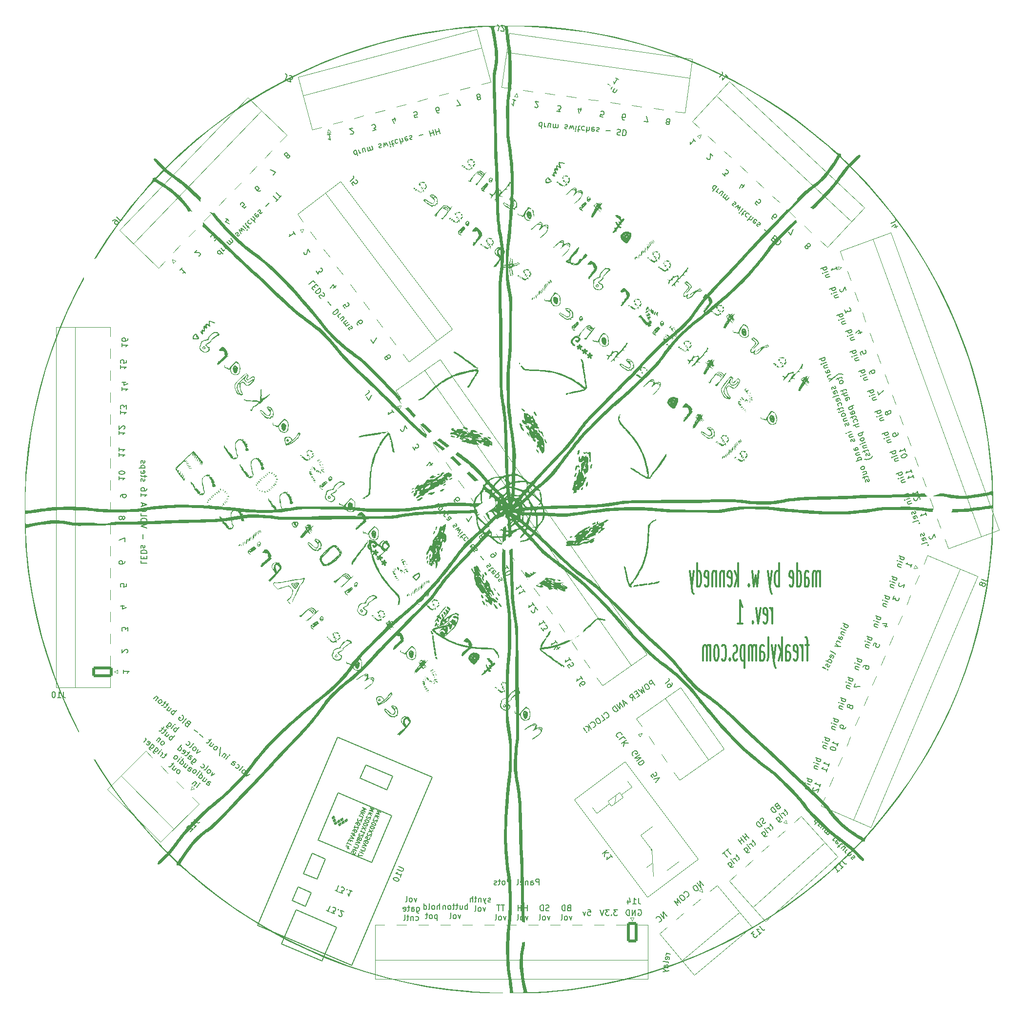
<source format=gbr>
%TF.GenerationSoftware,KiCad,Pcbnew,(6.0.10)*%
%TF.CreationDate,2023-04-24T22:32:33-04:00*%
%TF.ProjectId,waterwheel_synth_v2,77617465-7277-4686-9565-6c5f73796e74,rev?*%
%TF.SameCoordinates,Original*%
%TF.FileFunction,Legend,Bot*%
%TF.FilePolarity,Positive*%
%FSLAX46Y46*%
G04 Gerber Fmt 4.6, Leading zero omitted, Abs format (unit mm)*
G04 Created by KiCad (PCBNEW (6.0.10)) date 2023-04-24 22:32:33*
%MOMM*%
%LPD*%
G01*
G04 APERTURE LIST*
G04 Aperture macros list*
%AMRoundRect*
0 Rectangle with rounded corners*
0 $1 Rounding radius*
0 $2 $3 $4 $5 $6 $7 $8 $9 X,Y pos of 4 corners*
0 Add a 4 corners polygon primitive as box body*
4,1,4,$2,$3,$4,$5,$6,$7,$8,$9,$2,$3,0*
0 Add four circle primitives for the rounded corners*
1,1,$1+$1,$2,$3*
1,1,$1+$1,$4,$5*
1,1,$1+$1,$6,$7*
1,1,$1+$1,$8,$9*
0 Add four rect primitives between the rounded corners*
20,1,$1+$1,$2,$3,$4,$5,0*
20,1,$1+$1,$4,$5,$6,$7,0*
20,1,$1+$1,$6,$7,$8,$9,0*
20,1,$1+$1,$8,$9,$2,$3,0*%
%AMHorizOval*
0 Thick line with rounded ends*
0 $1 width*
0 $2 $3 position (X,Y) of the first rounded end (center of the circle)*
0 $4 $5 position (X,Y) of the second rounded end (center of the circle)*
0 Add line between two ends*
20,1,$1,$2,$3,$4,$5,0*
0 Add two circle primitives to create the rounded ends*
1,1,$1,$2,$3*
1,1,$1,$4,$5*%
%AMRotRect*
0 Rectangle, with rotation*
0 The origin of the aperture is its center*
0 $1 length*
0 $2 width*
0 $3 Rotation angle, in degrees counterclockwise*
0 Add horizontal line*
21,1,$1,$2,0,0,$3*%
G04 Aperture macros list end*
%ADD10C,0.300000*%
%ADD11C,0.150000*%
%ADD12C,0.120000*%
%ADD13C,0.100000*%
%ADD14RoundRect,0.250000X1.555635X0.636396X0.636396X1.555635X-1.555635X-0.636396X-0.636396X-1.555635X0*%
%ADD15HorizOval,1.800000X0.636396X0.636396X-0.636396X-0.636396X0*%
%ADD16RoundRect,0.250000X-0.498392X1.605181X-1.494250X0.769557X0.498392X-1.605181X1.494250X-0.769557X0*%
%ADD17HorizOval,1.800000X-0.578509X0.689440X0.578509X-0.689440X0*%
%ADD18C,7.500000*%
%ADD19RoundRect,0.250000X-1.642510X-0.356595X-0.896861X-1.421492X1.642510X0.356595X0.896861X1.421492X0*%
%ADD20HorizOval,1.800000X-0.737237X-0.516219X0.737237X0.516219X0*%
%ADD21RoundRect,0.250000X-0.226682X-1.665417X1.029021X-1.328953X0.226682X1.665417X-1.029021X1.328953X0*%
%ADD22HorizOval,1.800000X-0.232937X0.869333X0.232937X-0.869333X0*%
%ADD23RoundRect,0.250000X1.550000X-0.650000X1.550000X0.650000X-1.550000X0.650000X-1.550000X-0.650000X0*%
%ADD24O,3.600000X1.800000*%
%ADD25RoundRect,0.250000X-1.629065X-0.413700X-0.846705X-1.451926X1.629065X0.413700X0.846705X1.451926X0*%
%ADD26HorizOval,1.800000X-0.718772X-0.541634X0.718772X0.541634X0*%
%ADD27RoundRect,0.250000X-1.678837X0.080669X-1.234210X-1.140931X1.678837X-0.080669X1.234210X1.140931X0*%
%ADD28HorizOval,1.800000X-0.845723X-0.307818X0.845723X0.307818X0*%
%ADD29RoundRect,0.250000X0.663449X-1.544291X1.566505X-0.609150X-0.663449X1.544291X-1.566505X0.609150X0*%
%ADD30HorizOval,1.800000X-0.647406X0.625193X0.647406X-0.625193X0*%
%ADD31C,1.900000*%
%ADD32C,1.600000*%
%ADD33RotRect,1.600000X1.600000X67.000000*%
%ADD34RotRect,2.300000X2.300000X127.000000*%
%ADD35C,2.300000*%
%ADD36HorizOval,1.800000X-0.602218X0.668830X0.602218X-0.668830X0*%
%ADD37RoundRect,0.250000X-0.554108X1.586809X-1.520197X0.716940X0.554108X-1.586809X1.520197X-0.716940X0*%
%ADD38RoundRect,0.250000X0.650000X1.550000X-0.650000X1.550000X-0.650000X-1.550000X0.650000X-1.550000X0*%
%ADD39O,1.800000X3.600000*%
%ADD40HorizOval,1.800000X-0.125256X-0.891241X0.125256X0.891241X0*%
%ADD41RoundRect,0.250000X-0.859393X-1.444453X0.427956X-1.625378X0.859393X1.444453X-0.427956X1.625378X0*%
%ADD42HorizOval,1.800000X-0.828454X0.351658X0.828454X-0.351658X0*%
%ADD43RoundRect,0.250000X-1.172807X1.203961X-1.680758X0.007305X1.172807X-1.203961X1.680758X-0.007305X0*%
%ADD44RoundRect,0.250000X-1.532477X-0.690299X-0.581718X-1.576897X1.532477X0.690299X0.581718X1.576897X0*%
%ADD45HorizOval,1.800000X-0.613799X-0.658218X0.613799X0.658218X0*%
G04 APERTURE END LIST*
D10*
X184224000Y-115511523D02*
X184224000Y-112844857D01*
X184224000Y-113225809D02*
X184152571Y-113035333D01*
X184009714Y-112844857D01*
X183795428Y-112844857D01*
X183652571Y-113035333D01*
X183581142Y-113416285D01*
X183581142Y-115511523D01*
X183581142Y-113416285D02*
X183509714Y-113035333D01*
X183366857Y-112844857D01*
X183152571Y-112844857D01*
X183009714Y-113035333D01*
X182938285Y-113416285D01*
X182938285Y-115511523D01*
X181581142Y-115511523D02*
X181581142Y-113416285D01*
X181652571Y-113035333D01*
X181795428Y-112844857D01*
X182081142Y-112844857D01*
X182224000Y-113035333D01*
X181581142Y-115321047D02*
X181724000Y-115511523D01*
X182081142Y-115511523D01*
X182224000Y-115321047D01*
X182295428Y-114940095D01*
X182295428Y-114559142D01*
X182224000Y-114178190D01*
X182081142Y-113987714D01*
X181724000Y-113987714D01*
X181581142Y-113797238D01*
X180224000Y-115511523D02*
X180224000Y-111511523D01*
X180224000Y-115321047D02*
X180366857Y-115511523D01*
X180652571Y-115511523D01*
X180795428Y-115321047D01*
X180866857Y-115130571D01*
X180938285Y-114749619D01*
X180938285Y-113606761D01*
X180866857Y-113225809D01*
X180795428Y-113035333D01*
X180652571Y-112844857D01*
X180366857Y-112844857D01*
X180224000Y-113035333D01*
X178938285Y-115321047D02*
X179081142Y-115511523D01*
X179366857Y-115511523D01*
X179509714Y-115321047D01*
X179581142Y-114940095D01*
X179581142Y-113416285D01*
X179509714Y-113035333D01*
X179366857Y-112844857D01*
X179081142Y-112844857D01*
X178938285Y-113035333D01*
X178866857Y-113416285D01*
X178866857Y-113797238D01*
X179581142Y-114178190D01*
X177081142Y-115511523D02*
X177081142Y-111511523D01*
X177081142Y-113035333D02*
X176938285Y-112844857D01*
X176652571Y-112844857D01*
X176509714Y-113035333D01*
X176438285Y-113225809D01*
X176366857Y-113606761D01*
X176366857Y-114749619D01*
X176438285Y-115130571D01*
X176509714Y-115321047D01*
X176652571Y-115511523D01*
X176938285Y-115511523D01*
X177081142Y-115321047D01*
X175866857Y-112844857D02*
X175509714Y-115511523D01*
X175152571Y-112844857D02*
X175509714Y-115511523D01*
X175652571Y-116463904D01*
X175724000Y-116654380D01*
X175866857Y-116844857D01*
X173581142Y-112844857D02*
X173295428Y-115511523D01*
X173009714Y-113606761D01*
X172724000Y-115511523D01*
X172438285Y-112844857D01*
X171866857Y-115130571D02*
X171795428Y-115321047D01*
X171866857Y-115511523D01*
X171938285Y-115321047D01*
X171866857Y-115130571D01*
X171866857Y-115511523D01*
X170009714Y-115511523D02*
X170009714Y-111511523D01*
X169866857Y-113987714D02*
X169438285Y-115511523D01*
X169438285Y-112844857D02*
X170009714Y-114368666D01*
X168224000Y-115321047D02*
X168366857Y-115511523D01*
X168652571Y-115511523D01*
X168795428Y-115321047D01*
X168866857Y-114940095D01*
X168866857Y-113416285D01*
X168795428Y-113035333D01*
X168652571Y-112844857D01*
X168366857Y-112844857D01*
X168224000Y-113035333D01*
X168152571Y-113416285D01*
X168152571Y-113797238D01*
X168866857Y-114178190D01*
X167509714Y-112844857D02*
X167509714Y-115511523D01*
X167509714Y-113225809D02*
X167438285Y-113035333D01*
X167295428Y-112844857D01*
X167081142Y-112844857D01*
X166938285Y-113035333D01*
X166866857Y-113416285D01*
X166866857Y-115511523D01*
X166152571Y-112844857D02*
X166152571Y-115511523D01*
X166152571Y-113225809D02*
X166081142Y-113035333D01*
X165938285Y-112844857D01*
X165724000Y-112844857D01*
X165581142Y-113035333D01*
X165509714Y-113416285D01*
X165509714Y-115511523D01*
X164224000Y-115321047D02*
X164366857Y-115511523D01*
X164652571Y-115511523D01*
X164795428Y-115321047D01*
X164866857Y-114940095D01*
X164866857Y-113416285D01*
X164795428Y-113035333D01*
X164652571Y-112844857D01*
X164366857Y-112844857D01*
X164224000Y-113035333D01*
X164152571Y-113416285D01*
X164152571Y-113797238D01*
X164866857Y-114178190D01*
X162866857Y-115511523D02*
X162866857Y-111511523D01*
X162866857Y-115321047D02*
X163009714Y-115511523D01*
X163295428Y-115511523D01*
X163438285Y-115321047D01*
X163509714Y-115130571D01*
X163581142Y-114749619D01*
X163581142Y-113606761D01*
X163509714Y-113225809D01*
X163438285Y-113035333D01*
X163295428Y-112844857D01*
X163009714Y-112844857D01*
X162866857Y-113035333D01*
X162295428Y-112844857D02*
X161938285Y-115511523D01*
X161581142Y-112844857D02*
X161938285Y-115511523D01*
X162081142Y-116463904D01*
X162152571Y-116654380D01*
X162295428Y-116844857D01*
X175938285Y-121951523D02*
X175938285Y-119284857D01*
X175938285Y-120046761D02*
X175866857Y-119665809D01*
X175795428Y-119475333D01*
X175652571Y-119284857D01*
X175509714Y-119284857D01*
X174438285Y-121761047D02*
X174581142Y-121951523D01*
X174866857Y-121951523D01*
X175009714Y-121761047D01*
X175081142Y-121380095D01*
X175081142Y-119856285D01*
X175009714Y-119475333D01*
X174866857Y-119284857D01*
X174581142Y-119284857D01*
X174438285Y-119475333D01*
X174366857Y-119856285D01*
X174366857Y-120237238D01*
X175081142Y-120618190D01*
X173866857Y-119284857D02*
X173509714Y-121951523D01*
X173152571Y-119284857D01*
X172581142Y-121570571D02*
X172509714Y-121761047D01*
X172581142Y-121951523D01*
X172652571Y-121761047D01*
X172581142Y-121570571D01*
X172581142Y-121951523D01*
X169938285Y-121951523D02*
X170795428Y-121951523D01*
X170366857Y-121951523D02*
X170366857Y-117951523D01*
X170509714Y-118522952D01*
X170652571Y-118903904D01*
X170795428Y-119094380D01*
X182259714Y-125724857D02*
X181688285Y-125724857D01*
X182045428Y-128391523D02*
X182045428Y-124962952D01*
X181974000Y-124582000D01*
X181831142Y-124391523D01*
X181688285Y-124391523D01*
X181188285Y-128391523D02*
X181188285Y-125724857D01*
X181188285Y-126486761D02*
X181116857Y-126105809D01*
X181045428Y-125915333D01*
X180902571Y-125724857D01*
X180759714Y-125724857D01*
X179688285Y-128201047D02*
X179831142Y-128391523D01*
X180116857Y-128391523D01*
X180259714Y-128201047D01*
X180331142Y-127820095D01*
X180331142Y-126296285D01*
X180259714Y-125915333D01*
X180116857Y-125724857D01*
X179831142Y-125724857D01*
X179688285Y-125915333D01*
X179616857Y-126296285D01*
X179616857Y-126677238D01*
X180331142Y-127058190D01*
X178331142Y-128391523D02*
X178331142Y-126296285D01*
X178402571Y-125915333D01*
X178545428Y-125724857D01*
X178831142Y-125724857D01*
X178974000Y-125915333D01*
X178331142Y-128201047D02*
X178474000Y-128391523D01*
X178831142Y-128391523D01*
X178974000Y-128201047D01*
X179045428Y-127820095D01*
X179045428Y-127439142D01*
X178974000Y-127058190D01*
X178831142Y-126867714D01*
X178474000Y-126867714D01*
X178331142Y-126677238D01*
X177616857Y-128391523D02*
X177616857Y-124391523D01*
X177474000Y-126867714D02*
X177045428Y-128391523D01*
X177045428Y-125724857D02*
X177616857Y-127248666D01*
X176545428Y-125724857D02*
X176188285Y-128391523D01*
X175831142Y-125724857D02*
X176188285Y-128391523D01*
X176331142Y-129343904D01*
X176402571Y-129534380D01*
X176545428Y-129724857D01*
X175045428Y-128391523D02*
X175188285Y-128201047D01*
X175259714Y-127820095D01*
X175259714Y-124391523D01*
X173831142Y-128391523D02*
X173831142Y-126296285D01*
X173902571Y-125915333D01*
X174045428Y-125724857D01*
X174331142Y-125724857D01*
X174474000Y-125915333D01*
X173831142Y-128201047D02*
X173974000Y-128391523D01*
X174331142Y-128391523D01*
X174474000Y-128201047D01*
X174545428Y-127820095D01*
X174545428Y-127439142D01*
X174474000Y-127058190D01*
X174331142Y-126867714D01*
X173974000Y-126867714D01*
X173831142Y-126677238D01*
X173116857Y-128391523D02*
X173116857Y-125724857D01*
X173116857Y-126105809D02*
X173045428Y-125915333D01*
X172902571Y-125724857D01*
X172688285Y-125724857D01*
X172545428Y-125915333D01*
X172474000Y-126296285D01*
X172474000Y-128391523D01*
X172474000Y-126296285D02*
X172402571Y-125915333D01*
X172259714Y-125724857D01*
X172045428Y-125724857D01*
X171902571Y-125915333D01*
X171831142Y-126296285D01*
X171831142Y-128391523D01*
X171116857Y-125724857D02*
X171116857Y-129724857D01*
X171116857Y-125915333D02*
X170974000Y-125724857D01*
X170688285Y-125724857D01*
X170545428Y-125915333D01*
X170474000Y-126105809D01*
X170402571Y-126486761D01*
X170402571Y-127629619D01*
X170474000Y-128010571D01*
X170545428Y-128201047D01*
X170688285Y-128391523D01*
X170974000Y-128391523D01*
X171116857Y-128201047D01*
X169831142Y-128201047D02*
X169688285Y-128391523D01*
X169402571Y-128391523D01*
X169259714Y-128201047D01*
X169188285Y-127820095D01*
X169188285Y-127629619D01*
X169259714Y-127248666D01*
X169402571Y-127058190D01*
X169616857Y-127058190D01*
X169759714Y-126867714D01*
X169831142Y-126486761D01*
X169831142Y-126296285D01*
X169759714Y-125915333D01*
X169616857Y-125724857D01*
X169402571Y-125724857D01*
X169259714Y-125915333D01*
X168545428Y-128010571D02*
X168474000Y-128201047D01*
X168545428Y-128391523D01*
X168616857Y-128201047D01*
X168545428Y-128010571D01*
X168545428Y-128391523D01*
X167188285Y-128201047D02*
X167331142Y-128391523D01*
X167616857Y-128391523D01*
X167759714Y-128201047D01*
X167831142Y-128010571D01*
X167902571Y-127629619D01*
X167902571Y-126486761D01*
X167831142Y-126105809D01*
X167759714Y-125915333D01*
X167616857Y-125724857D01*
X167331142Y-125724857D01*
X167188285Y-125915333D01*
X166331142Y-128391523D02*
X166474000Y-128201047D01*
X166545428Y-128010571D01*
X166616857Y-127629619D01*
X166616857Y-126486761D01*
X166545428Y-126105809D01*
X166474000Y-125915333D01*
X166331142Y-125724857D01*
X166116857Y-125724857D01*
X165974000Y-125915333D01*
X165902571Y-126105809D01*
X165831142Y-126486761D01*
X165831142Y-127629619D01*
X165902571Y-128010571D01*
X165974000Y-128201047D01*
X166116857Y-128391523D01*
X166331142Y-128391523D01*
X165188285Y-128391523D02*
X165188285Y-125724857D01*
X165188285Y-126105809D02*
X165116857Y-125915333D01*
X164974000Y-125724857D01*
X164759714Y-125724857D01*
X164616857Y-125915333D01*
X164545428Y-126296285D01*
X164545428Y-128391523D01*
X164545428Y-126296285D02*
X164474000Y-125915333D01*
X164331142Y-125724857D01*
X164116857Y-125724857D01*
X163974000Y-125915333D01*
X163902571Y-126296285D01*
X163902571Y-128391523D01*
D11*
X155144164Y-148748072D02*
X154871032Y-148358000D01*
X155233791Y-148045861D01*
X155222097Y-148112181D01*
X155237716Y-148217509D01*
X155374282Y-148412545D01*
X155467916Y-148463246D01*
X155534236Y-148474940D01*
X155639564Y-148459321D01*
X155834600Y-148322755D01*
X155885301Y-148229122D01*
X155896995Y-148162801D01*
X155881376Y-148057474D01*
X155744810Y-147862438D01*
X155651177Y-147811736D01*
X155584856Y-147800042D01*
X155335356Y-149021123D02*
X156345700Y-148720597D01*
X155717740Y-149567224D01*
X151807413Y-144950672D02*
X151713779Y-144899971D01*
X151631840Y-144782949D01*
X151588908Y-144638614D01*
X151612296Y-144505973D01*
X151662997Y-144412340D01*
X151791713Y-144264080D01*
X151908735Y-144182140D01*
X152092077Y-144111895D01*
X152197404Y-144096276D01*
X152330045Y-144119664D01*
X152450992Y-144209372D01*
X152505618Y-144287387D01*
X152548550Y-144431722D01*
X152536856Y-144498042D01*
X152263806Y-144689234D01*
X152154553Y-144533205D01*
X152860689Y-144794481D02*
X152041537Y-145368057D01*
X153188447Y-145262568D01*
X152369295Y-145836144D01*
X153461579Y-145652640D02*
X152642427Y-146226217D01*
X152778993Y-146421253D01*
X152899939Y-146510961D01*
X153032580Y-146534350D01*
X153137908Y-146518731D01*
X153321250Y-146448485D01*
X153438272Y-146366546D01*
X153566987Y-146218286D01*
X153617689Y-146124652D01*
X153641077Y-145992011D01*
X153598145Y-145847676D01*
X153461579Y-145652640D01*
X149811139Y-141293560D02*
X149822833Y-141227240D01*
X149779901Y-141082905D01*
X149725275Y-141004891D01*
X149604328Y-140915182D01*
X149471687Y-140891794D01*
X149366360Y-140907413D01*
X149183017Y-140977658D01*
X149065996Y-141059598D01*
X148937280Y-141207858D01*
X148886579Y-141301491D01*
X148863190Y-141434132D01*
X148906123Y-141578467D01*
X148960749Y-141656481D01*
X149081696Y-141746190D01*
X149148016Y-141757884D01*
X150408104Y-141980072D02*
X150134972Y-141589999D01*
X149315820Y-142163576D01*
X150599296Y-142253122D02*
X149780144Y-142826699D01*
X150927054Y-142721209D02*
X150213149Y-142697902D01*
X150107902Y-143294786D02*
X150248231Y-142498941D01*
X155501568Y-132644281D02*
X154927991Y-131825129D01*
X154615933Y-132043634D01*
X154565232Y-132137267D01*
X154553538Y-132203588D01*
X154569157Y-132308915D01*
X154651097Y-132425937D01*
X154744730Y-132476638D01*
X154811051Y-132488333D01*
X154916378Y-132472713D01*
X155228436Y-132254208D01*
X153952810Y-132507958D02*
X153796781Y-132617210D01*
X153746080Y-132710844D01*
X153722692Y-132843485D01*
X153792937Y-133026827D01*
X153984130Y-133299877D01*
X154132389Y-133428593D01*
X154265030Y-133451981D01*
X154370358Y-133436362D01*
X154526387Y-133327110D01*
X154577088Y-133233476D01*
X154600476Y-133100835D01*
X154530231Y-132917493D01*
X154339039Y-132644442D01*
X154190779Y-132515727D01*
X154058138Y-132492339D01*
X153952810Y-132507958D01*
X153328695Y-132944968D02*
X153707235Y-133900686D01*
X153141508Y-133424830D01*
X153395177Y-134119191D01*
X152626564Y-133436605D01*
X152587638Y-134045183D02*
X152314587Y-134236375D01*
X152498010Y-134747394D02*
X152888083Y-134474263D01*
X152314506Y-133655110D01*
X151924434Y-133928242D01*
X151678858Y-135320971D02*
X151678777Y-134739706D01*
X152146945Y-134993213D02*
X151573369Y-134174061D01*
X151261311Y-134392566D01*
X151210609Y-134486199D01*
X151198915Y-134552520D01*
X151214535Y-134657848D01*
X151296474Y-134774869D01*
X151390108Y-134825571D01*
X151456428Y-134837265D01*
X151561756Y-134821646D01*
X151873814Y-134603140D01*
X150578806Y-135742443D02*
X150188733Y-136015575D01*
X150820699Y-135921860D02*
X149974072Y-135293900D01*
X150274598Y-136304245D01*
X150001547Y-136495437D02*
X149427971Y-135676285D01*
X149533460Y-136823195D01*
X148959884Y-136004043D01*
X149143388Y-137096326D02*
X148569811Y-136277174D01*
X148374775Y-136413740D01*
X148285066Y-136534687D01*
X148261678Y-136667328D01*
X148277297Y-136772655D01*
X148347543Y-136955997D01*
X148429482Y-137073019D01*
X148577742Y-137201735D01*
X148671376Y-137252436D01*
X148804017Y-137275824D01*
X148948351Y-137232892D01*
X149143388Y-137096326D01*
X147177407Y-138356657D02*
X147243727Y-138368351D01*
X147388062Y-138325419D01*
X147466076Y-138270792D01*
X147555785Y-138149846D01*
X147579173Y-138017205D01*
X147563554Y-137911877D01*
X147493309Y-137728535D01*
X147411369Y-137611513D01*
X147263109Y-137482797D01*
X147169476Y-137432096D01*
X147036835Y-137408708D01*
X146892500Y-137451640D01*
X146814485Y-137506267D01*
X146724777Y-137627213D01*
X146713083Y-137693534D01*
X146490895Y-138953621D02*
X146880968Y-138680490D01*
X146307391Y-137861338D01*
X145488239Y-138434914D02*
X145332210Y-138544167D01*
X145281509Y-138637800D01*
X145258121Y-138770441D01*
X145328366Y-138953783D01*
X145519558Y-139226834D01*
X145667818Y-139355550D01*
X145800459Y-139378938D01*
X145905787Y-139363319D01*
X146061816Y-139254066D01*
X146112517Y-139160433D01*
X146135905Y-139027792D01*
X146065660Y-138844450D01*
X145874468Y-138571399D01*
X145726208Y-138442683D01*
X145593567Y-138419295D01*
X145488239Y-138434914D01*
X144836972Y-139995447D02*
X144903293Y-140007141D01*
X145047627Y-139964208D01*
X145125642Y-139909582D01*
X145215350Y-139788635D01*
X145238739Y-139655995D01*
X145223120Y-139550667D01*
X145152874Y-139367325D01*
X145070935Y-139250303D01*
X144922675Y-139121587D01*
X144829041Y-139070886D01*
X144696400Y-139047498D01*
X144552065Y-139090430D01*
X144474051Y-139145056D01*
X144384342Y-139266003D01*
X144372648Y-139332324D01*
X144540533Y-140319280D02*
X143966957Y-139500128D01*
X144072446Y-140647038D02*
X144095754Y-139933132D01*
X143498870Y-139827885D02*
X144294715Y-139968214D01*
X143666755Y-140814842D02*
X143655061Y-140881162D01*
X143721381Y-140892856D01*
X143733075Y-140826536D01*
X143666755Y-140814842D01*
X143721381Y-140892856D01*
X143502876Y-140580798D02*
X143214125Y-140085398D01*
X143147805Y-140073704D01*
X143136111Y-140140024D01*
X143502876Y-140580798D01*
X143147805Y-140073704D01*
X117409108Y-101393970D02*
X118072849Y-101147837D01*
X117715197Y-101758753D01*
X118562592Y-101731490D02*
X118464895Y-101689142D01*
X118397808Y-101683273D01*
X118294243Y-101708012D01*
X118075373Y-101891666D01*
X118033025Y-101989362D01*
X118027156Y-102056449D01*
X118051895Y-102160015D01*
X118143722Y-102269450D01*
X118241418Y-102311797D01*
X118308506Y-102317667D01*
X118412071Y-102292927D01*
X118630941Y-102109274D01*
X118673289Y-102011577D01*
X118679158Y-101944490D01*
X118654418Y-101840925D01*
X118562592Y-101731490D01*
X119144161Y-102424578D02*
X119046465Y-102382230D01*
X118942900Y-102406969D01*
X118286290Y-102957930D01*
X119628035Y-103075318D02*
X119603295Y-102971752D01*
X119480860Y-102825839D01*
X119383164Y-102783491D01*
X119316076Y-102777622D01*
X119212511Y-102802361D01*
X118993641Y-102986015D01*
X118951293Y-103083711D01*
X118945424Y-103150799D01*
X118970163Y-103254364D01*
X119092599Y-103400277D01*
X119190295Y-103442625D01*
X120215474Y-103701318D02*
X119814213Y-104038017D01*
X119710647Y-104062756D01*
X119612951Y-104020408D01*
X119490515Y-103874495D01*
X119465776Y-103770930D01*
X120178996Y-103731927D02*
X120154256Y-103628362D01*
X120001212Y-103445970D01*
X119903515Y-103403623D01*
X119799950Y-103428362D01*
X119726993Y-103489580D01*
X119684646Y-103587276D01*
X119709385Y-103690842D01*
X119862430Y-103873233D01*
X119887169Y-103976799D01*
X120944219Y-104643885D02*
X121041915Y-104686233D01*
X121164351Y-104832146D01*
X121189091Y-104935711D01*
X121146743Y-105033408D01*
X121110265Y-105064017D01*
X121006699Y-105088756D01*
X120909003Y-105046408D01*
X120817176Y-104936973D01*
X120719480Y-104894626D01*
X120615914Y-104919365D01*
X120579436Y-104949974D01*
X120537088Y-105047670D01*
X120561828Y-105151236D01*
X120653655Y-105260671D01*
X120751351Y-105303019D01*
X120959744Y-105625454D02*
X121592876Y-105342842D01*
X121350529Y-105794845D01*
X121837748Y-105634669D01*
X121449487Y-106209107D01*
X122205055Y-106072408D02*
X121694358Y-106500933D01*
X121439010Y-106715196D02*
X121444880Y-106648109D01*
X121511967Y-106653978D01*
X121506098Y-106721065D01*
X121439010Y-106715196D01*
X121511967Y-106653978D01*
X121908621Y-106756282D02*
X122153493Y-107048108D01*
X121745100Y-107079979D02*
X122401709Y-106529018D01*
X122505275Y-106504279D01*
X122602971Y-106546626D01*
X122664189Y-106619583D01*
X123117453Y-107233845D02*
X123092714Y-107130279D01*
X122970278Y-106984366D01*
X122872582Y-106942018D01*
X122805495Y-106936149D01*
X122701929Y-106960888D01*
X122483059Y-107144542D01*
X122440712Y-107242238D01*
X122434842Y-107309325D01*
X122459582Y-107412891D01*
X122582018Y-107558804D01*
X122679714Y-107601152D01*
X123429412Y-107531541D02*
X122663368Y-108174328D01*
X123704893Y-107859845D02*
X123303631Y-108196544D01*
X123200066Y-108221283D01*
X123102369Y-108178935D01*
X123010543Y-108069501D01*
X122985803Y-107965935D01*
X122991672Y-107898848D01*
X124219375Y-108547064D02*
X124194635Y-108443498D01*
X124072200Y-108297585D01*
X123974504Y-108255237D01*
X123870938Y-108279977D01*
X123579112Y-108524848D01*
X123536764Y-108622545D01*
X123561503Y-108726110D01*
X123683939Y-108872023D01*
X123781635Y-108914371D01*
X123885201Y-108889631D01*
X123958158Y-108828414D01*
X123725025Y-108402413D01*
X124494855Y-108875369D02*
X124592552Y-108917716D01*
X124714987Y-109063629D01*
X124739727Y-109167195D01*
X124697379Y-109264891D01*
X124660901Y-109295500D01*
X124557335Y-109320240D01*
X124459639Y-109277892D01*
X124367812Y-109168457D01*
X124270116Y-109126109D01*
X124166551Y-109150849D01*
X124130072Y-109181458D01*
X124087725Y-109279154D01*
X124112464Y-109382720D01*
X124204291Y-109492155D01*
X124301987Y-109534502D01*
X125280211Y-110329894D02*
X125769954Y-110913546D01*
X126790525Y-111611242D02*
X126888222Y-111653589D01*
X127010657Y-111799502D01*
X127035397Y-111903068D01*
X126993049Y-112000764D01*
X126956571Y-112031373D01*
X126853005Y-112056113D01*
X126755309Y-112013765D01*
X126663482Y-111904330D01*
X126565786Y-111861982D01*
X126462221Y-111886722D01*
X126425742Y-111917331D01*
X126383395Y-112015027D01*
X126408134Y-112118593D01*
X126499961Y-112228028D01*
X126597657Y-112270375D01*
X126775442Y-112556332D02*
X127020313Y-112848159D01*
X126611920Y-112880030D02*
X127268530Y-112329069D01*
X127372095Y-112304329D01*
X127469791Y-112346677D01*
X127531009Y-112419634D01*
X127953665Y-112997417D02*
X127928925Y-112893852D01*
X127806490Y-112747938D01*
X127708794Y-112705591D01*
X127605228Y-112730330D01*
X127313402Y-112975202D01*
X127271054Y-113072898D01*
X127295793Y-113176464D01*
X127418229Y-113322377D01*
X127515925Y-113364724D01*
X127619491Y-113339985D01*
X127692447Y-113278767D01*
X127459315Y-112852766D01*
X127785536Y-113760116D02*
X128551581Y-113117329D01*
X127822015Y-113729507D02*
X127846754Y-113833073D01*
X127969190Y-113978986D01*
X128066886Y-114021334D01*
X128133973Y-114027203D01*
X128237539Y-114002464D01*
X128456409Y-113818810D01*
X128498756Y-113721114D01*
X128504626Y-113654027D01*
X128479886Y-113550461D01*
X128357450Y-113404548D01*
X128259754Y-113362200D01*
X128810715Y-114018810D02*
X128908411Y-114061157D01*
X129030847Y-114207071D01*
X129055587Y-114310636D01*
X129013239Y-114408332D01*
X128976761Y-114438941D01*
X128873195Y-114463681D01*
X128775499Y-114421333D01*
X128683672Y-114311898D01*
X128585976Y-114269551D01*
X128482410Y-114294290D01*
X128445932Y-114324899D01*
X128403584Y-114422595D01*
X128428324Y-114526161D01*
X128520151Y-114635596D01*
X128617847Y-114677943D01*
X142954577Y-131629156D02*
X142626819Y-131161070D01*
X142790698Y-131395113D02*
X141971546Y-131968689D01*
X142033941Y-131808736D01*
X142057329Y-131676095D01*
X142041710Y-131570767D01*
X142627062Y-132904863D02*
X142517809Y-132748834D01*
X142502190Y-132643507D01*
X142513884Y-132577186D01*
X142576279Y-132417232D01*
X142704995Y-132268972D01*
X143017053Y-132050467D01*
X143122381Y-132034848D01*
X143188701Y-132046542D01*
X143282335Y-132097243D01*
X143391587Y-132253272D01*
X143407206Y-132358600D01*
X143395512Y-132424920D01*
X143344811Y-132518554D01*
X143149775Y-132655120D01*
X143044447Y-132670739D01*
X142978127Y-132659045D01*
X142884493Y-132608343D01*
X142775240Y-132452314D01*
X142759621Y-132346987D01*
X142771315Y-132280666D01*
X142822017Y-132187033D01*
X140977316Y-128362495D02*
X140649558Y-127894409D01*
X140813437Y-128128452D02*
X139994285Y-128702028D01*
X140056680Y-128542075D01*
X140080068Y-128409434D01*
X140064449Y-128304106D01*
X140677114Y-129677209D02*
X140403982Y-129287137D01*
X140766741Y-128974998D01*
X140755047Y-129041319D01*
X140770666Y-129146646D01*
X140907232Y-129341682D01*
X141000866Y-129392384D01*
X141067186Y-129404078D01*
X141172514Y-129388459D01*
X141367550Y-129251893D01*
X141418251Y-129158259D01*
X141429945Y-129091939D01*
X141414326Y-128986611D01*
X141277760Y-128791575D01*
X141184127Y-128740874D01*
X141117806Y-128729180D01*
X125474640Y-106775795D02*
X125381007Y-106725094D01*
X125314686Y-106713400D01*
X125209358Y-106729019D01*
X125170351Y-106756332D01*
X125119650Y-106849965D01*
X125107956Y-106916286D01*
X125123575Y-107021613D01*
X125232828Y-107177642D01*
X125326461Y-107228344D01*
X125392782Y-107240038D01*
X125498109Y-107224419D01*
X125537116Y-107197106D01*
X125587818Y-107103472D01*
X125599512Y-107037152D01*
X125583893Y-106931824D01*
X125474640Y-106775795D01*
X125459021Y-106670467D01*
X125470715Y-106604147D01*
X125521416Y-106510513D01*
X125677445Y-106401261D01*
X125782773Y-106385642D01*
X125849093Y-106397336D01*
X125942727Y-106448037D01*
X126051980Y-106604066D01*
X126067599Y-106709394D01*
X126055905Y-106775714D01*
X126005203Y-106869348D01*
X125849174Y-106978600D01*
X125743847Y-106994219D01*
X125677526Y-106982525D01*
X125583893Y-106931824D01*
X120857705Y-100929326D02*
X120748452Y-100773297D01*
X120732833Y-100667969D01*
X120744527Y-100601649D01*
X120806923Y-100441695D01*
X120935638Y-100293435D01*
X121247696Y-100074930D01*
X121353024Y-100059311D01*
X121419344Y-100071005D01*
X121512978Y-100121706D01*
X121622231Y-100277735D01*
X121637850Y-100383063D01*
X121626156Y-100449383D01*
X121575454Y-100543017D01*
X121380418Y-100679582D01*
X121275090Y-100695201D01*
X121208770Y-100683507D01*
X121115136Y-100632806D01*
X121005884Y-100476777D01*
X120990265Y-100371449D01*
X121001959Y-100305129D01*
X121052660Y-100211495D01*
X113498561Y-91305040D02*
X113853632Y-91812134D01*
X113974498Y-91320578D01*
X114056437Y-91437600D01*
X114150071Y-91488301D01*
X114216391Y-91499995D01*
X114321719Y-91484376D01*
X114516755Y-91347811D01*
X114567457Y-91254177D01*
X114579151Y-91187857D01*
X114563532Y-91082529D01*
X114399653Y-90848485D01*
X114306019Y-90797784D01*
X114239699Y-90786090D01*
X122823643Y-103736976D02*
X123206027Y-104283078D01*
X123779361Y-103358436D01*
X111418557Y-88168455D02*
X111406863Y-88234776D01*
X111422482Y-88340103D01*
X111559048Y-88535139D01*
X111652681Y-88585841D01*
X111719002Y-88597535D01*
X111824329Y-88581916D01*
X111902344Y-88527289D01*
X111992052Y-88406343D01*
X112132381Y-87610498D01*
X112487452Y-88117592D01*
X110239751Y-85350379D02*
X109911993Y-84882292D01*
X110075872Y-85116335D02*
X109256720Y-85689912D01*
X109319116Y-85529958D01*
X109342504Y-85397317D01*
X109326885Y-85291989D01*
X136460979Y-121912494D02*
X136133221Y-121444408D01*
X136297100Y-121678451D02*
X135477948Y-122252027D01*
X135540343Y-122092074D01*
X135563731Y-121959433D01*
X135548112Y-121854105D01*
X135833019Y-122759122D02*
X136188090Y-123266216D01*
X136308956Y-122774660D01*
X136390895Y-122891681D01*
X136484529Y-122942383D01*
X136550849Y-122954077D01*
X136656177Y-122938458D01*
X136851213Y-122801892D01*
X136901914Y-122708258D01*
X136913608Y-122641938D01*
X136897989Y-122536610D01*
X136734110Y-122302567D01*
X136640477Y-122251866D01*
X136574156Y-122240171D01*
X130113063Y-112403894D02*
X129785305Y-111935808D01*
X129949184Y-112169851D02*
X129130032Y-112743427D01*
X129192427Y-112583474D01*
X129215815Y-112450833D01*
X129200196Y-112345505D01*
X129648982Y-113484565D02*
X129703608Y-113562580D01*
X129797242Y-113613281D01*
X129863562Y-113624975D01*
X129968890Y-113609356D01*
X130152232Y-113539110D01*
X130347268Y-113402545D01*
X130475984Y-113254285D01*
X130526685Y-113160651D01*
X130538379Y-113094331D01*
X130522760Y-112989003D01*
X130468134Y-112910989D01*
X130374500Y-112860287D01*
X130308180Y-112848593D01*
X130202852Y-112864212D01*
X130019510Y-112934458D01*
X129824474Y-113071024D01*
X129695758Y-113219283D01*
X129645057Y-113312917D01*
X129633363Y-113379237D01*
X129648982Y-113484565D01*
X134629402Y-118853900D02*
X134301644Y-118385814D01*
X134465523Y-118619857D02*
X133646371Y-119193433D01*
X133708766Y-119033480D01*
X133732154Y-118900839D01*
X133716535Y-118795511D01*
X134106769Y-119684909D02*
X134095075Y-119751229D01*
X134110694Y-119856557D01*
X134247260Y-120051593D01*
X134340894Y-120102294D01*
X134407214Y-120113988D01*
X134512542Y-120098369D01*
X134590556Y-120043743D01*
X134680265Y-119922796D01*
X134820594Y-119126951D01*
X135175665Y-119634045D01*
X132444077Y-115732931D02*
X132116319Y-115264845D01*
X132280198Y-115498888D02*
X131461046Y-116072464D01*
X131523441Y-115912511D01*
X131546829Y-115779870D01*
X131531210Y-115674542D01*
X132990340Y-116513076D02*
X132662582Y-116044989D01*
X132826461Y-116279033D02*
X132007309Y-116852609D01*
X132069704Y-116692655D01*
X132093092Y-116560015D01*
X132077473Y-116454687D01*
X138583924Y-125387217D02*
X138256166Y-124919131D01*
X138420045Y-125153174D02*
X137600893Y-125726750D01*
X137663288Y-125566797D01*
X137686676Y-125434156D01*
X137671057Y-125328828D01*
X138529459Y-126471732D02*
X139075561Y-126089348D01*
X138080835Y-126495201D02*
X138529378Y-125890468D01*
X138884449Y-126397562D01*
X118405031Y-97869377D02*
X118131899Y-97479305D01*
X118494659Y-97167166D01*
X118482965Y-97233486D01*
X118498584Y-97338814D01*
X118635149Y-97533850D01*
X118728783Y-97584551D01*
X118795103Y-97596245D01*
X118900431Y-97580626D01*
X119095467Y-97444061D01*
X119146169Y-97350427D01*
X119157863Y-97284107D01*
X119142244Y-97178779D01*
X119005678Y-96983743D01*
X118912044Y-96933041D01*
X118845724Y-96921347D01*
X127865362Y-109636681D02*
X127974614Y-109792710D01*
X127990233Y-109898038D01*
X127978539Y-109964358D01*
X127916144Y-110124312D01*
X127787428Y-110272572D01*
X127475370Y-110491078D01*
X127370043Y-110506697D01*
X127303722Y-110495003D01*
X127210089Y-110444301D01*
X127100836Y-110288272D01*
X127085217Y-110182945D01*
X127096911Y-110116624D01*
X127147612Y-110022991D01*
X127342648Y-109886425D01*
X127447976Y-109870806D01*
X127514296Y-109882500D01*
X127607930Y-109933201D01*
X127717183Y-110089230D01*
X127732802Y-110194558D01*
X127721108Y-110260878D01*
X127670406Y-110354512D01*
X116465440Y-94518212D02*
X117011541Y-94135827D01*
X116016816Y-94541681D02*
X116465359Y-93936947D01*
X116820430Y-94444041D01*
X96553737Y-62808666D02*
X96247647Y-62443883D01*
X95481603Y-63086671D01*
X96366738Y-63400713D02*
X96581000Y-63656061D01*
X97074089Y-63428798D02*
X96767999Y-63064015D01*
X96001955Y-63706802D01*
X96308044Y-64071585D01*
X97349569Y-63757102D02*
X96583524Y-64399890D01*
X96736569Y-64582282D01*
X96864874Y-64661108D01*
X96999049Y-64672846D01*
X97102614Y-64648107D01*
X97279136Y-64562149D01*
X97388571Y-64470323D01*
X97503876Y-64311409D01*
X97546223Y-64213712D01*
X97557962Y-64079538D01*
X97502614Y-63939494D01*
X97349569Y-63757102D01*
X97925269Y-64517278D02*
X98053574Y-64596104D01*
X98206619Y-64778495D01*
X98231359Y-64882061D01*
X98225489Y-64949148D01*
X98183142Y-65046844D01*
X98110185Y-65108062D01*
X98006619Y-65132801D01*
X97939532Y-65126932D01*
X97841836Y-65084584D01*
X97682922Y-64969280D01*
X97585226Y-64926932D01*
X97518139Y-64921063D01*
X97414573Y-64945803D01*
X97341616Y-65007020D01*
X97299269Y-65104717D01*
X97293399Y-65171804D01*
X97318139Y-65275369D01*
X97471184Y-65457761D01*
X97599489Y-65536587D01*
X98802452Y-66081237D02*
X99292195Y-66664890D01*
X100379853Y-67368455D02*
X99613809Y-68011242D01*
X99766854Y-68193634D01*
X99895159Y-68272460D01*
X100029333Y-68284199D01*
X100132899Y-68259459D01*
X100309421Y-68173502D01*
X100418856Y-68081675D01*
X100534160Y-67922761D01*
X100576508Y-67825065D01*
X100588247Y-67690890D01*
X100532898Y-67550846D01*
X100379853Y-67368455D01*
X101022641Y-68134499D02*
X100511945Y-68563024D01*
X100657858Y-68440589D02*
X100615510Y-68538285D01*
X100609641Y-68605372D01*
X100634380Y-68708938D01*
X100695598Y-68781894D01*
X101185341Y-69365547D02*
X101696038Y-68937022D01*
X100909861Y-69037242D02*
X101311122Y-68700544D01*
X101414688Y-68675805D01*
X101512384Y-68718152D01*
X101604211Y-68827587D01*
X101628950Y-68931153D01*
X101623081Y-68998240D01*
X102002127Y-69301805D02*
X101491431Y-69730330D01*
X101564387Y-69669112D02*
X101558518Y-69736200D01*
X101583257Y-69839765D01*
X101675084Y-69949200D01*
X101772780Y-69991548D01*
X101876346Y-69966808D01*
X102277607Y-69630110D01*
X101876346Y-69966808D02*
X101833998Y-70064504D01*
X101858738Y-70168070D01*
X101950565Y-70277505D01*
X102048261Y-70319852D01*
X102151826Y-70295113D01*
X102553088Y-69958415D01*
X102792090Y-70317328D02*
X102889786Y-70359676D01*
X103012222Y-70505589D01*
X103036961Y-70609155D01*
X102994614Y-70706851D01*
X102958135Y-70737460D01*
X102854570Y-70762199D01*
X102756874Y-70719852D01*
X102665047Y-70610417D01*
X102567351Y-70568069D01*
X102463785Y-70592809D01*
X102427307Y-70623418D01*
X102384959Y-70721114D01*
X102409699Y-70824679D01*
X102501525Y-70934114D01*
X102599222Y-70976462D01*
X101726383Y-67197277D02*
X101453251Y-66807205D01*
X101816011Y-66495066D01*
X101804317Y-66561386D01*
X101819936Y-66666714D01*
X101956501Y-66861750D01*
X102050135Y-66912451D01*
X102116455Y-66924145D01*
X102221783Y-66908526D01*
X102416819Y-66771961D01*
X102467521Y-66678327D01*
X102479215Y-66612007D01*
X102463596Y-66506679D01*
X102327030Y-66311643D01*
X102233396Y-66260941D01*
X102167076Y-66249247D01*
X104009559Y-70144856D02*
X103900306Y-69988827D01*
X103884687Y-69883499D01*
X103896381Y-69817179D01*
X103958777Y-69657225D01*
X104087492Y-69508965D01*
X104399550Y-69290460D01*
X104504878Y-69274841D01*
X104571198Y-69286535D01*
X104664832Y-69337236D01*
X104774085Y-69493265D01*
X104789704Y-69598593D01*
X104778010Y-69664913D01*
X104727308Y-69758547D01*
X104532272Y-69895112D01*
X104426944Y-69910731D01*
X104360624Y-69899037D01*
X104266990Y-69848336D01*
X104157738Y-69692307D01*
X104142119Y-69586979D01*
X104153813Y-69520659D01*
X104204514Y-69427025D01*
X96777652Y-60756026D02*
X97132723Y-61263120D01*
X97253589Y-60771564D01*
X97335528Y-60888586D01*
X97429162Y-60939287D01*
X97495482Y-60950981D01*
X97600810Y-60935362D01*
X97795846Y-60798797D01*
X97846548Y-60705163D01*
X97858242Y-60638843D01*
X97842623Y-60533515D01*
X97678744Y-60299471D01*
X97585110Y-60248770D01*
X97518790Y-60237076D01*
X106269734Y-72746465D02*
X106652118Y-73292567D01*
X107225452Y-72367925D01*
X99705739Y-63730351D02*
X100251840Y-63347966D01*
X99257115Y-63753820D02*
X99705658Y-63149086D01*
X100060729Y-63656180D01*
X109067855Y-75682268D02*
X108974222Y-75631567D01*
X108907901Y-75619873D01*
X108802573Y-75635492D01*
X108763566Y-75662805D01*
X108712865Y-75756438D01*
X108701171Y-75822759D01*
X108716790Y-75928086D01*
X108826043Y-76084115D01*
X108919676Y-76134817D01*
X108985997Y-76146511D01*
X109091324Y-76130892D01*
X109130331Y-76103579D01*
X109181033Y-76009945D01*
X109192727Y-75943625D01*
X109177108Y-75838297D01*
X109067855Y-75682268D01*
X109052236Y-75576940D01*
X109063930Y-75510620D01*
X109114631Y-75416986D01*
X109270660Y-75307734D01*
X109375988Y-75292115D01*
X109442308Y-75303809D01*
X109535942Y-75354510D01*
X109645195Y-75510539D01*
X109660814Y-75615867D01*
X109649120Y-75682187D01*
X109598418Y-75775821D01*
X109442389Y-75885073D01*
X109337062Y-75900692D01*
X109270741Y-75888998D01*
X109177108Y-75838297D01*
X94616598Y-57503675D02*
X94604904Y-57569996D01*
X94620523Y-57675323D01*
X94757089Y-57870359D01*
X94850722Y-57921061D01*
X94917043Y-57932755D01*
X95022370Y-57917136D01*
X95100385Y-57862509D01*
X95190093Y-57741563D01*
X95330422Y-56945718D01*
X95685493Y-57452812D01*
X93124867Y-54422124D02*
X92797109Y-53954037D01*
X92960988Y-54188080D02*
X92141836Y-54761657D01*
X92204232Y-54601703D01*
X92227620Y-54469062D01*
X92212001Y-54363734D01*
X72312634Y-140810116D02*
X72955422Y-140044072D01*
X72710551Y-140335898D02*
X72668203Y-140238202D01*
X72522290Y-140115766D01*
X72418724Y-140091027D01*
X72351637Y-140096896D01*
X72253941Y-140139244D01*
X72070287Y-140358114D01*
X72045548Y-140461679D01*
X72051417Y-140528766D01*
X72093765Y-140626463D01*
X72239678Y-140748898D01*
X72343243Y-140773638D01*
X71619547Y-140228546D02*
X72048072Y-139717850D01*
X72262334Y-139462502D02*
X72268204Y-139529589D01*
X72201116Y-139535459D01*
X72195247Y-139468371D01*
X72262334Y-139462502D01*
X72201116Y-139535459D01*
X71354984Y-139136280D02*
X70834632Y-139756412D01*
X70809892Y-139859977D01*
X70815762Y-139927064D01*
X70858109Y-140024761D01*
X70967544Y-140116587D01*
X71071110Y-140141327D01*
X70957068Y-139610498D02*
X70999415Y-139708195D01*
X71145329Y-139830630D01*
X71248894Y-139855370D01*
X71315981Y-139849500D01*
X71413678Y-139807153D01*
X71597331Y-139588283D01*
X71622071Y-139484717D01*
X71616201Y-139417630D01*
X71573854Y-139319934D01*
X71427940Y-139197498D01*
X71324375Y-139172759D01*
X71533095Y-142257711D02*
X72175882Y-141491666D01*
X71931011Y-141783493D02*
X71888663Y-141685797D01*
X71742750Y-141563361D01*
X71639184Y-141538621D01*
X71572097Y-141544491D01*
X71474401Y-141586838D01*
X71290747Y-141805708D01*
X71266008Y-141909274D01*
X71271877Y-141976361D01*
X71314225Y-142074057D01*
X71460138Y-142196493D01*
X71563704Y-142221232D01*
X70940227Y-140889964D02*
X70511702Y-141400661D01*
X71268532Y-141165445D02*
X70931834Y-141566706D01*
X70834137Y-141609054D01*
X70730572Y-141584314D01*
X70621137Y-141492487D01*
X70578789Y-141394791D01*
X70572920Y-141327704D01*
X70684879Y-140675702D02*
X70393052Y-140430830D01*
X70789707Y-140328527D02*
X70238746Y-140985136D01*
X70141050Y-141027484D01*
X70037484Y-141002744D01*
X69964527Y-140941527D01*
X70247139Y-140308395D02*
X69955313Y-140063523D01*
X70351967Y-139961220D02*
X69801006Y-140617829D01*
X69703310Y-140660177D01*
X69599744Y-140635437D01*
X69526788Y-140574219D01*
X69951032Y-143031909D02*
X70054598Y-143056648D01*
X70121685Y-143050779D01*
X70219381Y-143008431D01*
X70403035Y-142789561D01*
X70427774Y-142685996D01*
X70421905Y-142618909D01*
X70379557Y-142521212D01*
X70270122Y-142429386D01*
X70166557Y-142404646D01*
X70099469Y-142410515D01*
X70001773Y-142452863D01*
X69818120Y-142671733D01*
X69793380Y-142775298D01*
X69799249Y-142842386D01*
X69841597Y-142940082D01*
X69951032Y-143031909D01*
X69795904Y-142031469D02*
X69367379Y-142542166D01*
X69734686Y-142104426D02*
X69728817Y-142037339D01*
X69686469Y-141939643D01*
X69577034Y-141847816D01*
X69473469Y-141823076D01*
X69375773Y-141865424D01*
X69039074Y-142266685D01*
X70767323Y-144948293D02*
X70475497Y-144703421D01*
X70872151Y-144601118D02*
X70321190Y-145257727D01*
X70223494Y-145300075D01*
X70119928Y-145275336D01*
X70046972Y-145214118D01*
X69791623Y-144999855D02*
X70220148Y-144489159D01*
X70097713Y-144635072D02*
X70122452Y-144531506D01*
X70116583Y-144464419D01*
X70074235Y-144366723D01*
X70001279Y-144305505D01*
X69317405Y-144601939D02*
X69745930Y-144091243D01*
X69960193Y-143835895D02*
X69966062Y-143902982D01*
X69898975Y-143908851D01*
X69893106Y-143841764D01*
X69960193Y-143835895D01*
X69898975Y-143908851D01*
X69052843Y-143509673D02*
X68532491Y-144129804D01*
X68507751Y-144233370D01*
X68513621Y-144300457D01*
X68555968Y-144398153D01*
X68665403Y-144489980D01*
X68768969Y-144514719D01*
X68654926Y-143983891D02*
X68697274Y-144081587D01*
X68843187Y-144204023D01*
X68946753Y-144228762D01*
X69013840Y-144222893D01*
X69111536Y-144180545D01*
X69295190Y-143961675D01*
X69319930Y-143858110D01*
X69314060Y-143791023D01*
X69271712Y-143693327D01*
X69125799Y-143570891D01*
X69022234Y-143546151D01*
X68359755Y-142928103D02*
X67839403Y-143548234D01*
X67814663Y-143651800D01*
X67820533Y-143718887D01*
X67862880Y-143816583D01*
X67972315Y-143908410D01*
X68075881Y-143933150D01*
X67961839Y-143402321D02*
X68004186Y-143500017D01*
X68150100Y-143622453D01*
X68253665Y-143647193D01*
X68320752Y-143641323D01*
X68418449Y-143598976D01*
X68602102Y-143380106D01*
X68626842Y-143276540D01*
X68620972Y-143209453D01*
X68578625Y-143111757D01*
X68432711Y-142989321D01*
X68329146Y-142964581D01*
X67305229Y-142851360D02*
X67347577Y-142949057D01*
X67493490Y-143071492D01*
X67597056Y-143096232D01*
X67694752Y-143053884D01*
X67939623Y-142762058D01*
X67964363Y-142658492D01*
X67922015Y-142560796D01*
X67776102Y-142438360D01*
X67672536Y-142413621D01*
X67574840Y-142455968D01*
X67513622Y-142528925D01*
X67817187Y-142907971D01*
X66909837Y-142581749D02*
X67338362Y-142071053D01*
X67215926Y-142216966D02*
X67240666Y-142113401D01*
X67234797Y-142046313D01*
X67192449Y-141948617D01*
X67119492Y-141887399D01*
X76661943Y-144161509D02*
X76051026Y-144519161D01*
X76297160Y-143855420D01*
X75467373Y-144029418D02*
X75570939Y-144054157D01*
X75638026Y-144048288D01*
X75735722Y-144005940D01*
X75919376Y-143787071D01*
X75944115Y-143683505D01*
X75938246Y-143616418D01*
X75895898Y-143518722D01*
X75786463Y-143426895D01*
X75682898Y-143402155D01*
X75615810Y-143408025D01*
X75518114Y-143450372D01*
X75334461Y-143669242D01*
X75309721Y-143772808D01*
X75315590Y-143839895D01*
X75357938Y-143937591D01*
X75467373Y-144029418D01*
X74774285Y-143447848D02*
X74877851Y-143472588D01*
X74975547Y-143430240D01*
X75526508Y-142773631D01*
X74184763Y-142891018D02*
X74227111Y-142988714D01*
X74373024Y-143111150D01*
X74476589Y-143135889D01*
X74543677Y-143130020D01*
X74641373Y-143087672D01*
X74825026Y-142868803D01*
X74849766Y-142765237D01*
X74843897Y-142698150D01*
X74801549Y-142600454D01*
X74655636Y-142478018D01*
X74552070Y-142453278D01*
X75645294Y-145410146D02*
X75124942Y-146030277D01*
X75100202Y-146133842D01*
X75106072Y-146200930D01*
X75148419Y-146298626D01*
X75257854Y-146390453D01*
X75361420Y-146415192D01*
X75247378Y-145884364D02*
X75289725Y-145982060D01*
X75435639Y-146104496D01*
X75539204Y-146129235D01*
X75606291Y-146123366D01*
X75703987Y-146081018D01*
X75887641Y-145862148D01*
X75912381Y-145758583D01*
X75906511Y-145691495D01*
X75864164Y-145593799D01*
X75718250Y-145471364D01*
X75614685Y-145446624D01*
X74523681Y-145339272D02*
X74860379Y-144938011D01*
X74958075Y-144895663D01*
X75061641Y-144920403D01*
X75207554Y-145042838D01*
X75249902Y-145140535D01*
X74554290Y-145302794D02*
X74596637Y-145400490D01*
X74779029Y-145553535D01*
X74882595Y-145578274D01*
X74980291Y-145535927D01*
X75041509Y-145462970D01*
X75066248Y-145359404D01*
X75023900Y-145261708D01*
X74841509Y-145108664D01*
X74799161Y-145010967D01*
X74696858Y-144614313D02*
X74405031Y-144369442D01*
X74801685Y-144267138D02*
X74250725Y-144923748D01*
X74153028Y-144966096D01*
X74049463Y-144941356D01*
X73976506Y-144880138D01*
X73459941Y-144384526D02*
X73502288Y-144482222D01*
X73648201Y-144604658D01*
X73751767Y-144629397D01*
X73849463Y-144587050D01*
X74094335Y-144295223D01*
X74119074Y-144191658D01*
X74076727Y-144093962D01*
X73930813Y-143971526D01*
X73827248Y-143946786D01*
X73729552Y-143989134D01*
X73668334Y-144062091D01*
X73971899Y-144441136D01*
X72736244Y-143839434D02*
X73379031Y-143073390D01*
X72766853Y-143802956D02*
X72809200Y-143900652D01*
X72955114Y-144023088D01*
X73058679Y-144047828D01*
X73125766Y-144041958D01*
X73223463Y-143999611D01*
X73407116Y-143780741D01*
X73431856Y-143677175D01*
X73425986Y-143610088D01*
X73383639Y-143512392D01*
X73237726Y-143389956D01*
X73134160Y-143365216D01*
X74455468Y-147383741D02*
X74792166Y-146982480D01*
X74889862Y-146940132D01*
X74993428Y-146964871D01*
X75139341Y-147087307D01*
X75181689Y-147185003D01*
X74486077Y-147347263D02*
X74528425Y-147444959D01*
X74710816Y-147598004D01*
X74814382Y-147622743D01*
X74912078Y-147580395D01*
X74973296Y-147507439D01*
X74998035Y-147403873D01*
X74955688Y-147306177D01*
X74773296Y-147153132D01*
X74730948Y-147055436D01*
X74190905Y-146291475D02*
X73762380Y-146802171D01*
X74519210Y-146566955D02*
X74182512Y-146968217D01*
X74084816Y-147010564D01*
X73981250Y-146985825D01*
X73871815Y-146893998D01*
X73829467Y-146796302D01*
X73823598Y-146729215D01*
X73069292Y-146220601D02*
X73712080Y-145454557D01*
X73099901Y-146184123D02*
X73142249Y-146281819D01*
X73288162Y-146404255D01*
X73391728Y-146428995D01*
X73458815Y-146423125D01*
X73556511Y-146380778D01*
X73740165Y-146161908D01*
X73764904Y-146058342D01*
X73759035Y-145991255D01*
X73716687Y-145893559D01*
X73570774Y-145771123D01*
X73467208Y-145746383D01*
X72704509Y-145914512D02*
X73133034Y-145403816D01*
X73347297Y-145148468D02*
X73353166Y-145215555D01*
X73286079Y-145221424D01*
X73280210Y-145154337D01*
X73347297Y-145148468D01*
X73286079Y-145221424D01*
X72230291Y-145516596D02*
X72333857Y-145541336D01*
X72400944Y-145535466D01*
X72498640Y-145493119D01*
X72682294Y-145274249D01*
X72707033Y-145170683D01*
X72701164Y-145103596D01*
X72658816Y-145005900D01*
X72549381Y-144914073D01*
X72445816Y-144889333D01*
X72378729Y-144895203D01*
X72281032Y-144937550D01*
X72097379Y-145156420D01*
X72072639Y-145259986D01*
X72078509Y-145327073D01*
X72120856Y-145424769D01*
X72230291Y-145516596D01*
X72691014Y-148004894D02*
X72794579Y-148029634D01*
X72861667Y-148023764D01*
X72959363Y-147981417D01*
X73143016Y-147762547D01*
X73167756Y-147658981D01*
X73161887Y-147591894D01*
X73119539Y-147494198D01*
X73010104Y-147402371D01*
X72906538Y-147377632D01*
X72839451Y-147383501D01*
X72741755Y-147425849D01*
X72558101Y-147644719D01*
X72533362Y-147748284D01*
X72539231Y-147815371D01*
X72581579Y-147913067D01*
X72691014Y-148004894D01*
X72207581Y-146728975D02*
X71779056Y-147239671D01*
X72535886Y-147004455D02*
X72199188Y-147405716D01*
X72101492Y-147448064D01*
X71997926Y-147423325D01*
X71888491Y-147331498D01*
X71846143Y-147233802D01*
X71840274Y-147166714D01*
X71952233Y-146514712D02*
X71660407Y-146269841D01*
X72057061Y-146167537D02*
X71506100Y-146824147D01*
X71408404Y-146866494D01*
X71304838Y-146841755D01*
X71231882Y-146780537D01*
X79192499Y-148080174D02*
X78581582Y-148437826D01*
X78827716Y-147774085D01*
X77997929Y-147948083D02*
X78101495Y-147972822D01*
X78168582Y-147966953D01*
X78266278Y-147924605D01*
X78449932Y-147705736D01*
X78474671Y-147602170D01*
X78468802Y-147535083D01*
X78426454Y-147437387D01*
X78317019Y-147345560D01*
X78213454Y-147320820D01*
X78146366Y-147326690D01*
X78048670Y-147369037D01*
X77865017Y-147587907D01*
X77840277Y-147691473D01*
X77846146Y-147758560D01*
X77888494Y-147856256D01*
X77997929Y-147948083D01*
X77304841Y-147366513D02*
X77408407Y-147391253D01*
X77506103Y-147348905D01*
X78057064Y-146692296D01*
X76715319Y-146809683D02*
X76757667Y-146907379D01*
X76903580Y-147029815D01*
X77007145Y-147054554D01*
X77074233Y-147048685D01*
X77171929Y-147006337D01*
X77355582Y-146787468D01*
X77380322Y-146683902D01*
X77374453Y-146616815D01*
X77332105Y-146519119D01*
X77186192Y-146396683D01*
X77082626Y-146371943D01*
X77729086Y-149824202D02*
X78065784Y-149422941D01*
X78163480Y-149380593D01*
X78267046Y-149405333D01*
X78412959Y-149527769D01*
X78455306Y-149625465D01*
X77759694Y-149787724D02*
X77802042Y-149885420D01*
X77984434Y-150038465D01*
X78087999Y-150063205D01*
X78185695Y-150020857D01*
X78246913Y-149947900D01*
X78271653Y-149844335D01*
X78229305Y-149746639D01*
X78046914Y-149593594D01*
X78004566Y-149495898D01*
X77464523Y-148731936D02*
X77035998Y-149242633D01*
X77792828Y-149007417D02*
X77456129Y-149408678D01*
X77358433Y-149451026D01*
X77254868Y-149426286D01*
X77145433Y-149334460D01*
X77103085Y-149236763D01*
X77097216Y-149169676D01*
X76342910Y-148661063D02*
X76985697Y-147895019D01*
X76373519Y-148624585D02*
X76415866Y-148722281D01*
X76561780Y-148844717D01*
X76665345Y-148869456D01*
X76732432Y-148863587D01*
X76830129Y-148821239D01*
X77013782Y-148602369D01*
X77038522Y-148498804D01*
X77032652Y-148431716D01*
X76990305Y-148334020D01*
X76844392Y-148211585D01*
X76740826Y-148186845D01*
X75978127Y-148354974D02*
X76406652Y-147844277D01*
X76620914Y-147588929D02*
X76626784Y-147656016D01*
X76559697Y-147661886D01*
X76553827Y-147594799D01*
X76620914Y-147588929D01*
X76559697Y-147661886D01*
X75503909Y-147957058D02*
X75607474Y-147981797D01*
X75674562Y-147975928D01*
X75772258Y-147933580D01*
X75955911Y-147714710D01*
X75980651Y-147611145D01*
X75974782Y-147544057D01*
X75932434Y-147446361D01*
X75822999Y-147354534D01*
X75719433Y-147329795D01*
X75652346Y-147335664D01*
X75554650Y-147378012D01*
X75370996Y-147596882D01*
X75346257Y-147700447D01*
X75352126Y-147767535D01*
X75394474Y-147865231D01*
X75503909Y-147957058D01*
X75982871Y-150460660D02*
X76411396Y-149949964D01*
X76625658Y-149694616D02*
X76631528Y-149761703D01*
X76564440Y-149767572D01*
X76558571Y-149700485D01*
X76625658Y-149694616D01*
X76564440Y-149767572D01*
X76046613Y-149643875D02*
X75618087Y-150154571D01*
X75985395Y-149716831D02*
X75979525Y-149649744D01*
X75937178Y-149552048D01*
X75827743Y-149460221D01*
X75724177Y-149435481D01*
X75626481Y-149477829D01*
X75289783Y-149879091D01*
X85234402Y-148139639D02*
X84623486Y-148497291D01*
X84869619Y-147833550D01*
X84039833Y-148007548D02*
X84143398Y-148032288D01*
X84210485Y-148026418D01*
X84308182Y-147984071D01*
X84491835Y-147765201D01*
X84516575Y-147661635D01*
X84510705Y-147594548D01*
X84468358Y-147496852D01*
X84358923Y-147405025D01*
X84255357Y-147380285D01*
X84188270Y-147386155D01*
X84090574Y-147428502D01*
X83906920Y-147647372D01*
X83882181Y-147750938D01*
X83888050Y-147818025D01*
X83930398Y-147915721D01*
X84039833Y-148007548D01*
X83346745Y-147425978D02*
X83450310Y-147450718D01*
X83548006Y-147408370D01*
X84098967Y-146751761D01*
X82757222Y-146869148D02*
X82799570Y-146966844D01*
X82945483Y-147089280D01*
X83049049Y-147114020D01*
X83116136Y-147108150D01*
X83213832Y-147065803D01*
X83397486Y-146846933D01*
X83422226Y-146743367D01*
X83416356Y-146676280D01*
X83374008Y-146578584D01*
X83228095Y-146456148D01*
X83124530Y-146431408D01*
X82070004Y-146354666D02*
X82406702Y-145953404D01*
X82504398Y-145911057D01*
X82607964Y-145935796D01*
X82753877Y-146058232D01*
X82796225Y-146155928D01*
X82100613Y-146318187D02*
X82142961Y-146415883D01*
X82325352Y-146568928D01*
X82428918Y-146593668D01*
X82526614Y-146551320D01*
X82587832Y-146478363D01*
X82612571Y-146374798D01*
X82570224Y-146277102D01*
X82387832Y-146124057D01*
X82345484Y-146026361D01*
X81121568Y-145558833D02*
X81550093Y-145048137D01*
X81764356Y-144792789D02*
X81770225Y-144859876D01*
X81703138Y-144865746D01*
X81697268Y-144798658D01*
X81764356Y-144792789D01*
X81703138Y-144865746D01*
X81185310Y-144742048D02*
X80756785Y-145252744D01*
X81124092Y-144815004D02*
X81118223Y-144747917D01*
X81075875Y-144650221D01*
X80966440Y-144558394D01*
X80862875Y-144533655D01*
X80765179Y-144576002D01*
X80428480Y-144977264D01*
X80189919Y-143409518D02*
X80020087Y-144945393D01*
X79151739Y-143905951D02*
X79255305Y-143930690D01*
X79322392Y-143924821D01*
X79420088Y-143882473D01*
X79603742Y-143663604D01*
X79628482Y-143560038D01*
X79622612Y-143492951D01*
X79580265Y-143395255D01*
X79470830Y-143303428D01*
X79367264Y-143278688D01*
X79300177Y-143284558D01*
X79202481Y-143326905D01*
X79018827Y-143545775D01*
X78994088Y-143649341D01*
X78999957Y-143716428D01*
X79042305Y-143814124D01*
X79151739Y-143905951D01*
X78668307Y-142630031D02*
X78239782Y-143140728D01*
X78996612Y-142905512D02*
X78659913Y-143306773D01*
X78562217Y-143349121D01*
X78458652Y-143324381D01*
X78349217Y-143232554D01*
X78306869Y-143134858D01*
X78301000Y-143067771D01*
X78412959Y-142415769D02*
X78121132Y-142170897D01*
X78517786Y-142068594D02*
X77966826Y-142725203D01*
X77869129Y-142767551D01*
X77765564Y-142742811D01*
X77692607Y-142681594D01*
X77098478Y-141685762D02*
X76514825Y-141196019D01*
X76150042Y-140889929D02*
X75566389Y-140400186D01*
X74454431Y-139280657D02*
X74314388Y-139225308D01*
X74247300Y-139231178D01*
X74149604Y-139273525D01*
X74057777Y-139382960D01*
X74033038Y-139486526D01*
X74038907Y-139553613D01*
X74081255Y-139651309D01*
X74373081Y-139896181D01*
X75015869Y-139130136D01*
X74760521Y-138915874D01*
X74656955Y-138891134D01*
X74589868Y-138897003D01*
X74492172Y-138939351D01*
X74430954Y-139012308D01*
X74406214Y-139115873D01*
X74412084Y-139182960D01*
X74454431Y-139280657D01*
X74709780Y-139494919D01*
X73607037Y-139253393D02*
X74249824Y-138487349D01*
X73453171Y-137881039D02*
X73556737Y-137905779D01*
X73666172Y-137997606D01*
X73744998Y-138125911D01*
X73756736Y-138260085D01*
X73731997Y-138363651D01*
X73646039Y-138540173D01*
X73554212Y-138649608D01*
X73395298Y-138764912D01*
X73297602Y-138807260D01*
X73163428Y-138818999D01*
X73023384Y-138763650D01*
X72950427Y-138702432D01*
X72871601Y-138574127D01*
X72865732Y-138507040D01*
X73079995Y-138251692D01*
X73225908Y-138374127D01*
X71892556Y-137814773D02*
X72535344Y-137048729D01*
X72290473Y-137340555D02*
X72248125Y-137242859D01*
X72102212Y-137120423D01*
X71998646Y-137095684D01*
X71931559Y-137101553D01*
X71833863Y-137143901D01*
X71650209Y-137362771D01*
X71625470Y-137466336D01*
X71631339Y-137533423D01*
X71673687Y-137631119D01*
X71819600Y-137753555D01*
X71923165Y-137778295D01*
X71299689Y-136447027D02*
X70871164Y-136957723D01*
X71627994Y-136722507D02*
X71291295Y-137123768D01*
X71193599Y-137166116D01*
X71090034Y-137141377D01*
X70980599Y-137049550D01*
X70938251Y-136951854D01*
X70932382Y-136884766D01*
X71044341Y-136232764D02*
X70752514Y-135987893D01*
X71149168Y-135885589D02*
X70598208Y-136542199D01*
X70500511Y-136584546D01*
X70396946Y-136559807D01*
X70323989Y-136498589D01*
X70606601Y-135865457D02*
X70314775Y-135620585D01*
X70711429Y-135518282D02*
X70160468Y-136174891D01*
X70062772Y-136217239D01*
X69959206Y-136192500D01*
X69886250Y-136131282D01*
X69521466Y-135825192D02*
X69625032Y-135849932D01*
X69692119Y-135844063D01*
X69789815Y-135801715D01*
X69973469Y-135582845D01*
X69998209Y-135479280D01*
X69992339Y-135412192D01*
X69949992Y-135314496D01*
X69840557Y-135222669D01*
X69736991Y-135197930D01*
X69669904Y-135203799D01*
X69572208Y-135246147D01*
X69388554Y-135465017D01*
X69363815Y-135568582D01*
X69369684Y-135635669D01*
X69412032Y-135733366D01*
X69521466Y-135825192D01*
X69366339Y-134824753D02*
X68937814Y-135335449D01*
X69305121Y-134897710D02*
X69299251Y-134830623D01*
X69256904Y-134732926D01*
X69147469Y-134641100D01*
X69043903Y-134616360D01*
X68946207Y-134658708D01*
X68609509Y-135059969D01*
X63047619Y-73342476D02*
X63047619Y-73913904D01*
X63047619Y-73628190D02*
X64047619Y-73628190D01*
X63904761Y-73723428D01*
X63809523Y-73818666D01*
X63761904Y-73913904D01*
X64047619Y-72485333D02*
X64047619Y-72675809D01*
X64000000Y-72771047D01*
X63952380Y-72818666D01*
X63809523Y-72913904D01*
X63619047Y-72961523D01*
X63238095Y-72961523D01*
X63142857Y-72913904D01*
X63095238Y-72866285D01*
X63047619Y-72771047D01*
X63047619Y-72580571D01*
X63095238Y-72485333D01*
X63142857Y-72437714D01*
X63238095Y-72390095D01*
X63476190Y-72390095D01*
X63571428Y-72437714D01*
X63619047Y-72485333D01*
X63666666Y-72580571D01*
X63666666Y-72771047D01*
X63619047Y-72866285D01*
X63571428Y-72913904D01*
X63476190Y-72961523D01*
X62793619Y-77152476D02*
X62793619Y-77723904D01*
X62793619Y-77438190D02*
X63793619Y-77438190D01*
X63650761Y-77533428D01*
X63555523Y-77628666D01*
X63507904Y-77723904D01*
X63793619Y-76247714D02*
X63793619Y-76723904D01*
X63317428Y-76771523D01*
X63365047Y-76723904D01*
X63412666Y-76628666D01*
X63412666Y-76390571D01*
X63365047Y-76295333D01*
X63317428Y-76247714D01*
X63222190Y-76200095D01*
X62984095Y-76200095D01*
X62888857Y-76247714D01*
X62841238Y-76295333D01*
X62793619Y-76390571D01*
X62793619Y-76628666D01*
X62841238Y-76723904D01*
X62888857Y-76771523D01*
X63047619Y-80962476D02*
X63047619Y-81533904D01*
X63047619Y-81248190D02*
X64047619Y-81248190D01*
X63904761Y-81343428D01*
X63809523Y-81438666D01*
X63761904Y-81533904D01*
X63714285Y-80105333D02*
X63047619Y-80105333D01*
X64095238Y-80343428D02*
X63380952Y-80581523D01*
X63380952Y-79962476D01*
X62793619Y-85026476D02*
X62793619Y-85597904D01*
X62793619Y-85312190D02*
X63793619Y-85312190D01*
X63650761Y-85407428D01*
X63555523Y-85502666D01*
X63507904Y-85597904D01*
X63793619Y-84693142D02*
X63793619Y-84074095D01*
X63412666Y-84407428D01*
X63412666Y-84264571D01*
X63365047Y-84169333D01*
X63317428Y-84121714D01*
X63222190Y-84074095D01*
X62984095Y-84074095D01*
X62888857Y-84121714D01*
X62841238Y-84169333D01*
X62793619Y-84264571D01*
X62793619Y-84550285D01*
X62841238Y-84645523D01*
X62888857Y-84693142D01*
X62539619Y-88582476D02*
X62539619Y-89153904D01*
X62539619Y-88868190D02*
X63539619Y-88868190D01*
X63396761Y-88963428D01*
X63301523Y-89058666D01*
X63253904Y-89153904D01*
X63444380Y-88201523D02*
X63492000Y-88153904D01*
X63539619Y-88058666D01*
X63539619Y-87820571D01*
X63492000Y-87725333D01*
X63444380Y-87677714D01*
X63349142Y-87630095D01*
X63253904Y-87630095D01*
X63111047Y-87677714D01*
X62539619Y-88249142D01*
X62539619Y-87630095D01*
X62539619Y-92392476D02*
X62539619Y-92963904D01*
X62539619Y-92678190D02*
X63539619Y-92678190D01*
X63396761Y-92773428D01*
X63301523Y-92868666D01*
X63253904Y-92963904D01*
X62539619Y-91440095D02*
X62539619Y-92011523D01*
X62539619Y-91725809D02*
X63539619Y-91725809D01*
X63396761Y-91821047D01*
X63301523Y-91916285D01*
X63253904Y-92011523D01*
X62539619Y-96456476D02*
X62539619Y-97027904D01*
X62539619Y-96742190D02*
X63539619Y-96742190D01*
X63396761Y-96837428D01*
X63301523Y-96932666D01*
X63253904Y-97027904D01*
X63539619Y-95837428D02*
X63539619Y-95742190D01*
X63492000Y-95646952D01*
X63444380Y-95599333D01*
X63349142Y-95551714D01*
X63158666Y-95504095D01*
X62920571Y-95504095D01*
X62730095Y-95551714D01*
X62634857Y-95599333D01*
X62587238Y-95646952D01*
X62539619Y-95742190D01*
X62539619Y-95837428D01*
X62587238Y-95932666D01*
X62634857Y-95980285D01*
X62730095Y-96027904D01*
X62920571Y-96075523D01*
X63158666Y-96075523D01*
X63349142Y-96027904D01*
X63444380Y-95980285D01*
X63492000Y-95932666D01*
X63539619Y-95837428D01*
X62793619Y-100012476D02*
X62793619Y-99822000D01*
X62841238Y-99726761D01*
X62888857Y-99679142D01*
X63031714Y-99583904D01*
X63222190Y-99536285D01*
X63603142Y-99536285D01*
X63698380Y-99583904D01*
X63746000Y-99631523D01*
X63793619Y-99726761D01*
X63793619Y-99917238D01*
X63746000Y-100012476D01*
X63698380Y-100060095D01*
X63603142Y-100107714D01*
X63365047Y-100107714D01*
X63269809Y-100060095D01*
X63222190Y-100012476D01*
X63174571Y-99917238D01*
X63174571Y-99726761D01*
X63222190Y-99631523D01*
X63269809Y-99583904D01*
X63365047Y-99536285D01*
X63793619Y-115077904D02*
X63793619Y-115554095D01*
X63317428Y-115601714D01*
X63365047Y-115554095D01*
X63412666Y-115458857D01*
X63412666Y-115220761D01*
X63365047Y-115125523D01*
X63317428Y-115077904D01*
X63222190Y-115030285D01*
X62984095Y-115030285D01*
X62888857Y-115077904D01*
X62841238Y-115125523D01*
X62793619Y-115220761D01*
X62793619Y-115458857D01*
X62841238Y-115554095D01*
X62888857Y-115601714D01*
X63539619Y-111164543D02*
X63539619Y-111355020D01*
X63492000Y-111450258D01*
X63444380Y-111497877D01*
X63301523Y-111593115D01*
X63111047Y-111640734D01*
X62730095Y-111640734D01*
X62634857Y-111593115D01*
X62587238Y-111545496D01*
X62539619Y-111450258D01*
X62539619Y-111259781D01*
X62587238Y-111164543D01*
X62634857Y-111116924D01*
X62730095Y-111069305D01*
X62968190Y-111069305D01*
X63063428Y-111116924D01*
X63111047Y-111164543D01*
X63158666Y-111259781D01*
X63158666Y-111450258D01*
X63111047Y-111545496D01*
X63063428Y-111593115D01*
X62968190Y-111640734D01*
X64047619Y-123269333D02*
X64047619Y-122650285D01*
X63666666Y-122983619D01*
X63666666Y-122840761D01*
X63619047Y-122745523D01*
X63571428Y-122697904D01*
X63476190Y-122650285D01*
X63238095Y-122650285D01*
X63142857Y-122697904D01*
X63095238Y-122745523D01*
X63047619Y-122840761D01*
X63047619Y-123126476D01*
X63095238Y-123221714D01*
X63142857Y-123269333D01*
X63539619Y-107737040D02*
X63539619Y-107070373D01*
X62539619Y-107498945D01*
X63460285Y-118935523D02*
X62793619Y-118935523D01*
X63841238Y-119173619D02*
X63126952Y-119411714D01*
X63126952Y-118792666D01*
X63111047Y-103727238D02*
X63158666Y-103822476D01*
X63206285Y-103870095D01*
X63301523Y-103917714D01*
X63349142Y-103917714D01*
X63444380Y-103870095D01*
X63492000Y-103822476D01*
X63539619Y-103727238D01*
X63539619Y-103536761D01*
X63492000Y-103441523D01*
X63444380Y-103393904D01*
X63349142Y-103346285D01*
X63301523Y-103346285D01*
X63206285Y-103393904D01*
X63158666Y-103441523D01*
X63111047Y-103536761D01*
X63111047Y-103727238D01*
X63063428Y-103822476D01*
X63015809Y-103870095D01*
X62920571Y-103917714D01*
X62730095Y-103917714D01*
X62634857Y-103870095D01*
X62587238Y-103822476D01*
X62539619Y-103727238D01*
X62539619Y-103536761D01*
X62587238Y-103441523D01*
X62634857Y-103393904D01*
X62730095Y-103346285D01*
X62920571Y-103346285D01*
X63015809Y-103393904D01*
X63063428Y-103441523D01*
X63111047Y-103536761D01*
X63952380Y-127031714D02*
X64000000Y-126984095D01*
X64047619Y-126888857D01*
X64047619Y-126650761D01*
X64000000Y-126555523D01*
X63952380Y-126507904D01*
X63857142Y-126460285D01*
X63761904Y-126460285D01*
X63619047Y-126507904D01*
X63047619Y-127079333D01*
X63047619Y-126460285D01*
X63301619Y-130016285D02*
X63301619Y-130587714D01*
X63301619Y-130302000D02*
X64301619Y-130302000D01*
X64158761Y-130397238D01*
X64063523Y-130492476D01*
X64015904Y-130587714D01*
X66349619Y-111020761D02*
X66349619Y-111496952D01*
X67349619Y-111496952D01*
X66873428Y-110687428D02*
X66873428Y-110354095D01*
X66349619Y-110211238D02*
X66349619Y-110687428D01*
X67349619Y-110687428D01*
X67349619Y-110211238D01*
X66349619Y-109782666D02*
X67349619Y-109782666D01*
X67349619Y-109544571D01*
X67302000Y-109401714D01*
X67206761Y-109306476D01*
X67111523Y-109258857D01*
X66921047Y-109211238D01*
X66778190Y-109211238D01*
X66587714Y-109258857D01*
X66492476Y-109306476D01*
X66397238Y-109401714D01*
X66349619Y-109544571D01*
X66349619Y-109782666D01*
X66397238Y-108830285D02*
X66349619Y-108735047D01*
X66349619Y-108544571D01*
X66397238Y-108449333D01*
X66492476Y-108401714D01*
X66540095Y-108401714D01*
X66635333Y-108449333D01*
X66682952Y-108544571D01*
X66682952Y-108687428D01*
X66730571Y-108782666D01*
X66825809Y-108830285D01*
X66873428Y-108830285D01*
X66968666Y-108782666D01*
X67016285Y-108687428D01*
X67016285Y-108544571D01*
X66968666Y-108449333D01*
X66730571Y-107211238D02*
X66730571Y-106449333D01*
X67349619Y-105354095D02*
X66349619Y-105020761D01*
X67349619Y-104687428D01*
X67349619Y-104163619D02*
X67349619Y-103973142D01*
X67302000Y-103877904D01*
X67206761Y-103782666D01*
X67016285Y-103735047D01*
X66682952Y-103735047D01*
X66492476Y-103782666D01*
X66397238Y-103877904D01*
X66349619Y-103973142D01*
X66349619Y-104163619D01*
X66397238Y-104258857D01*
X66492476Y-104354095D01*
X66682952Y-104401714D01*
X67016285Y-104401714D01*
X67206761Y-104354095D01*
X67302000Y-104258857D01*
X67349619Y-104163619D01*
X66349619Y-102830285D02*
X66349619Y-103306476D01*
X67349619Y-103306476D01*
X66444857Y-101925523D02*
X66397238Y-101973142D01*
X66349619Y-102116000D01*
X66349619Y-102211238D01*
X66397238Y-102354095D01*
X66492476Y-102449333D01*
X66587714Y-102496952D01*
X66778190Y-102544571D01*
X66921047Y-102544571D01*
X67111523Y-102496952D01*
X67206761Y-102449333D01*
X67302000Y-102354095D01*
X67349619Y-102211238D01*
X67349619Y-102116000D01*
X67302000Y-101973142D01*
X67254380Y-101925523D01*
X66635333Y-101544571D02*
X66635333Y-101068380D01*
X66349619Y-101639809D02*
X67349619Y-101306476D01*
X66349619Y-100973142D01*
X66349619Y-99354095D02*
X66349619Y-99925523D01*
X66349619Y-99639809D02*
X67349619Y-99639809D01*
X67206761Y-99735047D01*
X67111523Y-99830285D01*
X67063904Y-99925523D01*
X67349619Y-98496952D02*
X67349619Y-98687428D01*
X67302000Y-98782666D01*
X67254380Y-98830285D01*
X67111523Y-98925523D01*
X66921047Y-98973142D01*
X66540095Y-98973142D01*
X66444857Y-98925523D01*
X66397238Y-98877904D01*
X66349619Y-98782666D01*
X66349619Y-98592190D01*
X66397238Y-98496952D01*
X66444857Y-98449333D01*
X66540095Y-98401714D01*
X66778190Y-98401714D01*
X66873428Y-98449333D01*
X66921047Y-98496952D01*
X66968666Y-98592190D01*
X66968666Y-98782666D01*
X66921047Y-98877904D01*
X66873428Y-98925523D01*
X66778190Y-98973142D01*
X66397238Y-97258857D02*
X66349619Y-97163619D01*
X66349619Y-96973142D01*
X66397238Y-96877904D01*
X66492476Y-96830285D01*
X66540095Y-96830285D01*
X66635333Y-96877904D01*
X66682952Y-96973142D01*
X66682952Y-97116000D01*
X66730571Y-97211238D01*
X66825809Y-97258857D01*
X66873428Y-97258857D01*
X66968666Y-97211238D01*
X67016285Y-97116000D01*
X67016285Y-96973142D01*
X66968666Y-96877904D01*
X67016285Y-96544571D02*
X67016285Y-96163619D01*
X67349619Y-96401714D02*
X66492476Y-96401714D01*
X66397238Y-96354095D01*
X66349619Y-96258857D01*
X66349619Y-96163619D01*
X66397238Y-95449333D02*
X66349619Y-95544571D01*
X66349619Y-95735047D01*
X66397238Y-95830285D01*
X66492476Y-95877904D01*
X66873428Y-95877904D01*
X66968666Y-95830285D01*
X67016285Y-95735047D01*
X67016285Y-95544571D01*
X66968666Y-95449333D01*
X66873428Y-95401714D01*
X66778190Y-95401714D01*
X66682952Y-95877904D01*
X67016285Y-94973142D02*
X66016285Y-94973142D01*
X66968666Y-94973142D02*
X67016285Y-94877904D01*
X67016285Y-94687428D01*
X66968666Y-94592190D01*
X66921047Y-94544571D01*
X66825809Y-94496952D01*
X66540095Y-94496952D01*
X66444857Y-94544571D01*
X66397238Y-94592190D01*
X66349619Y-94687428D01*
X66349619Y-94877904D01*
X66397238Y-94973142D01*
X66397238Y-94116000D02*
X66349619Y-94020761D01*
X66349619Y-93830285D01*
X66397238Y-93735047D01*
X66492476Y-93687428D01*
X66540095Y-93687428D01*
X66635333Y-93735047D01*
X66682952Y-93830285D01*
X66682952Y-93973142D01*
X66730571Y-94068380D01*
X66825809Y-94116000D01*
X66873428Y-94116000D01*
X66968666Y-94068380D01*
X67016285Y-93973142D01*
X67016285Y-93830285D01*
X66968666Y-93735047D01*
X79887714Y-57140522D02*
X80594821Y-57847629D01*
X79921386Y-57174194D02*
X79820370Y-57207865D01*
X79685683Y-57342552D01*
X79652012Y-57443568D01*
X79652012Y-57510911D01*
X79685683Y-57611926D01*
X79887714Y-57813957D01*
X79988729Y-57847629D01*
X80056073Y-57847629D01*
X80157088Y-57813957D01*
X80291775Y-57679270D01*
X80325447Y-57578255D01*
X80224431Y-56803804D02*
X80695836Y-57275209D01*
X80561149Y-57140522D02*
X80662164Y-57174194D01*
X80729508Y-57174194D01*
X80830523Y-57140522D01*
X80897866Y-57073178D01*
X81436614Y-56534430D02*
X80965210Y-56063026D01*
X81133569Y-56837476D02*
X80763179Y-56467087D01*
X80729508Y-56366072D01*
X80763179Y-56265056D01*
X80864195Y-56164041D01*
X80965210Y-56130369D01*
X81032553Y-56130369D01*
X81301927Y-55726308D02*
X81773332Y-56197713D01*
X81705988Y-56130369D02*
X81773332Y-56130369D01*
X81874347Y-56096698D01*
X81975362Y-55995682D01*
X82009034Y-55894667D01*
X81975362Y-55793652D01*
X81604973Y-55423263D01*
X81975362Y-55793652D02*
X82076378Y-55827324D01*
X82177393Y-55793652D01*
X82278408Y-55692637D01*
X82312080Y-55591621D01*
X82278408Y-55490606D01*
X81908019Y-55120217D01*
X82783485Y-54312095D02*
X82817156Y-54211079D01*
X82951843Y-54076392D01*
X83052859Y-54042721D01*
X83153874Y-54076392D01*
X83187546Y-54110064D01*
X83221217Y-54211079D01*
X83187546Y-54312095D01*
X83086530Y-54413110D01*
X83052859Y-54514125D01*
X83086530Y-54615140D01*
X83120202Y-54648812D01*
X83221217Y-54682484D01*
X83322233Y-54648812D01*
X83423248Y-54547797D01*
X83456920Y-54446782D01*
X83759965Y-54211079D02*
X83423248Y-53604988D01*
X83894652Y-53807018D01*
X83692622Y-53335614D01*
X84298713Y-53672331D01*
X84096683Y-52931553D02*
X84568087Y-53402957D01*
X84803790Y-53638660D02*
X84736446Y-53638660D01*
X84736446Y-53571316D01*
X84803790Y-53571316D01*
X84803790Y-53638660D01*
X84736446Y-53571316D01*
X84803790Y-53167255D02*
X85073164Y-52897881D01*
X85140507Y-53301942D02*
X84534416Y-52695851D01*
X84500744Y-52594835D01*
X84534416Y-52493820D01*
X84601759Y-52426477D01*
X85174179Y-51921400D02*
X85073164Y-51955072D01*
X84938477Y-52089759D01*
X84904805Y-52190774D01*
X84904805Y-52258118D01*
X84938477Y-52359133D01*
X85140507Y-52561164D01*
X85241522Y-52594835D01*
X85308866Y-52594835D01*
X85409881Y-52561164D01*
X85544568Y-52426477D01*
X85578240Y-52325461D01*
X85443553Y-51584683D02*
X86150660Y-52291790D01*
X85746599Y-51281637D02*
X86116988Y-51652026D01*
X86150660Y-51753042D01*
X86116988Y-51854057D01*
X86015973Y-51955072D01*
X85914957Y-51988744D01*
X85847614Y-51988744D01*
X86386362Y-50709217D02*
X86285347Y-50742889D01*
X86150660Y-50877576D01*
X86116988Y-50978591D01*
X86150660Y-51079607D01*
X86420034Y-51348981D01*
X86521049Y-51382652D01*
X86622064Y-51348981D01*
X86756751Y-51214294D01*
X86790423Y-51113278D01*
X86756751Y-51012263D01*
X86689408Y-50944920D01*
X86285347Y-51214294D01*
X86689408Y-50406172D02*
X86723079Y-50305156D01*
X86857766Y-50170469D01*
X86958782Y-50136798D01*
X87059797Y-50170469D01*
X87093469Y-50204141D01*
X87127140Y-50305156D01*
X87093469Y-50406172D01*
X86992453Y-50507187D01*
X86958782Y-50608202D01*
X86992453Y-50709217D01*
X87026125Y-50742889D01*
X87127140Y-50776561D01*
X87228156Y-50742889D01*
X87329171Y-50641874D01*
X87362843Y-50540859D01*
X88069950Y-49497034D02*
X88608698Y-48958286D01*
X89820881Y-48621569D02*
X90224942Y-48217508D01*
X89315804Y-47712431D02*
X90022911Y-48419538D01*
X90359629Y-48082821D02*
X90763690Y-47678760D01*
X89854552Y-47173683D02*
X90561659Y-47880790D01*
X103681448Y-39778065D02*
X103940267Y-40743991D01*
X103693773Y-39824062D02*
X103589455Y-39802715D01*
X103405469Y-39852014D01*
X103325801Y-39922659D01*
X103292129Y-39980981D01*
X103270782Y-40085298D01*
X103344731Y-40361277D01*
X103415376Y-40440945D01*
X103473698Y-40474617D01*
X103578015Y-40495964D01*
X103762001Y-40446665D01*
X103841669Y-40376019D01*
X104141413Y-39654818D02*
X104313959Y-40298769D01*
X104264660Y-40114783D02*
X104335306Y-40194451D01*
X104393627Y-40228123D01*
X104497945Y-40249470D01*
X104589938Y-40224820D01*
X105325881Y-40027625D02*
X105153335Y-39383674D01*
X104911913Y-40138547D02*
X104776341Y-39632586D01*
X104797688Y-39528269D01*
X104877356Y-39457623D01*
X105015346Y-39420648D01*
X105119663Y-39441995D01*
X105177984Y-39475667D01*
X105613300Y-39260427D02*
X105785846Y-39904378D01*
X105761196Y-39812385D02*
X105819517Y-39846057D01*
X105923835Y-39867404D01*
X106061825Y-39830429D01*
X106141493Y-39759783D01*
X106162840Y-39655466D01*
X106027268Y-39149505D01*
X106162840Y-39655466D02*
X106233486Y-39735134D01*
X106337803Y-39756481D01*
X106475793Y-39719507D01*
X106555461Y-39648861D01*
X106576808Y-39544543D01*
X106441236Y-39038582D01*
X107603473Y-38776461D02*
X107683141Y-38705815D01*
X107867127Y-38656516D01*
X107971444Y-38677863D01*
X108042090Y-38757531D01*
X108054415Y-38803528D01*
X108033068Y-38907845D01*
X107953400Y-38978491D01*
X107815410Y-39015465D01*
X107735742Y-39086111D01*
X107714395Y-39190429D01*
X107726720Y-39236425D01*
X107797366Y-39316094D01*
X107901683Y-39337441D01*
X108039673Y-39300467D01*
X108119341Y-39229821D01*
X108499637Y-39177219D02*
X108511077Y-38483970D01*
X108818310Y-38894636D01*
X108879049Y-38385372D01*
X109235581Y-38980024D01*
X109431007Y-38237476D02*
X109603553Y-38881426D01*
X109689826Y-39203402D02*
X109631504Y-39169730D01*
X109665176Y-39111409D01*
X109723497Y-39145080D01*
X109689826Y-39203402D01*
X109665176Y-39111409D01*
X109925528Y-38795153D02*
X110293500Y-38696555D01*
X110149790Y-39080154D02*
X109927945Y-38252218D01*
X109949292Y-38147900D01*
X110028961Y-38077254D01*
X110120954Y-38052605D01*
X110869222Y-37901406D02*
X110764904Y-37880059D01*
X110580918Y-37929358D01*
X110501250Y-38000004D01*
X110467578Y-38058325D01*
X110446231Y-38162643D01*
X110520180Y-38438621D01*
X110590825Y-38518290D01*
X110649147Y-38551961D01*
X110753464Y-38573308D01*
X110937450Y-38524009D01*
X111017118Y-38453364D01*
X111270865Y-37744487D02*
X111529684Y-38710413D01*
X111684833Y-37633565D02*
X111820405Y-38139526D01*
X111799058Y-38243843D01*
X111719390Y-38314489D01*
X111581401Y-38351463D01*
X111477083Y-38330116D01*
X111418762Y-38296445D01*
X112525095Y-37457716D02*
X112420777Y-37436369D01*
X112236791Y-37485668D01*
X112157123Y-37556314D01*
X112135776Y-37660632D01*
X112234374Y-38028603D01*
X112305019Y-38108271D01*
X112409337Y-38129619D01*
X112593323Y-38080320D01*
X112672991Y-38009674D01*
X112694338Y-37905356D01*
X112669689Y-37813363D01*
X112185075Y-37844617D01*
X112939063Y-37346794D02*
X113018731Y-37276148D01*
X113202717Y-37226849D01*
X113307035Y-37248196D01*
X113377680Y-37327864D01*
X113390005Y-37373861D01*
X113368658Y-37478178D01*
X113288990Y-37548824D01*
X113151001Y-37585798D01*
X113071332Y-37656444D01*
X113049985Y-37760762D01*
X113062310Y-37806758D01*
X113132956Y-37886427D01*
X113237274Y-37907774D01*
X113375263Y-37870799D01*
X113454931Y-37800154D01*
X114589216Y-37249729D02*
X115325159Y-37052533D01*
X116422470Y-36364119D02*
X116681289Y-37330045D01*
X116558042Y-36870080D02*
X117109999Y-36722183D01*
X116974427Y-36216222D02*
X117233246Y-37182148D01*
X117434392Y-36092975D02*
X117693211Y-37058901D01*
X117569964Y-36598936D02*
X118121921Y-36451040D01*
X117986350Y-35945078D02*
X118245169Y-36911004D01*
X135949470Y-34996874D02*
X135862314Y-35993069D01*
X135945319Y-35044312D02*
X135854594Y-34988574D01*
X135664843Y-34971972D01*
X135565817Y-35011110D01*
X135514228Y-35054397D01*
X135458490Y-35145123D01*
X135433588Y-35429750D01*
X135472726Y-35528776D01*
X135516013Y-35580364D01*
X135606739Y-35636102D01*
X135796490Y-35652703D01*
X135895516Y-35613566D01*
X136423848Y-35038377D02*
X136365744Y-35702507D01*
X136382345Y-35512755D02*
X136421483Y-35611781D01*
X136464770Y-35663369D01*
X136555496Y-35719108D01*
X136650371Y-35727408D01*
X137409377Y-35793813D02*
X137467481Y-35129683D01*
X136982436Y-35756460D02*
X137028089Y-35234644D01*
X137083828Y-35143919D01*
X137182854Y-35104781D01*
X137325167Y-35117232D01*
X137415892Y-35172970D01*
X137459180Y-35224559D01*
X137941859Y-35171186D02*
X137883755Y-35835315D01*
X137892056Y-35740440D02*
X137935343Y-35792028D01*
X138026069Y-35847766D01*
X138168382Y-35860217D01*
X138267408Y-35821080D01*
X138323147Y-35730354D01*
X138368800Y-35208538D01*
X138323147Y-35730354D02*
X138362284Y-35829380D01*
X138453009Y-35885119D01*
X138595323Y-35897569D01*
X138694349Y-35858432D01*
X138750087Y-35767707D01*
X138795740Y-35245891D01*
X139977536Y-35397085D02*
X140076562Y-35357948D01*
X140266313Y-35374549D01*
X140357039Y-35430287D01*
X140396176Y-35529313D01*
X140392026Y-35576751D01*
X140336287Y-35667477D01*
X140237261Y-35706614D01*
X140094948Y-35694163D01*
X139995922Y-35733300D01*
X139940184Y-35824026D01*
X139936033Y-35871464D01*
X139975171Y-35970490D01*
X140065896Y-36026228D01*
X140208209Y-36038679D01*
X140307235Y-35999541D01*
X140682588Y-36080182D02*
X140930443Y-35432653D01*
X141078692Y-35923632D01*
X141309946Y-35465855D01*
X141441593Y-36146586D01*
X141879200Y-35515658D02*
X141821096Y-36179788D01*
X141792044Y-36511853D02*
X141748757Y-36460265D01*
X141800345Y-36416977D01*
X141843632Y-36468565D01*
X141792044Y-36511853D01*
X141800345Y-36416977D01*
X142153161Y-36208840D02*
X142532664Y-36242042D01*
X142266423Y-36553356D02*
X142341128Y-35699475D01*
X142396866Y-35608749D01*
X142495892Y-35569612D01*
X142590768Y-35577912D01*
X143345623Y-35691755D02*
X143254897Y-35636016D01*
X143065146Y-35619415D01*
X142966120Y-35658552D01*
X142914532Y-35701840D01*
X142858794Y-35792565D01*
X142833892Y-36077192D01*
X142873029Y-36176218D01*
X142916317Y-36227807D01*
X143007042Y-36283545D01*
X143196794Y-36300146D01*
X143295820Y-36261009D01*
X143776714Y-35681669D02*
X143689558Y-36677864D01*
X144203654Y-35719022D02*
X144158001Y-36240838D01*
X144102263Y-36331563D01*
X144003237Y-36370701D01*
X143860923Y-36358250D01*
X143770198Y-36302511D01*
X143726910Y-36250923D01*
X145053385Y-35841164D02*
X144962660Y-35785426D01*
X144772908Y-35768825D01*
X144673882Y-35807962D01*
X144618144Y-35898688D01*
X144584942Y-36278190D01*
X144624079Y-36377216D01*
X144714805Y-36432955D01*
X144904556Y-36449556D01*
X145003582Y-36410419D01*
X145059320Y-36319693D01*
X145067621Y-36224817D01*
X144601543Y-36088439D01*
X145480326Y-35878517D02*
X145579352Y-35839380D01*
X145769103Y-35855981D01*
X145859828Y-35911719D01*
X145898966Y-36010745D01*
X145894815Y-36058183D01*
X145839077Y-36148908D01*
X145740051Y-36188046D01*
X145597738Y-36175595D01*
X145498712Y-36214732D01*
X145442973Y-36305458D01*
X145438823Y-36352895D01*
X145477960Y-36451921D01*
X145568686Y-36507660D01*
X145710999Y-36520111D01*
X145810025Y-36480973D01*
X147064160Y-36351691D02*
X147823166Y-36418095D01*
X149038164Y-36189787D02*
X149184628Y-36154800D01*
X149421817Y-36175552D01*
X149512542Y-36231290D01*
X149555830Y-36282878D01*
X149594967Y-36381904D01*
X149586667Y-36476780D01*
X149530928Y-36567505D01*
X149479340Y-36610793D01*
X149380314Y-36649930D01*
X149186413Y-36680767D01*
X149087387Y-36719904D01*
X149035798Y-36763192D01*
X148980060Y-36853917D01*
X148971760Y-36948793D01*
X149010897Y-37047819D01*
X149054184Y-37099407D01*
X149144910Y-37155145D01*
X149382099Y-37175897D01*
X149528563Y-37140910D01*
X150038509Y-36229505D02*
X149951353Y-37225700D01*
X150188542Y-37246451D01*
X150335006Y-37211464D01*
X150438182Y-37124889D01*
X150493921Y-37034164D01*
X150557960Y-36848563D01*
X150570411Y-36706249D01*
X150539574Y-36512348D01*
X150500437Y-36413322D01*
X150413861Y-36310145D01*
X150275698Y-36250257D01*
X150038509Y-36229505D01*
X84629583Y-49494866D02*
X84292866Y-49831583D01*
X83922477Y-49528538D01*
X83989820Y-49528538D01*
X84090835Y-49494866D01*
X84259194Y-49326507D01*
X84292866Y-49225492D01*
X84292866Y-49158148D01*
X84259194Y-49057133D01*
X84090835Y-48888774D01*
X83989820Y-48855103D01*
X83922477Y-48855103D01*
X83821461Y-48888774D01*
X83653103Y-49057133D01*
X83619431Y-49158148D01*
X83619431Y-49225492D01*
X87135911Y-46734535D02*
X87001224Y-46869222D01*
X86900208Y-46902893D01*
X86832865Y-46902893D01*
X86664506Y-46869222D01*
X86496147Y-46768206D01*
X86226773Y-46498832D01*
X86193102Y-46397817D01*
X86193102Y-46330474D01*
X86226773Y-46229458D01*
X86361460Y-46094771D01*
X86462476Y-46061100D01*
X86529819Y-46061100D01*
X86630834Y-46094771D01*
X86799193Y-46263130D01*
X86832865Y-46364145D01*
X86832865Y-46431489D01*
X86799193Y-46532504D01*
X86664506Y-46667191D01*
X86563491Y-46700863D01*
X86496147Y-46700863D01*
X86395132Y-46667191D01*
X76317851Y-58179910D02*
X76385194Y-58179910D01*
X76486209Y-58146238D01*
X76654568Y-57977879D01*
X76688240Y-57876864D01*
X76688240Y-57809520D01*
X76654568Y-57708505D01*
X76587225Y-57641162D01*
X76452538Y-57573818D01*
X75644416Y-57573818D01*
X76082148Y-57136085D01*
X73542149Y-60184084D02*
X73138088Y-60588145D01*
X73340119Y-60386115D02*
X74047226Y-61093222D01*
X73878867Y-61059550D01*
X73744180Y-61059550D01*
X73643165Y-61093222D01*
X89305523Y-44056924D02*
X89776928Y-43585519D01*
X88766775Y-43181458D01*
X81566210Y-52086832D02*
X81094806Y-51615428D01*
X81667226Y-52524565D02*
X80993791Y-52187848D01*
X81431523Y-51750115D01*
X79145522Y-55486927D02*
X79583255Y-55049194D01*
X79078179Y-55015522D01*
X79179194Y-54914507D01*
X79212866Y-54813492D01*
X79212866Y-54746148D01*
X79179194Y-54645133D01*
X79010835Y-54476774D01*
X78909820Y-54443103D01*
X78842477Y-54443103D01*
X78741461Y-54476774D01*
X78539431Y-54678805D01*
X78505759Y-54779820D01*
X78505759Y-54847164D01*
X91710835Y-40791520D02*
X91677164Y-40892536D01*
X91677164Y-40959879D01*
X91710835Y-41060894D01*
X91744507Y-41094566D01*
X91845522Y-41128238D01*
X91912866Y-41128238D01*
X92013881Y-41094566D01*
X92148568Y-40959879D01*
X92182240Y-40858864D01*
X92182240Y-40791520D01*
X92148568Y-40690505D01*
X92114896Y-40656833D01*
X92013881Y-40623162D01*
X91946538Y-40623162D01*
X91845522Y-40656833D01*
X91710835Y-40791520D01*
X91609820Y-40825192D01*
X91542477Y-40825192D01*
X91441461Y-40791520D01*
X91306774Y-40656833D01*
X91273103Y-40555818D01*
X91273103Y-40488475D01*
X91306774Y-40387459D01*
X91441461Y-40252772D01*
X91542477Y-40219101D01*
X91609820Y-40219101D01*
X91710835Y-40252772D01*
X91845522Y-40387459D01*
X91879194Y-40488475D01*
X91879194Y-40555818D01*
X91845522Y-40656833D01*
X102712241Y-36950741D02*
X102767406Y-36989367D01*
X102869466Y-37019725D01*
X103103944Y-36978380D01*
X103189466Y-36914947D01*
X103228093Y-36859782D01*
X103258450Y-36757722D01*
X103241912Y-36663931D01*
X103170210Y-36531513D01*
X102508235Y-36067993D01*
X103117878Y-35960496D01*
X121178823Y-32093182D02*
X121835362Y-31977416D01*
X121239653Y-31067029D01*
X99288972Y-37000387D02*
X98726225Y-37099615D01*
X99007598Y-37050001D02*
X99181247Y-38034809D01*
X99062648Y-37910660D01*
X98952319Y-37833407D01*
X98850259Y-37803049D01*
X114375571Y-34025954D02*
X113906615Y-34108644D01*
X113777029Y-33647957D01*
X113832194Y-33686583D01*
X113934254Y-33716941D01*
X114168732Y-33675596D01*
X114254254Y-33612163D01*
X114292881Y-33556998D01*
X114323239Y-33454938D01*
X114281894Y-33220460D01*
X114218460Y-33134938D01*
X114163296Y-33096311D01*
X114061236Y-33065953D01*
X113826758Y-33107298D01*
X113741235Y-33170732D01*
X113702609Y-33225896D01*
X118138675Y-33272223D02*
X117951093Y-33305299D01*
X117849032Y-33274941D01*
X117793868Y-33236315D01*
X117675270Y-33112166D01*
X117595298Y-32932852D01*
X117529147Y-32557687D01*
X117559504Y-32455627D01*
X117598131Y-32400463D01*
X117683653Y-32337029D01*
X117871236Y-32303953D01*
X117973296Y-32334311D01*
X118028460Y-32372938D01*
X118091894Y-32458460D01*
X118133239Y-32692938D01*
X118102881Y-32794998D01*
X118064254Y-32850163D01*
X117978732Y-32913596D01*
X117791150Y-32946672D01*
X117689089Y-32916314D01*
X117633925Y-32877688D01*
X117570491Y-32792165D01*
X110506291Y-34721954D02*
X110390526Y-34065415D01*
X110337965Y-35138464D02*
X109979452Y-34476374D01*
X110589095Y-34368878D01*
X106573166Y-36366664D02*
X107182809Y-36259167D01*
X106788388Y-35941885D01*
X106929075Y-35917078D01*
X107014597Y-35853645D01*
X107053224Y-35798480D01*
X107083582Y-35696420D01*
X107042237Y-35461942D01*
X106978803Y-35376420D01*
X106923639Y-35337793D01*
X106821579Y-35307435D01*
X106540205Y-35357049D01*
X106454683Y-35420483D01*
X106416056Y-35475647D01*
X124894881Y-30613776D02*
X124809358Y-30677210D01*
X124770732Y-30732375D01*
X124740374Y-30834435D01*
X124748643Y-30881330D01*
X124812077Y-30966853D01*
X124867241Y-31005479D01*
X124969301Y-31035837D01*
X125156884Y-31002761D01*
X125242406Y-30939328D01*
X125281033Y-30884163D01*
X125311390Y-30782103D01*
X125303121Y-30735207D01*
X125239688Y-30649685D01*
X125184523Y-30611058D01*
X125082463Y-30580701D01*
X124894881Y-30613776D01*
X124792821Y-30583419D01*
X124737656Y-30544792D01*
X124674222Y-30459270D01*
X124641147Y-30271687D01*
X124671504Y-30169627D01*
X124710131Y-30114463D01*
X124795653Y-30051029D01*
X124983236Y-30017953D01*
X125085296Y-30048311D01*
X125140460Y-30086938D01*
X125203894Y-30172460D01*
X125236970Y-30360042D01*
X125206612Y-30462102D01*
X125167985Y-30517267D01*
X125082463Y-30580701D01*
X134657730Y-32224279D02*
X134696356Y-32279444D01*
X134781879Y-32342877D01*
X135016357Y-32384222D01*
X135118417Y-32353864D01*
X135173581Y-32315238D01*
X135237015Y-32229715D01*
X135253553Y-32135924D01*
X135231464Y-31986968D01*
X134767944Y-31324994D01*
X135377587Y-31432490D01*
X153676025Y-34762545D02*
X154332564Y-34878311D01*
X154084151Y-33819082D01*
X131423928Y-31100105D02*
X130861181Y-31000877D01*
X131142555Y-31050491D02*
X130968906Y-32035299D01*
X130899922Y-31878074D01*
X130822669Y-31767745D01*
X130737147Y-31704312D01*
X146539517Y-34051315D02*
X146070561Y-33968625D01*
X146106355Y-33491400D01*
X146144982Y-33546565D01*
X146230504Y-33609998D01*
X146464982Y-33651343D01*
X146567043Y-33620985D01*
X146622207Y-33582359D01*
X146685641Y-33496836D01*
X146726985Y-33262358D01*
X146696628Y-33160298D01*
X146658001Y-33105134D01*
X146572479Y-33041700D01*
X146338001Y-33000355D01*
X146235941Y-33030713D01*
X146180776Y-33069340D01*
X150238216Y-34521119D02*
X150050633Y-34488043D01*
X149965111Y-34424609D01*
X149926485Y-34369445D01*
X149857500Y-34212220D01*
X149843680Y-34016369D01*
X149909832Y-33641204D01*
X149973266Y-33555682D01*
X150028430Y-33517055D01*
X150130490Y-33486697D01*
X150318073Y-33519773D01*
X150403595Y-33583207D01*
X150442222Y-33638371D01*
X150472579Y-33740431D01*
X150431235Y-33974909D01*
X150367801Y-34060432D01*
X150312637Y-34099058D01*
X150210576Y-34129416D01*
X150022994Y-34096340D01*
X149937472Y-34032907D01*
X149898845Y-33977742D01*
X149868487Y-33875682D01*
X142659221Y-33028639D02*
X142774986Y-32372100D01*
X142358591Y-33362459D02*
X142248147Y-32617680D01*
X142857790Y-32725176D01*
X138485580Y-32995940D02*
X139095223Y-33103437D01*
X138833106Y-32670389D01*
X138973792Y-32695196D01*
X139075853Y-32664838D01*
X139131017Y-32626212D01*
X139194451Y-32540689D01*
X139235795Y-32306211D01*
X139205438Y-32204151D01*
X139166811Y-32148987D01*
X139081289Y-32085553D01*
X138799915Y-32035939D01*
X138697855Y-32066297D01*
X138642690Y-32104924D01*
X157730518Y-34859905D02*
X157628458Y-34890262D01*
X157573293Y-34928889D01*
X157509860Y-35014411D01*
X157501591Y-35061307D01*
X157531948Y-35163367D01*
X157570575Y-35218532D01*
X157656097Y-35281965D01*
X157843680Y-35315041D01*
X157945740Y-35284683D01*
X158000904Y-35246057D01*
X158064338Y-35160534D01*
X158072607Y-35113639D01*
X158042249Y-35011579D01*
X158003623Y-34956414D01*
X157918100Y-34892980D01*
X157730518Y-34859905D01*
X157644996Y-34796471D01*
X157606369Y-34741306D01*
X157576011Y-34639246D01*
X157609087Y-34451664D01*
X157672521Y-34366142D01*
X157727685Y-34327515D01*
X157829745Y-34297157D01*
X158017328Y-34330233D01*
X158102850Y-34393667D01*
X158141477Y-34448831D01*
X158171834Y-34550891D01*
X158138759Y-34738474D01*
X158075325Y-34823996D01*
X158020160Y-34862623D01*
X157918100Y-34892980D01*
X181966477Y-56404835D02*
X181865461Y-56371164D01*
X181798118Y-56371164D01*
X181697103Y-56404835D01*
X181663431Y-56438507D01*
X181629759Y-56539522D01*
X181629759Y-56606866D01*
X181663431Y-56707881D01*
X181798118Y-56842568D01*
X181899133Y-56876240D01*
X181966477Y-56876240D01*
X182067492Y-56842568D01*
X182101164Y-56808896D01*
X182134835Y-56707881D01*
X182134835Y-56640538D01*
X182101164Y-56539522D01*
X181966477Y-56404835D01*
X181932805Y-56303820D01*
X181932805Y-56236477D01*
X181966477Y-56135461D01*
X182101164Y-56000774D01*
X182202179Y-55967103D01*
X182269522Y-55967103D01*
X182370538Y-56000774D01*
X182505225Y-56135461D01*
X182538896Y-56236477D01*
X182538896Y-56303820D01*
X182505225Y-56404835D01*
X182370538Y-56539522D01*
X182269522Y-56573194D01*
X182202179Y-56573194D01*
X182101164Y-56539522D01*
X178701072Y-53999522D02*
X179172477Y-54470927D01*
X179576538Y-53460774D01*
X176023461Y-51829912D02*
X175888774Y-51695225D01*
X175855103Y-51594209D01*
X175855103Y-51526866D01*
X175888774Y-51358507D01*
X175989790Y-51190148D01*
X176259164Y-50920774D01*
X176360179Y-50887103D01*
X176427522Y-50887103D01*
X176528538Y-50920774D01*
X176663225Y-51055461D01*
X176696896Y-51156477D01*
X176696896Y-51223820D01*
X176663225Y-51324835D01*
X176494866Y-51493194D01*
X176393851Y-51526866D01*
X176326507Y-51526866D01*
X176225492Y-51493194D01*
X176090805Y-51358507D01*
X176057133Y-51257492D01*
X176057133Y-51190148D01*
X176090805Y-51089133D01*
X173263133Y-49323583D02*
X172926416Y-48986866D01*
X173229461Y-48616477D01*
X173229461Y-48683820D01*
X173263133Y-48784835D01*
X173431492Y-48953194D01*
X173532507Y-48986866D01*
X173599851Y-48986866D01*
X173700866Y-48953194D01*
X173869225Y-48784835D01*
X173902896Y-48683820D01*
X173902896Y-48616477D01*
X173869225Y-48515461D01*
X173700866Y-48347103D01*
X173599851Y-48313431D01*
X173532507Y-48313431D01*
X170671164Y-46260209D02*
X171142568Y-45788805D01*
X170233431Y-46361225D02*
X170570148Y-45687790D01*
X171007881Y-46125522D01*
X167271072Y-43839522D02*
X167708805Y-44277255D01*
X167742477Y-43772179D01*
X167843492Y-43873194D01*
X167944507Y-43906866D01*
X168011851Y-43906866D01*
X168112866Y-43873194D01*
X168281225Y-43704835D01*
X168314896Y-43603820D01*
X168314896Y-43536477D01*
X168281225Y-43435461D01*
X168079194Y-43233431D01*
X167978179Y-43199759D01*
X167910835Y-43199759D01*
X164578087Y-41011851D02*
X164578087Y-41079194D01*
X164611759Y-41180209D01*
X164780118Y-41348568D01*
X164881133Y-41382240D01*
X164948477Y-41382240D01*
X165049492Y-41348568D01*
X165116835Y-41281225D01*
X165184179Y-41146538D01*
X165184179Y-40338416D01*
X165621912Y-40776148D01*
X162573912Y-38236148D02*
X162169851Y-37832087D01*
X162371881Y-38034118D02*
X161664774Y-38741225D01*
X161698446Y-38572866D01*
X161698446Y-38438179D01*
X161664774Y-38337164D01*
X166269038Y-46116116D02*
X165626251Y-46882160D01*
X166238429Y-46152594D02*
X166196082Y-46054898D01*
X166050169Y-45932462D01*
X165946603Y-45907722D01*
X165879516Y-45913592D01*
X165781820Y-45955939D01*
X165598166Y-46174809D01*
X165573426Y-46278375D01*
X165579296Y-46345462D01*
X165621643Y-46443158D01*
X165767557Y-46565594D01*
X165871122Y-46590334D01*
X166633821Y-46422205D02*
X166205296Y-46932901D01*
X166327732Y-46786988D02*
X166302993Y-46890553D01*
X166308862Y-46957641D01*
X166351210Y-47055337D01*
X166424166Y-47116555D01*
X167007819Y-47606298D02*
X167436344Y-47095601D01*
X166679514Y-47330817D02*
X167016213Y-46929556D01*
X167113909Y-46887208D01*
X167217474Y-46911948D01*
X167326909Y-47003775D01*
X167369257Y-47101471D01*
X167375126Y-47168558D01*
X167801127Y-47401691D02*
X167372602Y-47912387D01*
X167433820Y-47839430D02*
X167439689Y-47906518D01*
X167482037Y-48004214D01*
X167591472Y-48096041D01*
X167695038Y-48120780D01*
X167792734Y-48078433D01*
X168129432Y-47677171D01*
X167792734Y-48078433D02*
X167767994Y-48181998D01*
X167810342Y-48279694D01*
X167919777Y-48371521D01*
X168023342Y-48396261D01*
X168121038Y-48353913D01*
X168457737Y-47952652D01*
X169339085Y-48754353D02*
X169442651Y-48779093D01*
X169588564Y-48901528D01*
X169630912Y-48999225D01*
X169606172Y-49102790D01*
X169575563Y-49139269D01*
X169477867Y-49181616D01*
X169374302Y-49156877D01*
X169264867Y-49065050D01*
X169161301Y-49040310D01*
X169063605Y-49082658D01*
X169032996Y-49119136D01*
X169008257Y-49222702D01*
X169050604Y-49320398D01*
X169160039Y-49412225D01*
X169263605Y-49436964D01*
X169524822Y-49718314D02*
X170099261Y-49330054D01*
X169939084Y-49817272D01*
X170391087Y-49574925D01*
X170108475Y-50208057D01*
X170828827Y-49942232D02*
X170400302Y-50452929D01*
X170186039Y-50708277D02*
X170180170Y-50641189D01*
X170247257Y-50635320D01*
X170253126Y-50702407D01*
X170186039Y-50708277D01*
X170247257Y-50635320D01*
X170655650Y-50667191D02*
X170947476Y-50912063D01*
X170550822Y-51014366D02*
X171101783Y-50357756D01*
X171199479Y-50315409D01*
X171303045Y-50340148D01*
X171376001Y-50401366D01*
X171929045Y-50927587D02*
X171886698Y-50829891D01*
X171740784Y-50707456D01*
X171637219Y-50682716D01*
X171570132Y-50688585D01*
X171472435Y-50730933D01*
X171288782Y-50949803D01*
X171264042Y-51053368D01*
X171269912Y-51120456D01*
X171312259Y-51218152D01*
X171458173Y-51340588D01*
X171561738Y-51365327D01*
X172287959Y-51166590D02*
X171645171Y-51932634D01*
X172616264Y-51442070D02*
X172279565Y-51843331D01*
X172181869Y-51885679D01*
X172078304Y-51860939D01*
X171968869Y-51769113D01*
X171926521Y-51671417D01*
X171920652Y-51604329D01*
X173242264Y-52029509D02*
X173199917Y-51931813D01*
X173054003Y-51809377D01*
X172950438Y-51784638D01*
X172852742Y-51826985D01*
X172607870Y-52118812D01*
X172583131Y-52222377D01*
X172625478Y-52320073D01*
X172771392Y-52442509D01*
X172874957Y-52467249D01*
X172972653Y-52424901D01*
X173033871Y-52351944D01*
X172730306Y-51972899D01*
X173570569Y-52304990D02*
X173674135Y-52329729D01*
X173820048Y-52452165D01*
X173862396Y-52549861D01*
X173837656Y-52653427D01*
X173807047Y-52689905D01*
X173709351Y-52732253D01*
X173605785Y-52707513D01*
X173496350Y-52615686D01*
X173392785Y-52590947D01*
X173295089Y-52633294D01*
X173264480Y-52669773D01*
X173239740Y-52773338D01*
X173282088Y-52871034D01*
X173391523Y-52962861D01*
X173495088Y-52987601D01*
X174596569Y-53601041D02*
X175180222Y-54090784D01*
X176292179Y-55210314D02*
X176432223Y-55265663D01*
X176499310Y-55259793D01*
X176597006Y-55217446D01*
X176688833Y-55108011D01*
X176713573Y-55004445D01*
X176707703Y-54937358D01*
X176665356Y-54839662D01*
X176373529Y-54594790D01*
X175730742Y-55360835D01*
X175986090Y-55575097D01*
X176089655Y-55599837D01*
X176156743Y-55593967D01*
X176254439Y-55551620D01*
X176315657Y-55478663D01*
X176340396Y-55375098D01*
X176334527Y-55308010D01*
X176292179Y-55210314D01*
X176036831Y-54996052D01*
X177139574Y-55237578D02*
X176496786Y-56003622D01*
X176679178Y-56156667D01*
X176819222Y-56212015D01*
X176953396Y-56200277D01*
X177051092Y-56157929D01*
X177210006Y-56042625D01*
X177301833Y-55933190D01*
X177387790Y-55756668D01*
X177412530Y-55653102D01*
X177400791Y-55518928D01*
X177321965Y-55390622D01*
X177139574Y-55237578D01*
X202179018Y-106250954D02*
X202256339Y-106324162D01*
X202321485Y-106503151D01*
X202309311Y-106608932D01*
X202236104Y-106686253D01*
X202191356Y-106702540D01*
X202085575Y-106690366D01*
X202008255Y-106617158D01*
X201959395Y-106482916D01*
X201882074Y-106409708D01*
X201776293Y-106397534D01*
X201731545Y-106413821D01*
X201658338Y-106491142D01*
X201646164Y-106596923D01*
X201695024Y-106731165D01*
X201772344Y-106804373D01*
X202602472Y-107414383D02*
X202614646Y-107308602D01*
X202549499Y-107129613D01*
X202472178Y-107056405D01*
X202366397Y-107044231D01*
X202008419Y-107174525D01*
X201935211Y-107251845D01*
X201923037Y-107357626D01*
X201988184Y-107536616D01*
X202065504Y-107609823D01*
X202171286Y-107621997D01*
X202260780Y-107589424D01*
X202187408Y-107109378D01*
X202858946Y-107979811D02*
X202781625Y-107906603D01*
X202675844Y-107894429D01*
X201870393Y-108187589D01*
X202899744Y-108370363D02*
X202960778Y-108398823D01*
X202989239Y-108337789D01*
X202928205Y-108309329D01*
X202899744Y-108370363D01*
X202989239Y-108337789D01*
X203179632Y-106798913D02*
X203151172Y-106859947D01*
X203138998Y-106965728D01*
X203220431Y-107189465D01*
X203297752Y-107262673D01*
X203358786Y-107291133D01*
X203464567Y-107303307D01*
X203554062Y-107270734D01*
X203672017Y-107177127D01*
X204013544Y-106444719D01*
X204225271Y-107026434D01*
X200655018Y-102440954D02*
X200732339Y-102514162D01*
X200797485Y-102693151D01*
X200785311Y-102798932D01*
X200712104Y-102876253D01*
X200667356Y-102892540D01*
X200561575Y-102880366D01*
X200484255Y-102807158D01*
X200435395Y-102672916D01*
X200358074Y-102599708D01*
X200252293Y-102587534D01*
X200207545Y-102603821D01*
X200134338Y-102681142D01*
X200122164Y-102786923D01*
X200171024Y-102921165D01*
X200248344Y-102994373D01*
X201078472Y-103604383D02*
X201090646Y-103498602D01*
X201025499Y-103319613D01*
X200948178Y-103246405D01*
X200842397Y-103234231D01*
X200484419Y-103364525D01*
X200411211Y-103441845D01*
X200399037Y-103547626D01*
X200464184Y-103726616D01*
X200541504Y-103799823D01*
X200647286Y-103811997D01*
X200736780Y-103779424D01*
X200663408Y-103299378D01*
X201334946Y-104169811D02*
X201257625Y-104096603D01*
X201151844Y-104084429D01*
X200346393Y-104377589D01*
X201375744Y-104560363D02*
X201436778Y-104588823D01*
X201465239Y-104527789D01*
X201404205Y-104499329D01*
X201375744Y-104560363D01*
X201465239Y-104527789D01*
X202701271Y-103216434D02*
X202505831Y-102679466D01*
X202603551Y-102947950D02*
X201663858Y-103289970D01*
X201765526Y-103151616D01*
X201822448Y-103029548D01*
X201834621Y-102923767D01*
X194685199Y-84889598D02*
X193745506Y-85231618D01*
X194103484Y-85101325D02*
X194091310Y-85207106D01*
X194156457Y-85386095D01*
X194233778Y-85459303D01*
X194294812Y-85487764D01*
X194400593Y-85499937D01*
X194669076Y-85402217D01*
X194742284Y-85324897D01*
X194770745Y-85263863D01*
X194782919Y-85158082D01*
X194717772Y-84979093D01*
X194640451Y-84905885D01*
X194994646Y-85739796D02*
X194368184Y-85967810D01*
X194054953Y-86081816D02*
X194083414Y-86020782D01*
X194144447Y-86049243D01*
X194115987Y-86110277D01*
X194054953Y-86081816D01*
X194144447Y-86049243D01*
X194531051Y-86415282D02*
X195157512Y-86187269D01*
X194620545Y-86382709D02*
X194592084Y-86443743D01*
X194579911Y-86549524D01*
X194628771Y-86683766D01*
X194706091Y-86756974D01*
X194811872Y-86769148D01*
X195304092Y-86589994D01*
X195938010Y-85295090D02*
X195860689Y-85221882D01*
X195799655Y-85193421D01*
X195693874Y-85181247D01*
X195649127Y-85197534D01*
X195575919Y-85274855D01*
X195547458Y-85335889D01*
X195535285Y-85441670D01*
X195600431Y-85620659D01*
X195677752Y-85693867D01*
X195738786Y-85722327D01*
X195844567Y-85734501D01*
X195889314Y-85718214D01*
X195962522Y-85640894D01*
X195990983Y-85579860D01*
X196003157Y-85474079D01*
X195938010Y-85295090D01*
X195950184Y-85189308D01*
X195978644Y-85128274D01*
X196051852Y-85050954D01*
X196230841Y-84985807D01*
X196336623Y-84997981D01*
X196397657Y-85026442D01*
X196474977Y-85099650D01*
X196540124Y-85278639D01*
X196527950Y-85384420D01*
X196499489Y-85445454D01*
X196426282Y-85522774D01*
X196247292Y-85587921D01*
X196141511Y-85575747D01*
X196080477Y-85547287D01*
X196003157Y-85474079D01*
X199511199Y-99346404D02*
X198571506Y-99688424D01*
X198929484Y-99558131D02*
X198917310Y-99663912D01*
X198982457Y-99842901D01*
X199059778Y-99916109D01*
X199120812Y-99944570D01*
X199226593Y-99956743D01*
X199495076Y-99859023D01*
X199568284Y-99781703D01*
X199596745Y-99720669D01*
X199608919Y-99614888D01*
X199543772Y-99435899D01*
X199466451Y-99362691D01*
X199820646Y-100196602D02*
X199194184Y-100424616D01*
X198880953Y-100538622D02*
X198909414Y-100477588D01*
X198970447Y-100506049D01*
X198941987Y-100567083D01*
X198880953Y-100538622D01*
X198970447Y-100506049D01*
X199357051Y-100872088D02*
X199983512Y-100644075D01*
X199446545Y-100839515D02*
X199418084Y-100900549D01*
X199405911Y-101006330D01*
X199454771Y-101140572D01*
X199532091Y-101213780D01*
X199637872Y-101225954D01*
X200130092Y-101046800D01*
X201268404Y-99466961D02*
X201072964Y-98929994D01*
X201170684Y-99198477D02*
X200230991Y-99540498D01*
X200332660Y-99402143D01*
X200389581Y-99280075D01*
X200401755Y-99174294D01*
X200548499Y-100134386D02*
X200520039Y-100195420D01*
X200507865Y-100301201D01*
X200589298Y-100524937D01*
X200666619Y-100598145D01*
X200727653Y-100626606D01*
X200833434Y-100638780D01*
X200922928Y-100606206D01*
X201040883Y-100512599D01*
X201382411Y-99780192D01*
X201594137Y-100361906D01*
X193415199Y-81312404D02*
X192475506Y-81654424D01*
X192833484Y-81524131D02*
X192821310Y-81629912D01*
X192886457Y-81808901D01*
X192963778Y-81882109D01*
X193024812Y-81910570D01*
X193130593Y-81922743D01*
X193399076Y-81825023D01*
X193472284Y-81747703D01*
X193500745Y-81686669D01*
X193512919Y-81580888D01*
X193447772Y-81401899D01*
X193370451Y-81328691D01*
X193724646Y-82162602D02*
X193098184Y-82390616D01*
X192784953Y-82504622D02*
X192813414Y-82443588D01*
X192874447Y-82472049D01*
X192845987Y-82533083D01*
X192784953Y-82504622D01*
X192874447Y-82472049D01*
X193261051Y-82838088D02*
X193887512Y-82610075D01*
X193350545Y-82805515D02*
X193322084Y-82866549D01*
X193309911Y-82972330D01*
X193358771Y-83106572D01*
X193436091Y-83179780D01*
X193541872Y-83191954D01*
X194034092Y-83012800D01*
X194183851Y-81640739D02*
X194411865Y-82267201D01*
X195204977Y-81522456D01*
X189605199Y-70898404D02*
X188665506Y-71240424D01*
X189023484Y-71110131D02*
X189011310Y-71215912D01*
X189076457Y-71394901D01*
X189153778Y-71468109D01*
X189214812Y-71496570D01*
X189320593Y-71508743D01*
X189589076Y-71411023D01*
X189662284Y-71333703D01*
X189690745Y-71272669D01*
X189702919Y-71166888D01*
X189637772Y-70987899D01*
X189560451Y-70914691D01*
X189914646Y-71748602D02*
X189288184Y-71976616D01*
X188974953Y-72090622D02*
X189003414Y-72029588D01*
X189064447Y-72058049D01*
X189035987Y-72119083D01*
X188974953Y-72090622D01*
X189064447Y-72058049D01*
X189451051Y-72424088D02*
X190077512Y-72196075D01*
X189540545Y-72391515D02*
X189512084Y-72452549D01*
X189499911Y-72558330D01*
X189548771Y-72692572D01*
X189626091Y-72765780D01*
X189731872Y-72777954D01*
X190224092Y-72598800D01*
X190866235Y-71604953D02*
X191492697Y-71376939D01*
X190426824Y-71511510D02*
X191016600Y-71043473D01*
X191228326Y-71625188D01*
X195955199Y-88678404D02*
X195015506Y-89020424D01*
X195373484Y-88890131D02*
X195361310Y-88995912D01*
X195426457Y-89174901D01*
X195503778Y-89248109D01*
X195564812Y-89276570D01*
X195670593Y-89288743D01*
X195939076Y-89191023D01*
X196012284Y-89113703D01*
X196040745Y-89052669D01*
X196052919Y-88946888D01*
X195987772Y-88767899D01*
X195910451Y-88694691D01*
X196264646Y-89528602D02*
X195638184Y-89756616D01*
X195324953Y-89870622D02*
X195353414Y-89809588D01*
X195414447Y-89838049D01*
X195385987Y-89899083D01*
X195324953Y-89870622D01*
X195414447Y-89838049D01*
X195801051Y-90204088D02*
X196427512Y-89976075D01*
X195890545Y-90171515D02*
X195862084Y-90232549D01*
X195849911Y-90338330D01*
X195898771Y-90472572D01*
X195976091Y-90545780D01*
X196081872Y-90557954D01*
X196574092Y-90378800D01*
X197712404Y-88798961D02*
X197777551Y-88977950D01*
X197765377Y-89083731D01*
X197736916Y-89144765D01*
X197635248Y-89283120D01*
X197472545Y-89393014D01*
X197114567Y-89523307D01*
X197008786Y-89511133D01*
X196947752Y-89482673D01*
X196870431Y-89409465D01*
X196805285Y-89230476D01*
X196817458Y-89124695D01*
X196845919Y-89063661D01*
X196919127Y-88986340D01*
X197142863Y-88904907D01*
X197248644Y-88917080D01*
X197309678Y-88945541D01*
X197386999Y-89018749D01*
X197452146Y-89197738D01*
X197439972Y-89303519D01*
X197411511Y-89364553D01*
X197338303Y-89441874D01*
X191891199Y-77840116D02*
X190951506Y-78182136D01*
X191309484Y-78051843D02*
X191297310Y-78157624D01*
X191362457Y-78336613D01*
X191439778Y-78409821D01*
X191500812Y-78438282D01*
X191606593Y-78450455D01*
X191875076Y-78352735D01*
X191948284Y-78275415D01*
X191976745Y-78214381D01*
X191988919Y-78108600D01*
X191923772Y-77929611D01*
X191846451Y-77856403D01*
X192200646Y-78690314D02*
X191574184Y-78918328D01*
X191260953Y-79032334D02*
X191289414Y-78971300D01*
X191350447Y-78999761D01*
X191321987Y-79060795D01*
X191260953Y-79032334D01*
X191350447Y-78999761D01*
X191737051Y-79365800D02*
X192363512Y-79137787D01*
X191826545Y-79333227D02*
X191798084Y-79394261D01*
X191785911Y-79500042D01*
X191834771Y-79634284D01*
X191912091Y-79707492D01*
X192017872Y-79719666D01*
X192510092Y-79540512D01*
X192839005Y-78660671D02*
X192773858Y-78481682D01*
X192786032Y-78375901D01*
X192814492Y-78314867D01*
X192916161Y-78176513D01*
X193078863Y-78066619D01*
X193436841Y-77936325D01*
X193542623Y-77948499D01*
X193603657Y-77976960D01*
X193680977Y-78050168D01*
X193746124Y-78229157D01*
X193733950Y-78334938D01*
X193705489Y-78395972D01*
X193632282Y-78473292D01*
X193408545Y-78554726D01*
X193302764Y-78542552D01*
X193241730Y-78514091D01*
X193164409Y-78440883D01*
X193099263Y-78261894D01*
X193111437Y-78156113D01*
X193139897Y-78095079D01*
X193213105Y-78017759D01*
X188081199Y-68104404D02*
X187141506Y-68446424D01*
X187499484Y-68316131D02*
X187487310Y-68421912D01*
X187552457Y-68600901D01*
X187629778Y-68674109D01*
X187690812Y-68702570D01*
X187796593Y-68714743D01*
X188065076Y-68617023D01*
X188138284Y-68539703D01*
X188166745Y-68478669D01*
X188178919Y-68372888D01*
X188113772Y-68193899D01*
X188036451Y-68120691D01*
X188390646Y-68954602D02*
X187764184Y-69182616D01*
X187450953Y-69296622D02*
X187479414Y-69235588D01*
X187540447Y-69264049D01*
X187511987Y-69325083D01*
X187450953Y-69296622D01*
X187540447Y-69264049D01*
X187927051Y-69630088D02*
X188553512Y-69402075D01*
X188016545Y-69597515D02*
X187988084Y-69658549D01*
X187975911Y-69764330D01*
X188024771Y-69898572D01*
X188102091Y-69971780D01*
X188207872Y-69983954D01*
X188700092Y-69804800D01*
X188491544Y-67448299D02*
X188703271Y-68030014D01*
X188947243Y-67586490D01*
X188996103Y-67720732D01*
X189073423Y-67793939D01*
X189134457Y-67822400D01*
X189240238Y-67834574D01*
X189463975Y-67753141D01*
X189537183Y-67675820D01*
X189565643Y-67614786D01*
X189577817Y-67509005D01*
X189480097Y-67240521D01*
X189402776Y-67167313D01*
X189341742Y-67138853D01*
X198392897Y-95642741D02*
X197453204Y-95984761D01*
X197811182Y-95854468D02*
X197799008Y-95960249D01*
X197864155Y-96139238D01*
X197941476Y-96212446D01*
X198002510Y-96240907D01*
X198108291Y-96253080D01*
X198376774Y-96155360D01*
X198449982Y-96078040D01*
X198478443Y-96017006D01*
X198490617Y-95911225D01*
X198425470Y-95732236D01*
X198348149Y-95659028D01*
X198702344Y-96492939D02*
X198075882Y-96720953D01*
X197762651Y-96834959D02*
X197791112Y-96773925D01*
X197852145Y-96802386D01*
X197823685Y-96863420D01*
X197762651Y-96834959D01*
X197852145Y-96802386D01*
X198238749Y-97168425D02*
X198865210Y-96940412D01*
X198328243Y-97135852D02*
X198299782Y-97196886D01*
X198287609Y-97302667D01*
X198336469Y-97436909D01*
X198413789Y-97510117D01*
X198519570Y-97522291D01*
X199011790Y-97343137D01*
X200150102Y-95763298D02*
X199954662Y-95226331D01*
X200052382Y-95494814D02*
X199112689Y-95836835D01*
X199214358Y-95698480D01*
X199271279Y-95576412D01*
X199283453Y-95470631D01*
X200475835Y-96658243D02*
X200280395Y-96121276D01*
X200378115Y-96389760D02*
X199438423Y-96731780D01*
X199540091Y-96593425D01*
X199597012Y-96471357D01*
X199609186Y-96365576D01*
X197274596Y-91939080D02*
X196334903Y-92281100D01*
X196692881Y-92150807D02*
X196680707Y-92256588D01*
X196745854Y-92435577D01*
X196823175Y-92508785D01*
X196884209Y-92537246D01*
X196989990Y-92549419D01*
X197258473Y-92451699D01*
X197331681Y-92374379D01*
X197360142Y-92313345D01*
X197372316Y-92207564D01*
X197307169Y-92028575D01*
X197229848Y-91955367D01*
X197584043Y-92789278D02*
X196957581Y-93017292D01*
X196644350Y-93131298D02*
X196672811Y-93070264D01*
X196733844Y-93098725D01*
X196705384Y-93159759D01*
X196644350Y-93131298D01*
X196733844Y-93098725D01*
X197120448Y-93464764D02*
X197746909Y-93236751D01*
X197209942Y-93432191D02*
X197181481Y-93493225D01*
X197169308Y-93599006D01*
X197218168Y-93733248D01*
X197295488Y-93806456D01*
X197401269Y-93818630D01*
X197893489Y-93639476D01*
X199031801Y-92059637D02*
X198836361Y-91522670D01*
X198934081Y-91791153D02*
X197994388Y-92133174D01*
X198096057Y-91994819D01*
X198152978Y-91872751D01*
X198165152Y-91766970D01*
X198303835Y-92983372D02*
X198336408Y-93072866D01*
X198413729Y-93146074D01*
X198474763Y-93174535D01*
X198580544Y-93186709D01*
X198775820Y-93166309D01*
X198999556Y-93084876D01*
X199162259Y-92974982D01*
X199235466Y-92897661D01*
X199263927Y-92836627D01*
X199276101Y-92730846D01*
X199243528Y-92641352D01*
X199166207Y-92568144D01*
X199105173Y-92539683D01*
X198999392Y-92527509D01*
X198804116Y-92547909D01*
X198580380Y-92629342D01*
X198417677Y-92739236D01*
X198344469Y-92816557D01*
X198316009Y-92877590D01*
X198303835Y-92983372D01*
X190367199Y-74454404D02*
X189427506Y-74796424D01*
X189785484Y-74666131D02*
X189773310Y-74771912D01*
X189838457Y-74950901D01*
X189915778Y-75024109D01*
X189976812Y-75052570D01*
X190082593Y-75064743D01*
X190351076Y-74967023D01*
X190424284Y-74889703D01*
X190452745Y-74828669D01*
X190464919Y-74722888D01*
X190399772Y-74543899D01*
X190322451Y-74470691D01*
X190676646Y-75304602D02*
X190050184Y-75532616D01*
X189736953Y-75646622D02*
X189765414Y-75585588D01*
X189826447Y-75614049D01*
X189797987Y-75675083D01*
X189736953Y-75646622D01*
X189826447Y-75614049D01*
X190213051Y-75980088D02*
X190839512Y-75752075D01*
X190302545Y-75947515D02*
X190274084Y-76008549D01*
X190261911Y-76114330D01*
X190310771Y-76248572D01*
X190388091Y-76321780D01*
X190493872Y-76333954D01*
X190986092Y-76154800D01*
X191331291Y-75319707D02*
X191168425Y-74872234D01*
X191599611Y-74664620D01*
X191571150Y-74725654D01*
X191558976Y-74831435D01*
X191640409Y-75055171D01*
X191717730Y-75128379D01*
X191778764Y-75156840D01*
X191884545Y-75169014D01*
X192108282Y-75087580D01*
X192181489Y-75010260D01*
X192209950Y-74949226D01*
X192222124Y-74843445D01*
X192140691Y-74619708D01*
X192063370Y-74546500D01*
X192002336Y-74518040D01*
X147402510Y-28329669D02*
X146902510Y-29195695D01*
X147092986Y-28865780D02*
X147151655Y-28954638D01*
X147316613Y-29049877D01*
X147422901Y-29056256D01*
X147487950Y-29038827D01*
X147576808Y-28980157D01*
X147719665Y-28732722D01*
X147726045Y-28626433D01*
X147708615Y-28561385D01*
X147649946Y-28472526D01*
X147484989Y-28377288D01*
X147378701Y-28370908D01*
X148186057Y-28782050D02*
X147852724Y-29359400D01*
X147686057Y-29648076D02*
X147668627Y-29583027D01*
X147733676Y-29565597D01*
X147751106Y-29630646D01*
X147686057Y-29648076D01*
X147733676Y-29565597D01*
X148265117Y-29597496D02*
X148598450Y-29020145D01*
X148312736Y-29515017D02*
X148330166Y-29580066D01*
X148388835Y-29668924D01*
X148512553Y-29740353D01*
X148618841Y-29746732D01*
X148707699Y-29688063D01*
X148969604Y-29234431D01*
X149238493Y-27530606D02*
X148743621Y-27244892D01*
X148991057Y-27387749D02*
X148491057Y-28253775D01*
X148480007Y-28082438D01*
X148445147Y-27952340D01*
X148386478Y-27863482D01*
X186811199Y-63532404D02*
X185871506Y-63874424D01*
X186229484Y-63744131D02*
X186217310Y-63849912D01*
X186282457Y-64028901D01*
X186359778Y-64102109D01*
X186420812Y-64130570D01*
X186526593Y-64142743D01*
X186795076Y-64045023D01*
X186868284Y-63967703D01*
X186896745Y-63906669D01*
X186908919Y-63800888D01*
X186843772Y-63621899D01*
X186766451Y-63548691D01*
X187120646Y-64382602D02*
X186494184Y-64610616D01*
X186180953Y-64724622D02*
X186209414Y-64663588D01*
X186270447Y-64692049D01*
X186241987Y-64753083D01*
X186180953Y-64724622D01*
X186270447Y-64692049D01*
X186657051Y-65058088D02*
X187283512Y-64830075D01*
X186746545Y-65025515D02*
X186718084Y-65086549D01*
X186705911Y-65192330D01*
X186754771Y-65326572D01*
X186832091Y-65399780D01*
X186937872Y-65411954D01*
X187430092Y-65232800D01*
X187685632Y-63872913D02*
X187657172Y-63933947D01*
X187644998Y-64039728D01*
X187726431Y-64263465D01*
X187803752Y-64336673D01*
X187864786Y-64365133D01*
X187970567Y-64377307D01*
X188060062Y-64344734D01*
X188178017Y-64251127D01*
X188519544Y-63518719D01*
X188731271Y-64100434D01*
X185287199Y-59976404D02*
X184347506Y-60318424D01*
X184705484Y-60188131D02*
X184693310Y-60293912D01*
X184758457Y-60472901D01*
X184835778Y-60546109D01*
X184896812Y-60574570D01*
X185002593Y-60586743D01*
X185271076Y-60489023D01*
X185344284Y-60411703D01*
X185372745Y-60350669D01*
X185384919Y-60244888D01*
X185319772Y-60065899D01*
X185242451Y-59992691D01*
X185596646Y-60826602D02*
X184970184Y-61054616D01*
X184656953Y-61168622D02*
X184685414Y-61107588D01*
X184746447Y-61136049D01*
X184717987Y-61197083D01*
X184656953Y-61168622D01*
X184746447Y-61136049D01*
X185133051Y-61502088D02*
X185759512Y-61274075D01*
X185222545Y-61469515D02*
X185194084Y-61530549D01*
X185181911Y-61636330D01*
X185230771Y-61770572D01*
X185308091Y-61843780D01*
X185413872Y-61855954D01*
X185906092Y-61676800D01*
X187207271Y-60544434D02*
X187011831Y-60007466D01*
X187109551Y-60275950D02*
X186169858Y-60617970D01*
X186271526Y-60479616D01*
X186328448Y-60357548D01*
X186340621Y-60251767D01*
X184997987Y-75763631D02*
X184058295Y-76105652D01*
X184416273Y-75975358D02*
X184404099Y-76081139D01*
X184469246Y-76260129D01*
X184546566Y-76333336D01*
X184607600Y-76361797D01*
X184713381Y-76373971D01*
X184981865Y-76276251D01*
X185055073Y-76198930D01*
X185083533Y-76137896D01*
X185095707Y-76032115D01*
X185030561Y-75853126D01*
X184953240Y-75779918D01*
X185307434Y-76613830D02*
X184680972Y-76841843D01*
X184367741Y-76955850D02*
X184396202Y-76894816D01*
X184457236Y-76923276D01*
X184428775Y-76984310D01*
X184367741Y-76955850D01*
X184457236Y-76923276D01*
X184843839Y-77289316D02*
X185470301Y-77061302D01*
X184933334Y-77256742D02*
X184904873Y-77317776D01*
X184892699Y-77423557D01*
X184941559Y-77557799D01*
X185018880Y-77631007D01*
X185124661Y-77643181D01*
X185616881Y-77464028D01*
X185926328Y-78314226D02*
X185434108Y-78493379D01*
X185328326Y-78481205D01*
X185251006Y-78407997D01*
X185185859Y-78229008D01*
X185198033Y-78123227D01*
X185881580Y-78330512D02*
X185893754Y-78224731D01*
X185812321Y-78000995D01*
X185735000Y-77927787D01*
X185629219Y-77915613D01*
X185539725Y-77948186D01*
X185466517Y-78025507D01*
X185454343Y-78131288D01*
X185535776Y-78355025D01*
X185523602Y-78460806D01*
X186089194Y-78761698D02*
X185462733Y-78989712D01*
X185641722Y-78924565D02*
X185568514Y-79001886D01*
X185540053Y-79062920D01*
X185527879Y-79168701D01*
X185560453Y-79258195D01*
X185641886Y-79481932D02*
X186349781Y-79477655D01*
X185804753Y-79929404D02*
X186349781Y-79477655D01*
X186540944Y-79306727D01*
X186569405Y-79245693D01*
X186581579Y-79139912D01*
X186761061Y-80746865D02*
X186838381Y-80820073D01*
X186903528Y-80999062D01*
X186891354Y-81104843D01*
X186818146Y-81182164D01*
X186773399Y-81198450D01*
X186667618Y-81186276D01*
X186590297Y-81113069D01*
X186541437Y-80978827D01*
X186464117Y-80905619D01*
X186358335Y-80893445D01*
X186313588Y-80909732D01*
X186240380Y-80987052D01*
X186228206Y-81092833D01*
X186277066Y-81227075D01*
X186354387Y-81300283D01*
X187184514Y-81910294D02*
X187196688Y-81804513D01*
X187131541Y-81625524D01*
X187054221Y-81552316D01*
X186948440Y-81540142D01*
X186590462Y-81670435D01*
X186517254Y-81747756D01*
X186505080Y-81853537D01*
X186570226Y-82032526D01*
X186647547Y-82105734D01*
X186753328Y-82117908D01*
X186842823Y-82085334D01*
X186769451Y-81605288D01*
X187440988Y-82475722D02*
X187363668Y-82402514D01*
X187257886Y-82390340D01*
X186452436Y-82683500D01*
X187656828Y-83207965D02*
X187669002Y-83102183D01*
X187603855Y-82923194D01*
X187526534Y-82849986D01*
X187420753Y-82837813D01*
X187062775Y-82968106D01*
X186989567Y-83045427D01*
X186977393Y-83151208D01*
X187042540Y-83330197D01*
X187119861Y-83403405D01*
X187225642Y-83415579D01*
X187315136Y-83383005D01*
X187241764Y-82902959D01*
X187966275Y-84058163D02*
X187978448Y-83952381D01*
X187913302Y-83773392D01*
X187835981Y-83700185D01*
X187774947Y-83671724D01*
X187669166Y-83659550D01*
X187400682Y-83757270D01*
X187327475Y-83834591D01*
X187299014Y-83895625D01*
X187286840Y-84001406D01*
X187351987Y-84180395D01*
X187429307Y-84253603D01*
X187482280Y-84538373D02*
X187612574Y-84896351D01*
X187217909Y-84786622D02*
X188023360Y-84493461D01*
X188129141Y-84505635D01*
X188206462Y-84578843D01*
X188239035Y-84668338D01*
X188353042Y-84981569D02*
X187726580Y-85209582D01*
X187413349Y-85323589D02*
X187441810Y-85262555D01*
X187502844Y-85291015D01*
X187474383Y-85352049D01*
X187413349Y-85323589D01*
X187502844Y-85291015D01*
X188564769Y-85563283D02*
X188487448Y-85490075D01*
X188426414Y-85461615D01*
X188320633Y-85449441D01*
X188052149Y-85547161D01*
X187978942Y-85624481D01*
X187950481Y-85685515D01*
X187938307Y-85791297D01*
X187987167Y-85925538D01*
X188064488Y-85998746D01*
X188125522Y-86027207D01*
X188231303Y-86039381D01*
X188499786Y-85941661D01*
X188572994Y-85864340D01*
X188601455Y-85803306D01*
X188613629Y-85697525D01*
X188564769Y-85563283D01*
X188198894Y-86507253D02*
X188825356Y-86279239D01*
X188288388Y-86474679D02*
X188259928Y-86535713D01*
X188247754Y-86641495D01*
X188296614Y-86775736D01*
X188373934Y-86848944D01*
X188479716Y-86861118D01*
X188971936Y-86681965D01*
X189073768Y-87100977D02*
X189151089Y-87174185D01*
X189216236Y-87353174D01*
X189204062Y-87458955D01*
X189130854Y-87536276D01*
X189086107Y-87552562D01*
X188980325Y-87540388D01*
X188903005Y-87467181D01*
X188854145Y-87332939D01*
X188776824Y-87259731D01*
X188671043Y-87247557D01*
X188626296Y-87263844D01*
X188553088Y-87341164D01*
X188540914Y-87446945D01*
X188589774Y-87581187D01*
X188667095Y-87654395D01*
X189672263Y-88606097D02*
X189045801Y-88834111D01*
X188732570Y-88948117D02*
X188761031Y-88887084D01*
X188822064Y-88915544D01*
X188793604Y-88976578D01*
X188732570Y-88948117D01*
X188822064Y-88915544D01*
X189208668Y-89281583D02*
X189835129Y-89053570D01*
X189298162Y-89249010D02*
X189269701Y-89310044D01*
X189257528Y-89415825D01*
X189306388Y-89550067D01*
X189383708Y-89623275D01*
X189489489Y-89635449D01*
X189981709Y-89456295D01*
X190083542Y-89875307D02*
X190160863Y-89948515D01*
X190226009Y-90127504D01*
X190213836Y-90233286D01*
X190140628Y-90310606D01*
X190095880Y-90326893D01*
X189990099Y-90314719D01*
X189912779Y-90241511D01*
X189863919Y-90107269D01*
X189786598Y-90034061D01*
X189680817Y-90021888D01*
X189636069Y-90038174D01*
X189562862Y-90115495D01*
X189550688Y-90221276D01*
X189599548Y-90355518D01*
X189676868Y-90428726D01*
X190828616Y-91783153D02*
X190336396Y-91962307D01*
X190230615Y-91950133D01*
X190153295Y-91876925D01*
X190088148Y-91697936D01*
X190100322Y-91592155D01*
X190783869Y-91799440D02*
X190796043Y-91693659D01*
X190714610Y-91469922D01*
X190637289Y-91396715D01*
X190531508Y-91384541D01*
X190442013Y-91417114D01*
X190368805Y-91494435D01*
X190356631Y-91600216D01*
X190438065Y-91823952D01*
X190425891Y-91929733D01*
X190365021Y-92458639D02*
X190991483Y-92230626D01*
X190454516Y-92426066D02*
X190426055Y-92487100D01*
X190413881Y-92592881D01*
X190462741Y-92727123D01*
X190540062Y-92800331D01*
X190645843Y-92812505D01*
X191138063Y-92633351D01*
X191447510Y-93483549D02*
X190507817Y-93825570D01*
X191402763Y-93499836D02*
X191414937Y-93394055D01*
X191349790Y-93215066D01*
X191272469Y-93141858D01*
X191211435Y-93113397D01*
X191105654Y-93101224D01*
X190837171Y-93198944D01*
X190763963Y-93276264D01*
X190735502Y-93337298D01*
X190723328Y-93443079D01*
X190788475Y-93622068D01*
X190865795Y-93695276D01*
X191919823Y-94781220D02*
X191842503Y-94708012D01*
X191781469Y-94679552D01*
X191675688Y-94667378D01*
X191407204Y-94765098D01*
X191333996Y-94842419D01*
X191305536Y-94903452D01*
X191293362Y-95009234D01*
X191342222Y-95143475D01*
X191419542Y-95216683D01*
X191480576Y-95245144D01*
X191586358Y-95257318D01*
X191854841Y-95159598D01*
X191928049Y-95082277D01*
X191956510Y-95021243D01*
X191968683Y-94915462D01*
X191919823Y-94781220D01*
X191700529Y-96127915D02*
X192326990Y-95899902D01*
X191553949Y-95725190D02*
X192046168Y-95546037D01*
X192151950Y-95558210D01*
X192229270Y-95631418D01*
X192278130Y-95765660D01*
X192265956Y-95871441D01*
X192237496Y-95932475D01*
X191814535Y-96441146D02*
X191944829Y-96799124D01*
X191550164Y-96689395D02*
X192355615Y-96396235D01*
X192461396Y-96408409D01*
X192538717Y-96481616D01*
X192571290Y-96571111D01*
X192624263Y-96855881D02*
X192701584Y-96929089D01*
X192766730Y-97108078D01*
X192754557Y-97213859D01*
X192681349Y-97291180D01*
X192636601Y-97307467D01*
X192530820Y-97295293D01*
X192453500Y-97222085D01*
X192404640Y-97087843D01*
X192327319Y-97014635D01*
X192221538Y-97002461D01*
X192176791Y-97018748D01*
X192103583Y-97096069D01*
X192091409Y-97201850D01*
X192140269Y-97336092D01*
X192217589Y-97409299D01*
X188188091Y-78707215D02*
X188127057Y-78678754D01*
X187960242Y-78638120D01*
X187854461Y-78625946D01*
X187703932Y-78630059D01*
X187463909Y-78666745D01*
X187284920Y-78731891D01*
X187077470Y-78858072D01*
X186959515Y-78951679D01*
X186886307Y-79029000D01*
X186784639Y-79167354D01*
X186756178Y-79228388D01*
X187285084Y-79289258D02*
X187415378Y-79647236D01*
X187020714Y-79537506D02*
X187826164Y-79244346D01*
X187931946Y-79256520D01*
X188009266Y-79329728D01*
X188041840Y-79419223D01*
X188204706Y-79866695D02*
X188127386Y-79793487D01*
X188066352Y-79765027D01*
X187960571Y-79752853D01*
X187692087Y-79850573D01*
X187618879Y-79927894D01*
X187590418Y-79988928D01*
X187578245Y-80094709D01*
X187627105Y-80228951D01*
X187704425Y-80302158D01*
X187765459Y-80330619D01*
X187871240Y-80342793D01*
X188139724Y-80245073D01*
X188212932Y-80167752D01*
X188241392Y-80106718D01*
X188253566Y-80000937D01*
X188204706Y-79866695D01*
X188050558Y-81392380D02*
X188180851Y-81750358D01*
X187786187Y-81640628D02*
X188591638Y-81347468D01*
X188697419Y-81359642D01*
X188774740Y-81432850D01*
X188807313Y-81522344D01*
X188921320Y-81835575D02*
X187981627Y-82177595D01*
X189067900Y-82238301D02*
X188575680Y-82417454D01*
X188469899Y-82405280D01*
X188392578Y-82332072D01*
X188343718Y-82197830D01*
X188355892Y-82092049D01*
X188384353Y-82031015D01*
X189316313Y-83060038D02*
X189328487Y-82954257D01*
X189263340Y-82775268D01*
X189186019Y-82702060D01*
X189080238Y-82689886D01*
X188722260Y-82820179D01*
X188649052Y-82897500D01*
X188636878Y-83003281D01*
X188702025Y-83182270D01*
X188779346Y-83255478D01*
X188885127Y-83267652D01*
X188974621Y-83235079D01*
X188901249Y-82755033D01*
X189158052Y-84435194D02*
X190097744Y-84093174D01*
X189202799Y-84418907D02*
X189190625Y-84524688D01*
X189255772Y-84703677D01*
X189333093Y-84776885D01*
X189394126Y-84805346D01*
X189499908Y-84817520D01*
X189768391Y-84719800D01*
X189841599Y-84642479D01*
X189870060Y-84581445D01*
X189882234Y-84475664D01*
X189817087Y-84296675D01*
X189739766Y-84223467D01*
X190240540Y-85460104D02*
X189748321Y-85639257D01*
X189642539Y-85627083D01*
X189565219Y-85553875D01*
X189500072Y-85374886D01*
X189512246Y-85269105D01*
X190195793Y-85476390D02*
X190207967Y-85370609D01*
X190126534Y-85146873D01*
X190049213Y-85073665D01*
X189943432Y-85061491D01*
X189853937Y-85094064D01*
X189780730Y-85171385D01*
X189768556Y-85277166D01*
X189849989Y-85500903D01*
X189837815Y-85606684D01*
X189728085Y-86001348D02*
X189858379Y-86359326D01*
X189463715Y-86249597D02*
X190269165Y-85956436D01*
X190374947Y-85968610D01*
X190452267Y-86041818D01*
X190484841Y-86131313D01*
X190700680Y-86863556D02*
X190712854Y-86757775D01*
X190647707Y-86578785D01*
X190570387Y-86505578D01*
X190509353Y-86477117D01*
X190403572Y-86464943D01*
X190135088Y-86562663D01*
X190061880Y-86639984D01*
X190033419Y-86701018D01*
X190021246Y-86806799D01*
X190086392Y-86985788D01*
X190163713Y-87058996D01*
X190892007Y-87249994D02*
X189952315Y-87592015D01*
X191038587Y-87652720D02*
X190546368Y-87831873D01*
X190440586Y-87819699D01*
X190363266Y-87746492D01*
X190314406Y-87612250D01*
X190326580Y-87506469D01*
X190355040Y-87445435D01*
X190835579Y-89044162D02*
X191775272Y-88702142D01*
X190880327Y-89027876D02*
X190868153Y-89133657D01*
X190933299Y-89312646D01*
X191010620Y-89385854D01*
X191071654Y-89414314D01*
X191177435Y-89426488D01*
X191445919Y-89328768D01*
X191519127Y-89251448D01*
X191547587Y-89190414D01*
X191559761Y-89084632D01*
X191494614Y-88905643D01*
X191417294Y-88832436D01*
X191820348Y-89800589D02*
X191743027Y-89727381D01*
X191681993Y-89698920D01*
X191576212Y-89686746D01*
X191307728Y-89784466D01*
X191234521Y-89861787D01*
X191206060Y-89922821D01*
X191193886Y-90028602D01*
X191242746Y-90162844D01*
X191320067Y-90236052D01*
X191381101Y-90264512D01*
X191486882Y-90276686D01*
X191755365Y-90178966D01*
X191828573Y-90101646D01*
X191857034Y-90040612D01*
X191869208Y-89934831D01*
X191820348Y-89800589D01*
X192080935Y-90516545D02*
X191454473Y-90744558D01*
X191141242Y-90858565D02*
X191169703Y-90797531D01*
X191230736Y-90825992D01*
X191202276Y-90887026D01*
X191141242Y-90858565D01*
X191230736Y-90825992D01*
X191617340Y-91192031D02*
X192243801Y-90964018D01*
X191706834Y-91159458D02*
X191678374Y-91220492D01*
X191666200Y-91326273D01*
X191715060Y-91460515D01*
X191792380Y-91533723D01*
X191898161Y-91545897D01*
X192390381Y-91366743D01*
X191877926Y-91907987D02*
X192008220Y-92265966D01*
X191613555Y-92156236D02*
X192419006Y-91863076D01*
X192524788Y-91875250D01*
X192602108Y-91948458D01*
X192634681Y-92037952D01*
X192687654Y-92322722D02*
X192764975Y-92395930D01*
X192830122Y-92574919D01*
X192817948Y-92680701D01*
X192744740Y-92758021D01*
X192699993Y-92774308D01*
X192594211Y-92762134D01*
X192516891Y-92688926D01*
X192468031Y-92554684D01*
X192390710Y-92481476D01*
X192284929Y-92469302D01*
X192240182Y-92485589D01*
X192166974Y-92562910D01*
X192154800Y-92668691D01*
X192203660Y-92802933D01*
X192280980Y-92876141D01*
X193350966Y-92892099D02*
X193322506Y-92953133D01*
X193220837Y-93091487D01*
X193147630Y-93168808D01*
X193029674Y-93262415D01*
X192822225Y-93388596D01*
X192643236Y-93453742D01*
X192403213Y-93490428D01*
X192252684Y-93494541D01*
X192146903Y-93482367D01*
X191980088Y-93441733D01*
X191919054Y-93413272D01*
X182858092Y-149143199D02*
X181918400Y-148801179D01*
X182276378Y-148931472D02*
X182199057Y-149004680D01*
X182133911Y-149183669D01*
X182146084Y-149289450D01*
X182174545Y-149350484D01*
X182247753Y-149427805D01*
X182516237Y-149525525D01*
X182622018Y-149513351D01*
X182683052Y-149484890D01*
X182760372Y-149411682D01*
X182825519Y-149232693D01*
X182813345Y-149126912D01*
X182548646Y-149993397D02*
X181922184Y-149765383D01*
X181608953Y-149651377D02*
X181669987Y-149622916D01*
X181698447Y-149683950D01*
X181637414Y-149712411D01*
X181608953Y-149651377D01*
X181698447Y-149683950D01*
X181759317Y-150212856D02*
X182385779Y-150440870D01*
X181848812Y-150245429D02*
X181787778Y-150273890D01*
X181710457Y-150347098D01*
X181661597Y-150481340D01*
X181673771Y-150587121D01*
X181746979Y-150664442D01*
X182239199Y-150843595D01*
X184126697Y-150365060D02*
X184322137Y-149828093D01*
X184224417Y-150096576D02*
X183284725Y-149754556D01*
X183451540Y-149713922D01*
X183573608Y-149657000D01*
X183650928Y-149583793D01*
X183146206Y-150413591D02*
X183085172Y-150442052D01*
X183007851Y-150515260D01*
X182926418Y-150738996D01*
X182938592Y-150844777D01*
X182967052Y-150905811D01*
X183040260Y-150983132D01*
X183129755Y-151015705D01*
X183280283Y-151019818D01*
X184012691Y-150678291D01*
X183800964Y-151260005D01*
X184382092Y-145587199D02*
X183442400Y-145245179D01*
X183800378Y-145375472D02*
X183723057Y-145448680D01*
X183657911Y-145627669D01*
X183670084Y-145733450D01*
X183698545Y-145794484D01*
X183771753Y-145871805D01*
X184040237Y-145969525D01*
X184146018Y-145957351D01*
X184207052Y-145928890D01*
X184284372Y-145855682D01*
X184349519Y-145676693D01*
X184337345Y-145570912D01*
X184072646Y-146437397D02*
X183446184Y-146209383D01*
X183132953Y-146095377D02*
X183193987Y-146066916D01*
X183222447Y-146127950D01*
X183161414Y-146156411D01*
X183132953Y-146095377D01*
X183222447Y-146127950D01*
X183283317Y-146656856D02*
X183909779Y-146884870D01*
X183372812Y-146689429D02*
X183311778Y-146717890D01*
X183234457Y-146791098D01*
X183185597Y-146925340D01*
X183197771Y-147031121D01*
X183270979Y-147108442D01*
X183763199Y-147287595D01*
X185650697Y-146809060D02*
X185846137Y-146272093D01*
X185748417Y-146540576D02*
X184808725Y-146198556D01*
X184975540Y-146157922D01*
X185097608Y-146101000D01*
X185174928Y-146027793D01*
X185324964Y-147704005D02*
X185520404Y-147167038D01*
X185422684Y-147435522D02*
X184482991Y-147093501D01*
X184649806Y-147052867D01*
X184771874Y-146995946D01*
X184849195Y-146922738D01*
X185906092Y-142031199D02*
X184966400Y-141689179D01*
X185324378Y-141819472D02*
X185247057Y-141892680D01*
X185181911Y-142071669D01*
X185194084Y-142177450D01*
X185222545Y-142238484D01*
X185295753Y-142315805D01*
X185564237Y-142413525D01*
X185670018Y-142401351D01*
X185731052Y-142372890D01*
X185808372Y-142299682D01*
X185873519Y-142120693D01*
X185861345Y-142014912D01*
X185596646Y-142881397D02*
X184970184Y-142653383D01*
X184656953Y-142539377D02*
X184717987Y-142510916D01*
X184746447Y-142571950D01*
X184685414Y-142600411D01*
X184656953Y-142539377D01*
X184746447Y-142571950D01*
X184807317Y-143100856D02*
X185433779Y-143328870D01*
X184896812Y-143133429D02*
X184835778Y-143161890D01*
X184758457Y-143235098D01*
X184709597Y-143369340D01*
X184721771Y-143475121D01*
X184794979Y-143552442D01*
X185287199Y-143731595D01*
X187174697Y-143253060D02*
X187370137Y-142716093D01*
X187272417Y-142984576D02*
X186332725Y-142642556D01*
X186499540Y-142601922D01*
X186621608Y-142545000D01*
X186698928Y-142471793D01*
X186023278Y-143492754D02*
X185990705Y-143582249D01*
X186002878Y-143688030D01*
X186031339Y-143749064D01*
X186104547Y-143826384D01*
X186267249Y-143936278D01*
X186490986Y-144017712D01*
X186686261Y-144038111D01*
X186792043Y-144025937D01*
X186853077Y-143997477D01*
X186930397Y-143924269D01*
X186962970Y-143834774D01*
X186950797Y-143728993D01*
X186922336Y-143667959D01*
X186849128Y-143590639D01*
X186686426Y-143480745D01*
X186462689Y-143399311D01*
X186267414Y-143378912D01*
X186161632Y-143391086D01*
X186100598Y-143419546D01*
X186023278Y-143492754D01*
X187430092Y-138729199D02*
X186490400Y-138387179D01*
X186848378Y-138517472D02*
X186771057Y-138590680D01*
X186705911Y-138769669D01*
X186718084Y-138875450D01*
X186746545Y-138936484D01*
X186819753Y-139013805D01*
X187088237Y-139111525D01*
X187194018Y-139099351D01*
X187255052Y-139070890D01*
X187332372Y-138997682D01*
X187397519Y-138818693D01*
X187385345Y-138712912D01*
X187120646Y-139579397D02*
X186494184Y-139351383D01*
X186180953Y-139237377D02*
X186241987Y-139208916D01*
X186270447Y-139269950D01*
X186209414Y-139298411D01*
X186180953Y-139237377D01*
X186270447Y-139269950D01*
X186331317Y-139798856D02*
X186957779Y-140026870D01*
X186420812Y-139831429D02*
X186359778Y-139859890D01*
X186282457Y-139933098D01*
X186233597Y-140067340D01*
X186245771Y-140173121D01*
X186318979Y-140250442D01*
X186811199Y-140429595D01*
X188698697Y-139951060D02*
X188633551Y-140130049D01*
X188556230Y-140203257D01*
X188495196Y-140231717D01*
X188328381Y-140272352D01*
X188133105Y-140251952D01*
X187775127Y-140121659D01*
X187701919Y-140044338D01*
X187673458Y-139983304D01*
X187661285Y-139877523D01*
X187726431Y-139698534D01*
X187803752Y-139625326D01*
X187864786Y-139596866D01*
X187970567Y-139584692D01*
X188194303Y-139666125D01*
X188267511Y-139743446D01*
X188295972Y-139804480D01*
X188308146Y-139910261D01*
X188242999Y-140089250D01*
X188165678Y-140162458D01*
X188104644Y-140190919D01*
X187998863Y-140203092D01*
X188700092Y-135173199D02*
X187760400Y-134831179D01*
X188118378Y-134961472D02*
X188041057Y-135034680D01*
X187975911Y-135213669D01*
X187988084Y-135319450D01*
X188016545Y-135380484D01*
X188089753Y-135457805D01*
X188358237Y-135555525D01*
X188464018Y-135543351D01*
X188525052Y-135514890D01*
X188602372Y-135441682D01*
X188667519Y-135262693D01*
X188655345Y-135156912D01*
X188390646Y-136023397D02*
X187764184Y-135795383D01*
X187450953Y-135681377D02*
X187511987Y-135652916D01*
X187540447Y-135713950D01*
X187479414Y-135742411D01*
X187450953Y-135681377D01*
X187540447Y-135713950D01*
X187601317Y-136242856D02*
X188227779Y-136470870D01*
X187690812Y-136275429D02*
X187629778Y-136303890D01*
X187552457Y-136377098D01*
X187503597Y-136511340D01*
X187515771Y-136617121D01*
X187588979Y-136694442D01*
X188081199Y-136873595D01*
X189399157Y-136289114D02*
X189386983Y-136183333D01*
X189358522Y-136122299D01*
X189285314Y-136044979D01*
X189240567Y-136028692D01*
X189134786Y-136040866D01*
X189073752Y-136069326D01*
X188996431Y-136142534D01*
X188931285Y-136321523D01*
X188943458Y-136427304D01*
X188971919Y-136488338D01*
X189045127Y-136565659D01*
X189089874Y-136581946D01*
X189195655Y-136569772D01*
X189256689Y-136541311D01*
X189334010Y-136468103D01*
X189399157Y-136289114D01*
X189476477Y-136215906D01*
X189537511Y-136187446D01*
X189643292Y-136175272D01*
X189822282Y-136240419D01*
X189895489Y-136317739D01*
X189923950Y-136378773D01*
X189936124Y-136484554D01*
X189870977Y-136663543D01*
X189793657Y-136736751D01*
X189732623Y-136765212D01*
X189626841Y-136777386D01*
X189447852Y-136712239D01*
X189374644Y-136634919D01*
X189346184Y-136573885D01*
X189334010Y-136468103D01*
X189970092Y-131617199D02*
X189030400Y-131275179D01*
X189388378Y-131405472D02*
X189311057Y-131478680D01*
X189245911Y-131657669D01*
X189258084Y-131763450D01*
X189286545Y-131824484D01*
X189359753Y-131901805D01*
X189628237Y-131999525D01*
X189734018Y-131987351D01*
X189795052Y-131958890D01*
X189872372Y-131885682D01*
X189937519Y-131706693D01*
X189925345Y-131600912D01*
X189660646Y-132467397D02*
X189034184Y-132239383D01*
X188720953Y-132125377D02*
X188781987Y-132096916D01*
X188810447Y-132157950D01*
X188749414Y-132186411D01*
X188720953Y-132125377D01*
X188810447Y-132157950D01*
X188871317Y-132686856D02*
X189497779Y-132914870D01*
X188960812Y-132719429D02*
X188899778Y-132747890D01*
X188822457Y-132821098D01*
X188773597Y-132955340D01*
X188785771Y-133061121D01*
X188858979Y-133138442D01*
X189351199Y-133317595D01*
X190347865Y-132362798D02*
X190119851Y-132989260D01*
X191206124Y-132928554D01*
X191494092Y-128315199D02*
X190554400Y-127973179D01*
X190912378Y-128103472D02*
X190835057Y-128176680D01*
X190769911Y-128355669D01*
X190782084Y-128461450D01*
X190810545Y-128522484D01*
X190883753Y-128599805D01*
X191152237Y-128697525D01*
X191258018Y-128685351D01*
X191319052Y-128656890D01*
X191396372Y-128583682D01*
X191461519Y-128404693D01*
X191449345Y-128298912D01*
X191184646Y-129165397D02*
X190558184Y-128937383D01*
X190244953Y-128823377D02*
X190305987Y-128794916D01*
X190334447Y-128855950D01*
X190273414Y-128884411D01*
X190244953Y-128823377D01*
X190334447Y-128855950D01*
X190395317Y-129384856D02*
X191021779Y-129612870D01*
X190484812Y-129417429D02*
X190423778Y-129445890D01*
X190346457Y-129519098D01*
X190297597Y-129653340D01*
X190309771Y-129759121D01*
X190382979Y-129836442D01*
X190875199Y-130015595D01*
X191692711Y-129553018D02*
X191757858Y-129374029D01*
X191835179Y-129300821D01*
X191896212Y-129272360D01*
X192063028Y-129231726D01*
X192258303Y-129252125D01*
X192616282Y-129382419D01*
X192689489Y-129459739D01*
X192717950Y-129520773D01*
X192730124Y-129626554D01*
X192664977Y-129805543D01*
X192587657Y-129878751D01*
X192526623Y-129907212D01*
X192420841Y-129919386D01*
X192197105Y-129837952D01*
X192123897Y-129760632D01*
X192095437Y-129699598D01*
X192083263Y-129593817D01*
X192148409Y-129414828D01*
X192225730Y-129341620D01*
X192286764Y-129313159D01*
X192392545Y-129300985D01*
X193272092Y-124505199D02*
X192332400Y-124163179D01*
X192690378Y-124293472D02*
X192613057Y-124366680D01*
X192547911Y-124545669D01*
X192560084Y-124651450D01*
X192588545Y-124712484D01*
X192661753Y-124789805D01*
X192930237Y-124887525D01*
X193036018Y-124875351D01*
X193097052Y-124846890D01*
X193174372Y-124773682D01*
X193239519Y-124594693D01*
X193227345Y-124488912D01*
X192962646Y-125355397D02*
X192336184Y-125127383D01*
X192022953Y-125013377D02*
X192083987Y-124984916D01*
X192112447Y-125045950D01*
X192051414Y-125074411D01*
X192022953Y-125013377D01*
X192112447Y-125045950D01*
X192173317Y-125574856D02*
X192799779Y-125802870D01*
X192262812Y-125607429D02*
X192201778Y-125635890D01*
X192124457Y-125709098D01*
X192075597Y-125843340D01*
X192087771Y-125949121D01*
X192160979Y-126026442D01*
X192653199Y-126205595D01*
X193454425Y-125787765D02*
X193617291Y-125340292D01*
X194081051Y-125458412D01*
X194020017Y-125486872D01*
X193942696Y-125560080D01*
X193861263Y-125783817D01*
X193873437Y-125889598D01*
X193901897Y-125950632D01*
X193975105Y-126027952D01*
X194198841Y-126109386D01*
X194304623Y-126097212D01*
X194365657Y-126068751D01*
X194442977Y-125995543D01*
X194524411Y-125771807D01*
X194512237Y-125666026D01*
X194483776Y-125604992D01*
X194796092Y-120949199D02*
X193856400Y-120607179D01*
X194214378Y-120737472D02*
X194137057Y-120810680D01*
X194071911Y-120989669D01*
X194084084Y-121095450D01*
X194112545Y-121156484D01*
X194185753Y-121233805D01*
X194454237Y-121331525D01*
X194560018Y-121319351D01*
X194621052Y-121290890D01*
X194698372Y-121217682D01*
X194763519Y-121038693D01*
X194751345Y-120932912D01*
X194486646Y-121799397D02*
X193860184Y-121571383D01*
X193546953Y-121457377D02*
X193607987Y-121428916D01*
X193636447Y-121489950D01*
X193575414Y-121518411D01*
X193546953Y-121457377D01*
X193636447Y-121489950D01*
X193697317Y-122018856D02*
X194323779Y-122246870D01*
X193786812Y-122051429D02*
X193725778Y-122079890D01*
X193648457Y-122153098D01*
X193599597Y-122287340D01*
X193611771Y-122393121D01*
X193684979Y-122470442D01*
X194177199Y-122649595D01*
X195307942Y-122301025D02*
X195934404Y-122529038D01*
X195031397Y-121946995D02*
X195784040Y-121967559D01*
X195572313Y-122549273D01*
X196320092Y-117393199D02*
X195380400Y-117051179D01*
X195738378Y-117181472D02*
X195661057Y-117254680D01*
X195595911Y-117433669D01*
X195608084Y-117539450D01*
X195636545Y-117600484D01*
X195709753Y-117677805D01*
X195978237Y-117775525D01*
X196084018Y-117763351D01*
X196145052Y-117734890D01*
X196222372Y-117661682D01*
X196287519Y-117482693D01*
X196275345Y-117376912D01*
X196010646Y-118243397D02*
X195384184Y-118015383D01*
X195070953Y-117901377D02*
X195131987Y-117872916D01*
X195160447Y-117933950D01*
X195099414Y-117962411D01*
X195070953Y-117901377D01*
X195160447Y-117933950D01*
X195221317Y-118462856D02*
X195847779Y-118690870D01*
X195310812Y-118495429D02*
X195249778Y-118523890D01*
X195172457Y-118597098D01*
X195123597Y-118731340D01*
X195135771Y-118837121D01*
X195208979Y-118914442D01*
X195701199Y-119093595D01*
X197056171Y-117154358D02*
X196844445Y-117736072D01*
X197316430Y-117553135D01*
X197267570Y-117687377D01*
X197279743Y-117793158D01*
X197308204Y-117854192D01*
X197381412Y-117931513D01*
X197605148Y-118012946D01*
X197710929Y-118000772D01*
X197771963Y-117972311D01*
X197849284Y-117899104D01*
X197947004Y-117630620D01*
X197934830Y-117524839D01*
X197906370Y-117463805D01*
X197590092Y-114091199D02*
X196650400Y-113749179D01*
X197008378Y-113879472D02*
X196931057Y-113952680D01*
X196865911Y-114131669D01*
X196878084Y-114237450D01*
X196906545Y-114298484D01*
X196979753Y-114375805D01*
X197248237Y-114473525D01*
X197354018Y-114461351D01*
X197415052Y-114432890D01*
X197492372Y-114359682D01*
X197557519Y-114180693D01*
X197545345Y-114074912D01*
X197280646Y-114941397D02*
X196654184Y-114713383D01*
X196340953Y-114599377D02*
X196401987Y-114570916D01*
X196430447Y-114631950D01*
X196369414Y-114660411D01*
X196340953Y-114599377D01*
X196430447Y-114631950D01*
X196491317Y-115160856D02*
X197117779Y-115388870D01*
X196580812Y-115193429D02*
X196519778Y-115221890D01*
X196442457Y-115295098D01*
X196393597Y-115429340D01*
X196405771Y-115535121D01*
X196478979Y-115612442D01*
X196971199Y-115791595D01*
X198041072Y-114914118D02*
X197980039Y-114942579D01*
X197902718Y-115015787D01*
X197821285Y-115239523D01*
X197833458Y-115345304D01*
X197861919Y-115406338D01*
X197935127Y-115483659D01*
X198024621Y-115516232D01*
X198175150Y-115520345D01*
X198907557Y-115178818D01*
X198695831Y-115760533D01*
X198860092Y-110535199D02*
X197920400Y-110193179D01*
X198278378Y-110323472D02*
X198201057Y-110396680D01*
X198135911Y-110575669D01*
X198148084Y-110681450D01*
X198176545Y-110742484D01*
X198249753Y-110819805D01*
X198518237Y-110917525D01*
X198624018Y-110905351D01*
X198685052Y-110876890D01*
X198762372Y-110803682D01*
X198827519Y-110624693D01*
X198815345Y-110518912D01*
X198550646Y-111385397D02*
X197924184Y-111157383D01*
X197610953Y-111043377D02*
X197671987Y-111014916D01*
X197700447Y-111075950D01*
X197639414Y-111104411D01*
X197610953Y-111043377D01*
X197700447Y-111075950D01*
X197761317Y-111604856D02*
X198387779Y-111832870D01*
X197850812Y-111637429D02*
X197789778Y-111665890D01*
X197712457Y-111739098D01*
X197663597Y-111873340D01*
X197675771Y-111979121D01*
X197748979Y-112056442D01*
X198241199Y-112235595D01*
X199965831Y-112204533D02*
X200161271Y-111667565D01*
X200063551Y-111936049D02*
X199123858Y-111594029D01*
X199290673Y-111553394D01*
X199412741Y-111496473D01*
X199490062Y-111423265D01*
X189135030Y-122355744D02*
X188228722Y-121933126D01*
X188573982Y-122094123D02*
X188490575Y-122160314D01*
X188410077Y-122332944D01*
X188412985Y-122439383D01*
X188436018Y-122502665D01*
X188502208Y-122586072D01*
X188761153Y-122706820D01*
X188867593Y-122703912D01*
X188930875Y-122680879D01*
X189014282Y-122614689D01*
X189094781Y-122442059D01*
X189091872Y-122335619D01*
X188752661Y-123175737D02*
X188148456Y-122893991D01*
X187846353Y-122753118D02*
X187909635Y-122730086D01*
X187932668Y-122793368D01*
X187869386Y-122816401D01*
X187846353Y-122753118D01*
X187932668Y-122793368D01*
X187947209Y-123325566D02*
X188551414Y-123607312D01*
X188033524Y-123365816D02*
X187970242Y-123388849D01*
X187886835Y-123455039D01*
X187826461Y-123584511D01*
X187829369Y-123690951D01*
X187895560Y-123774358D01*
X188370292Y-123995730D01*
X187987923Y-124815722D02*
X187513191Y-124594351D01*
X187447000Y-124510944D01*
X187444092Y-124404504D01*
X187524591Y-124231874D01*
X187607998Y-124165684D01*
X187944766Y-124795598D02*
X188028173Y-124729407D01*
X188128796Y-124513620D01*
X188125888Y-124407180D01*
X188059698Y-124323773D01*
X187973382Y-124283524D01*
X187866943Y-124286432D01*
X187783536Y-124352622D01*
X187682913Y-124568410D01*
X187599506Y-124634600D01*
X187786676Y-125247297D02*
X187182471Y-124965552D01*
X187355101Y-125046051D02*
X187248662Y-125048959D01*
X187185379Y-125071992D01*
X187101973Y-125138182D01*
X187061723Y-125224497D01*
X186961100Y-125440285D02*
X187464682Y-125937818D01*
X186759853Y-125871860D02*
X187464682Y-125937818D01*
X187720719Y-125952126D01*
X187784001Y-125929093D01*
X187867408Y-125862903D01*
X186820692Y-127318858D02*
X186817784Y-127212418D01*
X186751593Y-127129011D01*
X185974758Y-126766767D01*
X186455540Y-127989254D02*
X186538946Y-127923063D01*
X186619445Y-127750433D01*
X186616537Y-127643993D01*
X186550347Y-127560587D01*
X186205086Y-127399589D01*
X186098647Y-127402497D01*
X186015240Y-127468688D01*
X185934741Y-127641318D01*
X185937649Y-127747757D01*
X186003840Y-127831164D01*
X186090155Y-127871414D01*
X186377717Y-127480088D01*
X186116328Y-128829371D02*
X185210020Y-128406753D01*
X186073171Y-128809246D02*
X186156577Y-128743056D01*
X186237076Y-128570426D01*
X186234168Y-128463986D01*
X186211135Y-128400704D01*
X186144945Y-128317297D01*
X185886000Y-128196549D01*
X185779560Y-128199457D01*
X185716278Y-128222490D01*
X185632871Y-128288680D01*
X185552372Y-128461311D01*
X185555280Y-128567750D01*
X185892048Y-129197664D02*
X185894957Y-129304104D01*
X185814458Y-129476734D01*
X185731051Y-129542924D01*
X185624611Y-129545832D01*
X185581454Y-129525708D01*
X185515263Y-129442301D01*
X185512355Y-129335861D01*
X185572729Y-129206388D01*
X185569821Y-129099949D01*
X185503631Y-129016542D01*
X185460473Y-128996417D01*
X185354034Y-128999325D01*
X185270627Y-129065516D01*
X185210253Y-129194988D01*
X185213161Y-129301428D01*
X185486647Y-129954375D02*
X185509680Y-130017657D01*
X185572962Y-129994624D01*
X185549929Y-129931342D01*
X185486647Y-129954375D01*
X185572962Y-129994624D01*
X185227702Y-129833626D02*
X184729936Y-129548973D01*
X184666654Y-129572006D01*
X184689687Y-129635288D01*
X185227702Y-129833626D01*
X184666654Y-129572006D01*
X168297249Y-161095308D02*
X167859509Y-161462615D01*
X168721167Y-162045006D02*
X168078379Y-161278962D01*
X167713596Y-161585051D02*
X167275856Y-161952358D01*
X168137514Y-162534749D02*
X167494726Y-161768704D01*
X169947661Y-162247290D02*
X169655835Y-162492161D01*
X169623964Y-162083768D02*
X170174924Y-162740378D01*
X170199664Y-162843943D01*
X170157316Y-162941640D01*
X170084360Y-163002858D01*
X169829011Y-163217120D02*
X169400486Y-162706424D01*
X169522922Y-162852337D02*
X169425226Y-162809989D01*
X169358139Y-162804120D01*
X169254573Y-162828860D01*
X169181617Y-162890077D01*
X169354793Y-163615036D02*
X168926268Y-163104340D01*
X168712006Y-162848992D02*
X168779093Y-162854861D01*
X168773224Y-162921948D01*
X168706136Y-162916079D01*
X168712006Y-162848992D01*
X168773224Y-162921948D01*
X168233181Y-163685910D02*
X168753532Y-164306041D01*
X168851229Y-164348389D01*
X168918316Y-164354258D01*
X169021881Y-164329518D01*
X169131316Y-164237692D01*
X169173664Y-164139995D01*
X168631097Y-164160128D02*
X168734662Y-164135388D01*
X168880575Y-164012952D01*
X168922923Y-163915256D01*
X168928793Y-163848169D01*
X168904053Y-163744603D01*
X168720399Y-163525734D01*
X168622703Y-163483386D01*
X168555616Y-163477516D01*
X168452050Y-163502256D01*
X168306137Y-163624692D01*
X168263789Y-163722388D01*
X171843472Y-159229526D02*
X171200684Y-158463481D01*
X171506773Y-158828264D02*
X171069034Y-159195571D01*
X171405732Y-159596833D02*
X170762944Y-158830788D01*
X171040949Y-159902922D02*
X170398161Y-159136878D01*
X170704251Y-159501661D02*
X170266511Y-159868968D01*
X170603209Y-160270229D02*
X169960422Y-159504185D01*
X172741661Y-159707290D02*
X172449835Y-159952161D01*
X172417964Y-159543768D02*
X172968924Y-160200378D01*
X172993664Y-160303943D01*
X172951316Y-160401640D01*
X172878360Y-160462858D01*
X172623011Y-160677120D02*
X172194486Y-160166424D01*
X172316922Y-160312337D02*
X172219226Y-160269989D01*
X172152139Y-160264120D01*
X172048573Y-160288860D01*
X171975617Y-160350077D01*
X172148793Y-161075036D02*
X171720268Y-160564340D01*
X171506006Y-160308992D02*
X171573093Y-160314861D01*
X171567224Y-160381948D01*
X171500136Y-160376079D01*
X171506006Y-160308992D01*
X171567224Y-160381948D01*
X171027181Y-161145910D02*
X171547532Y-161766041D01*
X171645229Y-161808389D01*
X171712316Y-161814258D01*
X171815881Y-161789518D01*
X171925316Y-161697692D01*
X171967664Y-161599995D01*
X171425097Y-161620128D02*
X171528662Y-161595388D01*
X171674575Y-161472952D01*
X171716923Y-161375256D01*
X171722793Y-161308169D01*
X171698053Y-161204603D01*
X171514399Y-160985734D01*
X171416703Y-160943386D01*
X171349616Y-160937516D01*
X171246050Y-160962256D01*
X171100137Y-161084692D01*
X171057789Y-161182388D01*
X174842623Y-156414352D02*
X174763798Y-156542657D01*
X174581406Y-156695701D01*
X174477840Y-156720441D01*
X174410753Y-156714572D01*
X174313057Y-156672224D01*
X174251839Y-156599267D01*
X174227100Y-156495702D01*
X174232969Y-156428615D01*
X174275317Y-156330918D01*
X174390621Y-156172004D01*
X174432969Y-156074308D01*
X174438838Y-156007221D01*
X174414098Y-155903655D01*
X174352881Y-155830699D01*
X174255184Y-155788351D01*
X174188097Y-155782482D01*
X174084532Y-155807221D01*
X173902140Y-155960266D01*
X173823314Y-156088571D01*
X174107188Y-157093618D02*
X173464400Y-156327573D01*
X173282009Y-156480618D01*
X173203183Y-156608923D01*
X173191444Y-156743097D01*
X173216184Y-156846663D01*
X173302141Y-157023185D01*
X173393968Y-157132620D01*
X173552882Y-157247924D01*
X173650578Y-157290272D01*
X173784753Y-157302011D01*
X173924796Y-157246662D01*
X174107188Y-157093618D01*
X175789661Y-156913290D02*
X175497835Y-157158161D01*
X175465964Y-156749768D02*
X176016924Y-157406378D01*
X176041664Y-157509943D01*
X175999316Y-157607640D01*
X175926360Y-157668858D01*
X175671011Y-157883120D02*
X175242486Y-157372424D01*
X175364922Y-157518337D02*
X175267226Y-157475989D01*
X175200139Y-157470120D01*
X175096573Y-157494860D01*
X175023617Y-157556077D01*
X175196793Y-158281036D02*
X174768268Y-157770340D01*
X174554006Y-157514992D02*
X174621093Y-157520861D01*
X174615224Y-157587948D01*
X174548136Y-157582079D01*
X174554006Y-157514992D01*
X174615224Y-157587948D01*
X174075181Y-158351910D02*
X174595532Y-158972041D01*
X174693229Y-159014389D01*
X174760316Y-159020258D01*
X174863881Y-158995518D01*
X174973316Y-158903692D01*
X175015664Y-158805995D01*
X174473097Y-158826128D02*
X174576662Y-158801388D01*
X174722575Y-158678952D01*
X174764923Y-158581256D01*
X174770793Y-158514169D01*
X174746053Y-158410603D01*
X174562399Y-158191734D01*
X174464703Y-158149386D01*
X174397616Y-158143516D01*
X174294050Y-158168256D01*
X174148137Y-158290692D01*
X174105789Y-158388388D01*
X176802947Y-153739136D02*
X176724121Y-153867441D01*
X176718252Y-153934528D01*
X176742991Y-154038094D01*
X176834818Y-154147528D01*
X176932514Y-154189876D01*
X176999601Y-154195746D01*
X177103167Y-154171006D01*
X177394993Y-153926134D01*
X176752206Y-153160090D01*
X176496858Y-153374353D01*
X176454510Y-153472049D01*
X176448640Y-153539136D01*
X176473380Y-153642702D01*
X176534598Y-153715658D01*
X176632294Y-153758006D01*
X176699381Y-153763875D01*
X176802947Y-153739136D01*
X177058295Y-153524873D01*
X176628949Y-154568922D02*
X175986161Y-153802878D01*
X175803770Y-153955922D01*
X175724944Y-154084227D01*
X175713205Y-154218402D01*
X175737945Y-154321967D01*
X175823902Y-154498490D01*
X175915729Y-154607925D01*
X176074643Y-154723229D01*
X176172339Y-154765577D01*
X176306513Y-154777315D01*
X176446557Y-154721967D01*
X176628949Y-154568922D01*
X178329661Y-154373290D02*
X178037835Y-154618161D01*
X178005964Y-154209768D02*
X178556924Y-154866378D01*
X178581664Y-154969943D01*
X178539316Y-155067640D01*
X178466360Y-155128858D01*
X178211011Y-155343120D02*
X177782486Y-154832424D01*
X177904922Y-154978337D02*
X177807226Y-154935989D01*
X177740139Y-154930120D01*
X177636573Y-154954860D01*
X177563617Y-155016077D01*
X177736793Y-155741036D02*
X177308268Y-155230340D01*
X177094006Y-154974992D02*
X177161093Y-154980861D01*
X177155224Y-155047948D01*
X177088136Y-155042079D01*
X177094006Y-154974992D01*
X177155224Y-155047948D01*
X176615181Y-155811910D02*
X177135532Y-156432041D01*
X177233229Y-156474389D01*
X177300316Y-156480258D01*
X177403881Y-156455518D01*
X177513316Y-156363692D01*
X177555664Y-156265995D01*
X177013097Y-156286128D02*
X177116662Y-156261388D01*
X177262575Y-156138952D01*
X177304923Y-156041256D01*
X177310793Y-155974169D01*
X177286053Y-155870603D01*
X177102399Y-155651734D01*
X177004703Y-155609386D01*
X176937616Y-155603516D01*
X176834050Y-155628256D01*
X176688137Y-155750692D01*
X176645789Y-155848388D01*
X184013095Y-156195332D02*
X183305988Y-156902439D01*
X183979424Y-156229004D02*
X183945752Y-156127988D01*
X183811065Y-155993301D01*
X183710049Y-155959630D01*
X183642706Y-155959630D01*
X183541691Y-155993301D01*
X183339660Y-156195332D01*
X183305988Y-156296347D01*
X183305988Y-156363691D01*
X183339660Y-156464706D01*
X183474347Y-156599393D01*
X183575362Y-156633065D01*
X184349813Y-156532049D02*
X183878408Y-157003454D01*
X184013095Y-156868767D02*
X183979424Y-156969782D01*
X183979424Y-157037126D01*
X184013095Y-157138141D01*
X184080439Y-157205485D01*
X184619187Y-157744233D02*
X185090591Y-157272828D01*
X184316141Y-157441187D02*
X184686530Y-157070798D01*
X184787546Y-157037126D01*
X184888561Y-157070798D01*
X184989576Y-157171813D01*
X185023248Y-157272828D01*
X185023248Y-157340172D01*
X185427309Y-157609546D02*
X184955904Y-158080950D01*
X185023248Y-158013607D02*
X185023248Y-158080950D01*
X185056920Y-158181965D01*
X185157935Y-158282981D01*
X185258950Y-158316652D01*
X185359965Y-158282981D01*
X185730355Y-157912591D01*
X185359965Y-158282981D02*
X185326294Y-158383996D01*
X185359965Y-158485011D01*
X185460981Y-158586026D01*
X185561996Y-158619698D01*
X185663011Y-158586026D01*
X186033400Y-158215637D01*
X186908866Y-159091103D02*
X186437461Y-159562507D01*
X186572148Y-159427820D02*
X186538477Y-159528835D01*
X186538477Y-159596179D01*
X186572148Y-159697194D01*
X186639492Y-159764538D01*
X187582301Y-159831881D02*
X187548629Y-159730866D01*
X187413942Y-159596179D01*
X187312927Y-159562507D01*
X187211912Y-159596179D01*
X186942538Y-159865553D01*
X186908866Y-159966568D01*
X186942538Y-160067583D01*
X187077225Y-160202270D01*
X187178240Y-160235942D01*
X187279255Y-160202270D01*
X187346599Y-160134927D01*
X187077225Y-159730866D01*
X187380270Y-160505316D02*
X187649644Y-160774690D01*
X187245583Y-160842034D02*
X187851675Y-160235942D01*
X187952690Y-160202270D01*
X188053705Y-160235942D01*
X188121049Y-160303286D01*
X188188392Y-161313438D02*
X188659797Y-160842034D01*
X187885347Y-161010392D02*
X188255736Y-160640003D01*
X188356751Y-160606331D01*
X188457766Y-160640003D01*
X188558782Y-160741018D01*
X188592453Y-160842034D01*
X188592453Y-160909377D01*
X188996514Y-161178751D02*
X188525110Y-161650156D01*
X188659797Y-161515469D02*
X188626125Y-161616484D01*
X188626125Y-161683827D01*
X188659797Y-161784843D01*
X188727140Y-161852186D01*
X188962843Y-162087888D02*
X189434247Y-161616484D01*
X189030186Y-162020545D02*
X189030186Y-162087888D01*
X189063858Y-162188904D01*
X189164873Y-162289919D01*
X189265888Y-162323591D01*
X189366904Y-162289919D01*
X189737293Y-161919530D01*
X190006667Y-162256247D02*
X190107682Y-162289919D01*
X190242369Y-162424606D01*
X190276041Y-162525621D01*
X190242369Y-162626637D01*
X190208698Y-162660308D01*
X190107682Y-162693980D01*
X190006667Y-162660308D01*
X189905652Y-162559293D01*
X189804637Y-162525621D01*
X189703621Y-162559293D01*
X189669950Y-162592965D01*
X189636278Y-162693980D01*
X189669950Y-162794995D01*
X189770965Y-162896011D01*
X189871980Y-162929682D01*
X157610676Y-172815496D02*
X156967889Y-172049452D01*
X157172937Y-173182803D01*
X156530149Y-172416759D01*
X156309196Y-173783243D02*
X156376283Y-173789113D01*
X156516327Y-173733764D01*
X156589284Y-173672546D01*
X156668110Y-173544241D01*
X156679849Y-173410067D01*
X156655109Y-173306501D01*
X156569152Y-173129979D01*
X156477325Y-173020544D01*
X156318411Y-172905240D01*
X156220715Y-172862892D01*
X156086540Y-172851153D01*
X155946496Y-172906502D01*
X155873540Y-172967720D01*
X155794714Y-173096025D01*
X155788844Y-173163112D01*
X161105459Y-169440539D02*
X161172546Y-169446409D01*
X161312590Y-169391060D01*
X161385546Y-169329842D01*
X161464372Y-169201537D01*
X161476111Y-169067363D01*
X161451371Y-168963797D01*
X161365414Y-168787275D01*
X161273587Y-168677840D01*
X161114673Y-168562536D01*
X161016977Y-168520188D01*
X160882803Y-168508449D01*
X160742759Y-168563798D01*
X160669802Y-168625016D01*
X160590976Y-168753321D01*
X160585107Y-168820408D01*
X160049671Y-169145368D02*
X159903758Y-169267803D01*
X159861410Y-169365500D01*
X159849671Y-169499674D01*
X159935629Y-169676196D01*
X160149891Y-169931544D01*
X160308805Y-170046849D01*
X160442980Y-170058587D01*
X160546545Y-170033848D01*
X160692458Y-169911412D01*
X160734806Y-169813716D01*
X160746545Y-169679541D01*
X160660587Y-169503019D01*
X160446325Y-169247671D01*
X160287411Y-169132367D01*
X160153236Y-169120628D01*
X160049671Y-169145368D01*
X160035849Y-170462373D02*
X159393061Y-169696329D01*
X159596847Y-170457766D01*
X158882365Y-170124854D01*
X159525153Y-170890898D01*
X163978916Y-167466192D02*
X163336128Y-166700147D01*
X163541176Y-167833499D01*
X162898388Y-167067454D01*
X162387692Y-167495979D02*
X162241779Y-167618415D01*
X162199431Y-167716111D01*
X162187692Y-167850286D01*
X162273650Y-168026808D01*
X162487912Y-168282156D01*
X162646826Y-168397460D01*
X162781001Y-168409199D01*
X162884566Y-168384460D01*
X163030480Y-168262024D01*
X163072827Y-168164328D01*
X163084566Y-168030153D01*
X162998609Y-167853631D01*
X162784346Y-167598283D01*
X162625432Y-167482979D01*
X162491258Y-167471240D01*
X162387692Y-167495979D01*
X158202518Y-179355552D02*
X157545979Y-179239786D01*
X157733562Y-179272862D02*
X157631502Y-179303220D01*
X157576337Y-179341847D01*
X157512904Y-179427369D01*
X157496366Y-179521160D01*
X157981974Y-180332091D02*
X158045408Y-180246568D01*
X158078484Y-180058986D01*
X158048126Y-179956926D01*
X157962604Y-179893492D01*
X157587439Y-179827341D01*
X157485379Y-179857698D01*
X157421945Y-179943220D01*
X157388869Y-180130803D01*
X157419227Y-180232863D01*
X157504749Y-180296297D01*
X157598540Y-180312834D01*
X157775021Y-179860416D01*
X157921373Y-180950002D02*
X157891016Y-180847942D01*
X157805493Y-180784509D01*
X156961372Y-180635667D01*
X157780801Y-181747228D02*
X157264949Y-181656269D01*
X157179427Y-181592836D01*
X157149069Y-181490775D01*
X157182145Y-181303193D01*
X157245579Y-181217671D01*
X157733905Y-181738959D02*
X157797339Y-181653437D01*
X157838684Y-181418959D01*
X157808326Y-181316898D01*
X157722804Y-181253465D01*
X157629013Y-181236927D01*
X157526952Y-181267285D01*
X157463519Y-181352807D01*
X157422174Y-181587285D01*
X157358740Y-181672807D01*
X157058111Y-182006627D02*
X157673304Y-182356871D01*
X156975421Y-182475583D02*
X157673304Y-182356871D01*
X157924320Y-182304424D01*
X157979485Y-182265798D01*
X158042919Y-182180275D01*
X114236380Y-169625714D02*
X113998285Y-170292380D01*
X113760190Y-169625714D01*
X113236380Y-170292380D02*
X113331619Y-170244761D01*
X113379238Y-170197142D01*
X113426857Y-170101904D01*
X113426857Y-169816190D01*
X113379238Y-169720952D01*
X113331619Y-169673333D01*
X113236380Y-169625714D01*
X113093523Y-169625714D01*
X112998285Y-169673333D01*
X112950666Y-169720952D01*
X112903047Y-169816190D01*
X112903047Y-170101904D01*
X112950666Y-170197142D01*
X112998285Y-170244761D01*
X113093523Y-170292380D01*
X113236380Y-170292380D01*
X112331619Y-170292380D02*
X112426857Y-170244761D01*
X112474476Y-170149523D01*
X112474476Y-169292380D01*
X114236380Y-171235714D02*
X114236380Y-172045238D01*
X114284000Y-172140476D01*
X114331619Y-172188095D01*
X114426857Y-172235714D01*
X114569714Y-172235714D01*
X114664952Y-172188095D01*
X114236380Y-171854761D02*
X114331619Y-171902380D01*
X114522095Y-171902380D01*
X114617333Y-171854761D01*
X114664952Y-171807142D01*
X114712571Y-171711904D01*
X114712571Y-171426190D01*
X114664952Y-171330952D01*
X114617333Y-171283333D01*
X114522095Y-171235714D01*
X114331619Y-171235714D01*
X114236380Y-171283333D01*
X113331619Y-171902380D02*
X113331619Y-171378571D01*
X113379238Y-171283333D01*
X113474476Y-171235714D01*
X113664952Y-171235714D01*
X113760190Y-171283333D01*
X113331619Y-171854761D02*
X113426857Y-171902380D01*
X113664952Y-171902380D01*
X113760190Y-171854761D01*
X113807809Y-171759523D01*
X113807809Y-171664285D01*
X113760190Y-171569047D01*
X113664952Y-171521428D01*
X113426857Y-171521428D01*
X113331619Y-171473809D01*
X112998285Y-171235714D02*
X112617333Y-171235714D01*
X112855428Y-170902380D02*
X112855428Y-171759523D01*
X112807809Y-171854761D01*
X112712571Y-171902380D01*
X112617333Y-171902380D01*
X111903047Y-171854761D02*
X111998285Y-171902380D01*
X112188761Y-171902380D01*
X112284000Y-171854761D01*
X112331619Y-171759523D01*
X112331619Y-171378571D01*
X112284000Y-171283333D01*
X112188761Y-171235714D01*
X111998285Y-171235714D01*
X111903047Y-171283333D01*
X111855428Y-171378571D01*
X111855428Y-171473809D01*
X112331619Y-171569047D01*
X114045904Y-173464761D02*
X114141142Y-173512380D01*
X114331619Y-173512380D01*
X114426857Y-173464761D01*
X114474476Y-173417142D01*
X114522095Y-173321904D01*
X114522095Y-173036190D01*
X114474476Y-172940952D01*
X114426857Y-172893333D01*
X114331619Y-172845714D01*
X114141142Y-172845714D01*
X114045904Y-172893333D01*
X113617333Y-172845714D02*
X113617333Y-173512380D01*
X113617333Y-172940952D02*
X113569714Y-172893333D01*
X113474476Y-172845714D01*
X113331619Y-172845714D01*
X113236380Y-172893333D01*
X113188761Y-172988571D01*
X113188761Y-173512380D01*
X112855428Y-172845714D02*
X112474476Y-172845714D01*
X112712571Y-172512380D02*
X112712571Y-173369523D01*
X112664952Y-173464761D01*
X112569714Y-173512380D01*
X112474476Y-173512380D01*
X111998285Y-173512380D02*
X112093523Y-173464761D01*
X112141142Y-173369523D01*
X112141142Y-172512380D01*
X118220952Y-171605380D02*
X118220952Y-170605380D01*
X117792380Y-171605380D02*
X117792380Y-171081571D01*
X117840000Y-170986333D01*
X117935238Y-170938714D01*
X118078095Y-170938714D01*
X118173333Y-170986333D01*
X118220952Y-171033952D01*
X117173333Y-171605380D02*
X117268571Y-171557761D01*
X117316190Y-171510142D01*
X117363809Y-171414904D01*
X117363809Y-171129190D01*
X117316190Y-171033952D01*
X117268571Y-170986333D01*
X117173333Y-170938714D01*
X117030476Y-170938714D01*
X116935238Y-170986333D01*
X116887619Y-171033952D01*
X116840000Y-171129190D01*
X116840000Y-171414904D01*
X116887619Y-171510142D01*
X116935238Y-171557761D01*
X117030476Y-171605380D01*
X117173333Y-171605380D01*
X116268571Y-171605380D02*
X116363809Y-171557761D01*
X116411428Y-171462523D01*
X116411428Y-170605380D01*
X115459047Y-171605380D02*
X115459047Y-170605380D01*
X115459047Y-171557761D02*
X115554285Y-171605380D01*
X115744761Y-171605380D01*
X115840000Y-171557761D01*
X115887619Y-171510142D01*
X115935238Y-171414904D01*
X115935238Y-171129190D01*
X115887619Y-171033952D01*
X115840000Y-170986333D01*
X115744761Y-170938714D01*
X115554285Y-170938714D01*
X115459047Y-170986333D01*
X117792380Y-172548714D02*
X117792380Y-173548714D01*
X117792380Y-172596333D02*
X117697142Y-172548714D01*
X117506666Y-172548714D01*
X117411428Y-172596333D01*
X117363809Y-172643952D01*
X117316190Y-172739190D01*
X117316190Y-173024904D01*
X117363809Y-173120142D01*
X117411428Y-173167761D01*
X117506666Y-173215380D01*
X117697142Y-173215380D01*
X117792380Y-173167761D01*
X116744761Y-173215380D02*
X116840000Y-173167761D01*
X116887619Y-173120142D01*
X116935238Y-173024904D01*
X116935238Y-172739190D01*
X116887619Y-172643952D01*
X116840000Y-172596333D01*
X116744761Y-172548714D01*
X116601904Y-172548714D01*
X116506666Y-172596333D01*
X116459047Y-172643952D01*
X116411428Y-172739190D01*
X116411428Y-173024904D01*
X116459047Y-173120142D01*
X116506666Y-173167761D01*
X116601904Y-173215380D01*
X116744761Y-173215380D01*
X116125714Y-172548714D02*
X115744761Y-172548714D01*
X115982857Y-172215380D02*
X115982857Y-173072523D01*
X115935238Y-173167761D01*
X115840000Y-173215380D01*
X115744761Y-173215380D01*
X123046857Y-171605380D02*
X123046857Y-170605380D01*
X123046857Y-170986333D02*
X122951619Y-170938714D01*
X122761142Y-170938714D01*
X122665904Y-170986333D01*
X122618285Y-171033952D01*
X122570666Y-171129190D01*
X122570666Y-171414904D01*
X122618285Y-171510142D01*
X122665904Y-171557761D01*
X122761142Y-171605380D01*
X122951619Y-171605380D01*
X123046857Y-171557761D01*
X121713523Y-170938714D02*
X121713523Y-171605380D01*
X122142095Y-170938714D02*
X122142095Y-171462523D01*
X122094476Y-171557761D01*
X121999238Y-171605380D01*
X121856380Y-171605380D01*
X121761142Y-171557761D01*
X121713523Y-171510142D01*
X121380190Y-170938714D02*
X120999238Y-170938714D01*
X121237333Y-170605380D02*
X121237333Y-171462523D01*
X121189714Y-171557761D01*
X121094476Y-171605380D01*
X120999238Y-171605380D01*
X120808761Y-170938714D02*
X120427809Y-170938714D01*
X120665904Y-170605380D02*
X120665904Y-171462523D01*
X120618285Y-171557761D01*
X120523047Y-171605380D01*
X120427809Y-171605380D01*
X119951619Y-171605380D02*
X120046857Y-171557761D01*
X120094476Y-171510142D01*
X120142095Y-171414904D01*
X120142095Y-171129190D01*
X120094476Y-171033952D01*
X120046857Y-170986333D01*
X119951619Y-170938714D01*
X119808761Y-170938714D01*
X119713523Y-170986333D01*
X119665904Y-171033952D01*
X119618285Y-171129190D01*
X119618285Y-171414904D01*
X119665904Y-171510142D01*
X119713523Y-171557761D01*
X119808761Y-171605380D01*
X119951619Y-171605380D01*
X119189714Y-170938714D02*
X119189714Y-171605380D01*
X119189714Y-171033952D02*
X119142095Y-170986333D01*
X119046857Y-170938714D01*
X118903999Y-170938714D01*
X118808761Y-170986333D01*
X118761142Y-171081571D01*
X118761142Y-171605380D01*
X121856380Y-172548714D02*
X121618285Y-173215380D01*
X121380190Y-172548714D01*
X120856380Y-173215380D02*
X120951619Y-173167761D01*
X120999238Y-173120142D01*
X121046857Y-173024904D01*
X121046857Y-172739190D01*
X120999238Y-172643952D01*
X120951619Y-172596333D01*
X120856380Y-172548714D01*
X120713523Y-172548714D01*
X120618285Y-172596333D01*
X120570666Y-172643952D01*
X120523047Y-172739190D01*
X120523047Y-173024904D01*
X120570666Y-173120142D01*
X120618285Y-173167761D01*
X120713523Y-173215380D01*
X120856380Y-173215380D01*
X119951619Y-173215380D02*
X120046857Y-173167761D01*
X120094476Y-173072523D01*
X120094476Y-172215380D01*
X127007714Y-170287761D02*
X126912476Y-170335380D01*
X126722000Y-170335380D01*
X126626761Y-170287761D01*
X126579142Y-170192523D01*
X126579142Y-170144904D01*
X126626761Y-170049666D01*
X126722000Y-170002047D01*
X126864857Y-170002047D01*
X126960095Y-169954428D01*
X127007714Y-169859190D01*
X127007714Y-169811571D01*
X126960095Y-169716333D01*
X126864857Y-169668714D01*
X126722000Y-169668714D01*
X126626761Y-169716333D01*
X126245809Y-169668714D02*
X126007714Y-170335380D01*
X125769619Y-169668714D02*
X126007714Y-170335380D01*
X126102952Y-170573476D01*
X126150571Y-170621095D01*
X126245809Y-170668714D01*
X125388666Y-169668714D02*
X125388666Y-170335380D01*
X125388666Y-169763952D02*
X125341047Y-169716333D01*
X125245809Y-169668714D01*
X125102952Y-169668714D01*
X125007714Y-169716333D01*
X124960095Y-169811571D01*
X124960095Y-170335380D01*
X124626761Y-169668714D02*
X124245809Y-169668714D01*
X124483904Y-169335380D02*
X124483904Y-170192523D01*
X124436285Y-170287761D01*
X124341047Y-170335380D01*
X124245809Y-170335380D01*
X123912476Y-170335380D02*
X123912476Y-169335380D01*
X123483904Y-170335380D02*
X123483904Y-169811571D01*
X123531523Y-169716333D01*
X123626761Y-169668714D01*
X123769619Y-169668714D01*
X123864857Y-169716333D01*
X123912476Y-169763952D01*
X126174380Y-171278714D02*
X125936285Y-171945380D01*
X125698190Y-171278714D01*
X125174380Y-171945380D02*
X125269619Y-171897761D01*
X125317238Y-171850142D01*
X125364857Y-171754904D01*
X125364857Y-171469190D01*
X125317238Y-171373952D01*
X125269619Y-171326333D01*
X125174380Y-171278714D01*
X125031523Y-171278714D01*
X124936285Y-171326333D01*
X124888666Y-171373952D01*
X124841047Y-171469190D01*
X124841047Y-171754904D01*
X124888666Y-171850142D01*
X124936285Y-171897761D01*
X125031523Y-171945380D01*
X125174380Y-171945380D01*
X124269619Y-171945380D02*
X124364857Y-171897761D01*
X124412476Y-171802523D01*
X124412476Y-170945380D01*
X129444666Y-170859380D02*
X128873238Y-170859380D01*
X129158952Y-171859380D02*
X129158952Y-170859380D01*
X128682761Y-170859380D02*
X128111333Y-170859380D01*
X128397047Y-171859380D02*
X128397047Y-170859380D01*
X129730380Y-172802714D02*
X129492285Y-173469380D01*
X129254190Y-172802714D01*
X128730380Y-173469380D02*
X128825619Y-173421761D01*
X128873238Y-173374142D01*
X128920857Y-173278904D01*
X128920857Y-172993190D01*
X128873238Y-172897952D01*
X128825619Y-172850333D01*
X128730380Y-172802714D01*
X128587523Y-172802714D01*
X128492285Y-172850333D01*
X128444666Y-172897952D01*
X128397047Y-172993190D01*
X128397047Y-173278904D01*
X128444666Y-173374142D01*
X128492285Y-173421761D01*
X128587523Y-173469380D01*
X128730380Y-173469380D01*
X127825619Y-173469380D02*
X127920857Y-173421761D01*
X127968476Y-173326523D01*
X127968476Y-172469380D01*
X133397523Y-171859380D02*
X133397523Y-170859380D01*
X133397523Y-171335571D02*
X132826095Y-171335571D01*
X132826095Y-171859380D02*
X132826095Y-170859380D01*
X132349904Y-171859380D02*
X132349904Y-170859380D01*
X132349904Y-171335571D02*
X131778476Y-171335571D01*
X131778476Y-171859380D02*
X131778476Y-170859380D01*
X133540380Y-172802714D02*
X133302285Y-173469380D01*
X133064190Y-172802714D01*
X132540380Y-173469380D02*
X132635619Y-173421761D01*
X132683238Y-173374142D01*
X132730857Y-173278904D01*
X132730857Y-172993190D01*
X132683238Y-172897952D01*
X132635619Y-172850333D01*
X132540380Y-172802714D01*
X132397523Y-172802714D01*
X132302285Y-172850333D01*
X132254666Y-172897952D01*
X132207047Y-172993190D01*
X132207047Y-173278904D01*
X132254666Y-173374142D01*
X132302285Y-173421761D01*
X132397523Y-173469380D01*
X132540380Y-173469380D01*
X131635619Y-173469380D02*
X131730857Y-173421761D01*
X131778476Y-173326523D01*
X131778476Y-172469380D01*
X137183714Y-171811761D02*
X137040857Y-171859380D01*
X136802761Y-171859380D01*
X136707523Y-171811761D01*
X136659904Y-171764142D01*
X136612285Y-171668904D01*
X136612285Y-171573666D01*
X136659904Y-171478428D01*
X136707523Y-171430809D01*
X136802761Y-171383190D01*
X136993238Y-171335571D01*
X137088476Y-171287952D01*
X137136095Y-171240333D01*
X137183714Y-171145095D01*
X137183714Y-171049857D01*
X137136095Y-170954619D01*
X137088476Y-170907000D01*
X136993238Y-170859380D01*
X136755142Y-170859380D01*
X136612285Y-170907000D01*
X136183714Y-171859380D02*
X136183714Y-170859380D01*
X135945619Y-170859380D01*
X135802761Y-170907000D01*
X135707523Y-171002238D01*
X135659904Y-171097476D01*
X135612285Y-171287952D01*
X135612285Y-171430809D01*
X135659904Y-171621285D01*
X135707523Y-171716523D01*
X135802761Y-171811761D01*
X135945619Y-171859380D01*
X136183714Y-171859380D01*
X137350380Y-172802714D02*
X137112285Y-173469380D01*
X136874190Y-172802714D01*
X136350380Y-173469380D02*
X136445619Y-173421761D01*
X136493238Y-173374142D01*
X136540857Y-173278904D01*
X136540857Y-172993190D01*
X136493238Y-172897952D01*
X136445619Y-172850333D01*
X136350380Y-172802714D01*
X136207523Y-172802714D01*
X136112285Y-172850333D01*
X136064666Y-172897952D01*
X136017047Y-172993190D01*
X136017047Y-173278904D01*
X136064666Y-173374142D01*
X136112285Y-173421761D01*
X136207523Y-173469380D01*
X136350380Y-173469380D01*
X135445619Y-173469380D02*
X135540857Y-173421761D01*
X135588476Y-173326523D01*
X135588476Y-172469380D01*
X140636571Y-171335571D02*
X140493714Y-171383190D01*
X140446095Y-171430809D01*
X140398476Y-171526047D01*
X140398476Y-171668904D01*
X140446095Y-171764142D01*
X140493714Y-171811761D01*
X140588952Y-171859380D01*
X140969904Y-171859380D01*
X140969904Y-170859380D01*
X140636571Y-170859380D01*
X140541333Y-170907000D01*
X140493714Y-170954619D01*
X140446095Y-171049857D01*
X140446095Y-171145095D01*
X140493714Y-171240333D01*
X140541333Y-171287952D01*
X140636571Y-171335571D01*
X140969904Y-171335571D01*
X139969904Y-171859380D02*
X139969904Y-170859380D01*
X139731809Y-170859380D01*
X139588952Y-170907000D01*
X139493714Y-171002238D01*
X139446095Y-171097476D01*
X139398476Y-171287952D01*
X139398476Y-171430809D01*
X139446095Y-171621285D01*
X139493714Y-171716523D01*
X139588952Y-171811761D01*
X139731809Y-171859380D01*
X139969904Y-171859380D01*
X141160380Y-172802714D02*
X140922285Y-173469380D01*
X140684190Y-172802714D01*
X140160380Y-173469380D02*
X140255619Y-173421761D01*
X140303238Y-173374142D01*
X140350857Y-173278904D01*
X140350857Y-172993190D01*
X140303238Y-172897952D01*
X140255619Y-172850333D01*
X140160380Y-172802714D01*
X140017523Y-172802714D01*
X139922285Y-172850333D01*
X139874666Y-172897952D01*
X139827047Y-172993190D01*
X139827047Y-173278904D01*
X139874666Y-173374142D01*
X139922285Y-173421761D01*
X140017523Y-173469380D01*
X140160380Y-173469380D01*
X139255619Y-173469380D02*
X139350857Y-173421761D01*
X139398476Y-173326523D01*
X139398476Y-172469380D01*
X143906857Y-171664380D02*
X144383047Y-171664380D01*
X144430666Y-172140571D01*
X144383047Y-172092952D01*
X144287809Y-172045333D01*
X144049714Y-172045333D01*
X143954476Y-172092952D01*
X143906857Y-172140571D01*
X143859238Y-172235809D01*
X143859238Y-172473904D01*
X143906857Y-172569142D01*
X143954476Y-172616761D01*
X144049714Y-172664380D01*
X144287809Y-172664380D01*
X144383047Y-172616761D01*
X144430666Y-172569142D01*
X143525904Y-171997714D02*
X143287809Y-172664380D01*
X143049714Y-171997714D01*
X149050190Y-171664380D02*
X148431142Y-171664380D01*
X148764476Y-172045333D01*
X148621619Y-172045333D01*
X148526380Y-172092952D01*
X148478761Y-172140571D01*
X148431142Y-172235809D01*
X148431142Y-172473904D01*
X148478761Y-172569142D01*
X148526380Y-172616761D01*
X148621619Y-172664380D01*
X148907333Y-172664380D01*
X149002571Y-172616761D01*
X149050190Y-172569142D01*
X148002571Y-172569142D02*
X147954952Y-172616761D01*
X148002571Y-172664380D01*
X148050190Y-172616761D01*
X148002571Y-172569142D01*
X148002571Y-172664380D01*
X147621619Y-171664380D02*
X147002571Y-171664380D01*
X147335904Y-172045333D01*
X147193047Y-172045333D01*
X147097809Y-172092952D01*
X147050190Y-172140571D01*
X147002571Y-172235809D01*
X147002571Y-172473904D01*
X147050190Y-172569142D01*
X147097809Y-172616761D01*
X147193047Y-172664380D01*
X147478761Y-172664380D01*
X147574000Y-172616761D01*
X147621619Y-172569142D01*
X146716857Y-171664380D02*
X146383523Y-172664380D01*
X146050190Y-171664380D01*
X152653904Y-171712000D02*
X152749142Y-171664380D01*
X152892000Y-171664380D01*
X153034857Y-171712000D01*
X153130095Y-171807238D01*
X153177714Y-171902476D01*
X153225333Y-172092952D01*
X153225333Y-172235809D01*
X153177714Y-172426285D01*
X153130095Y-172521523D01*
X153034857Y-172616761D01*
X152892000Y-172664380D01*
X152796761Y-172664380D01*
X152653904Y-172616761D01*
X152606285Y-172569142D01*
X152606285Y-172235809D01*
X152796761Y-172235809D01*
X152177714Y-172664380D02*
X152177714Y-171664380D01*
X151606285Y-172664380D01*
X151606285Y-171664380D01*
X151130095Y-172664380D02*
X151130095Y-171664380D01*
X150892000Y-171664380D01*
X150749142Y-171712000D01*
X150653904Y-171807238D01*
X150606285Y-171902476D01*
X150558666Y-172092952D01*
X150558666Y-172235809D01*
X150606285Y-172426285D01*
X150653904Y-172521523D01*
X150749142Y-172616761D01*
X150892000Y-172664380D01*
X151130095Y-172664380D01*
X135452952Y-167330380D02*
X135452952Y-166330380D01*
X135072000Y-166330380D01*
X134976761Y-166378000D01*
X134929142Y-166425619D01*
X134881523Y-166520857D01*
X134881523Y-166663714D01*
X134929142Y-166758952D01*
X134976761Y-166806571D01*
X135072000Y-166854190D01*
X135452952Y-166854190D01*
X134024380Y-167330380D02*
X134024380Y-166806571D01*
X134072000Y-166711333D01*
X134167238Y-166663714D01*
X134357714Y-166663714D01*
X134452952Y-166711333D01*
X134024380Y-167282761D02*
X134119619Y-167330380D01*
X134357714Y-167330380D01*
X134452952Y-167282761D01*
X134500571Y-167187523D01*
X134500571Y-167092285D01*
X134452952Y-166997047D01*
X134357714Y-166949428D01*
X134119619Y-166949428D01*
X134024380Y-166901809D01*
X133548190Y-166663714D02*
X133548190Y-167330380D01*
X133548190Y-166758952D02*
X133500571Y-166711333D01*
X133405333Y-166663714D01*
X133262476Y-166663714D01*
X133167238Y-166711333D01*
X133119619Y-166806571D01*
X133119619Y-167330380D01*
X132262476Y-167282761D02*
X132357714Y-167330380D01*
X132548190Y-167330380D01*
X132643428Y-167282761D01*
X132691047Y-167187523D01*
X132691047Y-166806571D01*
X132643428Y-166711333D01*
X132548190Y-166663714D01*
X132357714Y-166663714D01*
X132262476Y-166711333D01*
X132214857Y-166806571D01*
X132214857Y-166901809D01*
X132691047Y-166997047D01*
X131643428Y-167330380D02*
X131738666Y-167282761D01*
X131786285Y-167187523D01*
X131786285Y-166330380D01*
X130500571Y-167330380D02*
X130500571Y-166330380D01*
X130119619Y-166330380D01*
X130024380Y-166378000D01*
X129976761Y-166425619D01*
X129929142Y-166520857D01*
X129929142Y-166663714D01*
X129976761Y-166758952D01*
X130024380Y-166806571D01*
X130119619Y-166854190D01*
X130500571Y-166854190D01*
X129357714Y-167330380D02*
X129452952Y-167282761D01*
X129500571Y-167235142D01*
X129548190Y-167139904D01*
X129548190Y-166854190D01*
X129500571Y-166758952D01*
X129452952Y-166711333D01*
X129357714Y-166663714D01*
X129214857Y-166663714D01*
X129119619Y-166711333D01*
X129072000Y-166758952D01*
X129024380Y-166854190D01*
X129024380Y-167139904D01*
X129072000Y-167235142D01*
X129119619Y-167282761D01*
X129214857Y-167330380D01*
X129357714Y-167330380D01*
X128738666Y-166663714D02*
X128357714Y-166663714D01*
X128595809Y-166330380D02*
X128595809Y-167187523D01*
X128548190Y-167282761D01*
X128452952Y-167330380D01*
X128357714Y-167330380D01*
X128072000Y-167282761D02*
X127976761Y-167330380D01*
X127786285Y-167330380D01*
X127691047Y-167282761D01*
X127643428Y-167187523D01*
X127643428Y-167139904D01*
X127691047Y-167044666D01*
X127786285Y-166997047D01*
X127929142Y-166997047D01*
X128024380Y-166949428D01*
X128072000Y-166854190D01*
X128072000Y-166806571D01*
X128024380Y-166711333D01*
X127929142Y-166663714D01*
X127786285Y-166663714D01*
X127691047Y-166711333D01*
D10*
%TO.C,G\u002A\u002A\u002A*%
X141582449Y-73604392D02*
X141424615Y-73566689D01*
X141257836Y-73426745D01*
X141137705Y-73231208D01*
X141119816Y-73026726D01*
X141157519Y-72868892D01*
X141288518Y-72599872D01*
X141428462Y-72433094D01*
X141670647Y-72257370D01*
X141819536Y-72192832D01*
X142024018Y-72174942D01*
X142237445Y-72259293D01*
X142348630Y-72352589D01*
X142468761Y-72548126D01*
X142477706Y-72650367D01*
X142151170Y-73039518D01*
X141928798Y-72852926D01*
X142258509Y-74266409D02*
X142491749Y-73988445D01*
X142120489Y-73866390D02*
X142491749Y-73988445D01*
X142676418Y-74332870D01*
X142511562Y-73626129D02*
X142491749Y-73988445D01*
X142845120Y-73906017D01*
X143147996Y-75012777D02*
X143381236Y-74734813D01*
X143009976Y-74612759D02*
X143381236Y-74734813D01*
X143565905Y-75079239D01*
X143401050Y-74372497D02*
X143381236Y-74734813D01*
X143734607Y-74652385D01*
X144037483Y-75759146D02*
X144270723Y-75481181D01*
X143899463Y-75359127D02*
X144270723Y-75481181D01*
X144455392Y-75825607D01*
X144290537Y-75118865D02*
X144270723Y-75481181D01*
X144624094Y-75398753D01*
X106218146Y-109127500D02*
X106069257Y-109062962D01*
X105929313Y-108896184D01*
X105844962Y-108682757D01*
X105862852Y-108478275D01*
X105927390Y-108329386D01*
X106103114Y-108087201D01*
X106269893Y-107947257D01*
X106538912Y-107816258D01*
X106696746Y-107778555D01*
X106901228Y-107796444D01*
X107096765Y-107916575D01*
X107190061Y-108027761D01*
X107274412Y-108241188D01*
X107265467Y-108343429D01*
X106876317Y-108669965D01*
X106689725Y-108447593D01*
X106768978Y-109896857D02*
X107046942Y-109663616D01*
X106702516Y-109478948D02*
X107046942Y-109663616D01*
X107168997Y-110034877D01*
X107129370Y-109310246D02*
X107046942Y-109663616D01*
X107409258Y-109643803D01*
X107515346Y-110786344D02*
X107793311Y-110553103D01*
X107448885Y-110368435D02*
X107793311Y-110553103D01*
X107915365Y-110924364D01*
X107875738Y-110199733D02*
X107793311Y-110553103D01*
X108155626Y-110533290D01*
X108261714Y-111675831D02*
X108539679Y-111442590D01*
X108195253Y-111257922D02*
X108539679Y-111442590D01*
X108661733Y-111813851D01*
X108622107Y-111089220D02*
X108539679Y-111442590D01*
X108901995Y-111422777D01*
X131644571Y-101346000D02*
X131789714Y-101273428D01*
X132007428Y-101273428D01*
X132225142Y-101346000D01*
X132370285Y-101491142D01*
X132442857Y-101636285D01*
X132515428Y-101926571D01*
X132515428Y-102144285D01*
X132442857Y-102434571D01*
X132370285Y-102579714D01*
X132225142Y-102724857D01*
X132007428Y-102797428D01*
X131862285Y-102797428D01*
X131644571Y-102724857D01*
X131572000Y-102652285D01*
X131572000Y-102144285D01*
X131862285Y-102144285D01*
X130701142Y-101273428D02*
X130701142Y-101636285D01*
X131064000Y-101491142D02*
X130701142Y-101636285D01*
X130338285Y-101491142D01*
X130918857Y-101926571D02*
X130701142Y-101636285D01*
X130483428Y-101926571D01*
X129540000Y-101273428D02*
X129540000Y-101636285D01*
X129902857Y-101491142D02*
X129540000Y-101636285D01*
X129177142Y-101491142D01*
X129757714Y-101926571D02*
X129540000Y-101636285D01*
X129322285Y-101926571D01*
X128378857Y-101273428D02*
X128378857Y-101636285D01*
X128741714Y-101491142D02*
X128378857Y-101636285D01*
X128016000Y-101491142D01*
X128596571Y-101926571D02*
X128378857Y-101636285D01*
X128161142Y-101926571D01*
D11*
%TO.C,J12*%
X75623194Y-156012355D02*
X76128270Y-156517431D01*
X76262957Y-156584774D01*
X76397644Y-156584774D01*
X76532331Y-156517431D01*
X76599675Y-156450087D01*
X75623194Y-157426568D02*
X76027255Y-157022507D01*
X75825225Y-157224538D02*
X75118118Y-156517431D01*
X75286477Y-156551103D01*
X75421164Y-156551103D01*
X75522179Y-156517431D01*
X74714057Y-157056179D02*
X74646713Y-157056179D01*
X74545698Y-157089851D01*
X74377339Y-157258209D01*
X74343668Y-157359225D01*
X74343668Y-157426568D01*
X74377339Y-157527583D01*
X74444683Y-157594927D01*
X74579370Y-157662270D01*
X75387492Y-157662270D01*
X74949759Y-158100003D01*
%TO.C,J13*%
X173750128Y-174574147D02*
X174209262Y-175121322D01*
X174337567Y-175200148D01*
X174471742Y-175211886D01*
X174611785Y-175156538D01*
X174684742Y-175095320D01*
X173626871Y-175982979D02*
X174064611Y-175615672D01*
X173845741Y-175799326D02*
X173202953Y-175033281D01*
X173367737Y-175081498D01*
X173501911Y-175093237D01*
X173605477Y-175068497D01*
X172728735Y-175431197D02*
X172254517Y-175829113D01*
X172754737Y-175906677D01*
X172645302Y-175998504D01*
X172602954Y-176096200D01*
X172597085Y-176163288D01*
X172621825Y-176266853D01*
X172774869Y-176449245D01*
X172872565Y-176491592D01*
X172939653Y-176497462D01*
X173043218Y-176472722D01*
X173262088Y-176289068D01*
X173304436Y-176191372D01*
X173310305Y-176124285D01*
%TO.C,J7*%
X105278224Y-82337050D02*
X105863333Y-81927353D01*
X105953041Y-81806406D01*
X105976429Y-81673765D01*
X105933497Y-81529430D01*
X105878871Y-81451416D01*
X105496729Y-82649108D02*
X105879114Y-83195209D01*
X106452447Y-82270568D01*
%TO.C,J3*%
X91447472Y-27578586D02*
X91691772Y-26907377D01*
X91695885Y-26756849D01*
X91638964Y-26634781D01*
X91521008Y-26541174D01*
X91431514Y-26508600D01*
X91805450Y-27708880D02*
X92387165Y-27920607D01*
X92204227Y-27448622D01*
X92338469Y-27497482D01*
X92444250Y-27485308D01*
X92505284Y-27456847D01*
X92582605Y-27383639D01*
X92664038Y-27159903D01*
X92651864Y-27054122D01*
X92623403Y-26993088D01*
X92550196Y-26915767D01*
X92281712Y-26818047D01*
X92175931Y-26830221D01*
X92114897Y-26858682D01*
%TO.C,J10*%
X52879523Y-133818380D02*
X52879523Y-134532666D01*
X52927142Y-134675523D01*
X53022380Y-134770761D01*
X53165238Y-134818380D01*
X53260476Y-134818380D01*
X51879523Y-134818380D02*
X52450952Y-134818380D01*
X52165238Y-134818380D02*
X52165238Y-133818380D01*
X52260476Y-133961238D01*
X52355714Y-134056476D01*
X52450952Y-134104095D01*
X51260476Y-133818380D02*
X51165238Y-133818380D01*
X51070000Y-133866000D01*
X51022380Y-133913619D01*
X50974761Y-134008857D01*
X50927142Y-134199333D01*
X50927142Y-134437428D01*
X50974761Y-134627904D01*
X51022380Y-134723142D01*
X51070000Y-134770761D01*
X51165238Y-134818380D01*
X51260476Y-134818380D01*
X51355714Y-134770761D01*
X51403333Y-134723142D01*
X51450952Y-134627904D01*
X51498571Y-134437428D01*
X51498571Y-134199333D01*
X51450952Y-134008857D01*
X51403333Y-133913619D01*
X51355714Y-133866000D01*
X51260476Y-133818380D01*
%TO.C,J5*%
X102649734Y-45150009D02*
X103220188Y-44720141D01*
X103305621Y-44596137D01*
X103324366Y-44462761D01*
X103276423Y-44320012D01*
X103219107Y-44243952D01*
X103222892Y-45910614D02*
X102936313Y-45530312D01*
X103287958Y-45205703D01*
X103278585Y-45272391D01*
X103297871Y-45377109D01*
X103441160Y-45567261D01*
X103536506Y-45614663D01*
X103603194Y-45624036D01*
X103707913Y-45604750D01*
X103898064Y-45461461D01*
X103945467Y-45366115D01*
X103954839Y-45299427D01*
X103935554Y-45194708D01*
X103792264Y-45004557D01*
X103696918Y-44957154D01*
X103630230Y-44947782D01*
%TO.C,J4*%
X196475399Y-52452065D02*
X197146608Y-52207765D01*
X197264563Y-52114158D01*
X197321485Y-51992090D01*
X197317372Y-51841562D01*
X197284798Y-51752067D01*
X197098077Y-53188257D02*
X197724539Y-52960243D01*
X196658665Y-53094814D02*
X197248441Y-52626777D01*
X197460168Y-53208492D01*
%TO.C,J6*%
X62116256Y-51362594D02*
X62630070Y-51858779D01*
X62765912Y-51923762D01*
X62900579Y-51921411D01*
X63034070Y-51851727D01*
X63100228Y-51783219D01*
X61487756Y-52013426D02*
X61620072Y-51876409D01*
X61720484Y-51840979D01*
X61787817Y-51839804D01*
X61956738Y-51870532D01*
X62126834Y-51968594D01*
X62400868Y-52233225D01*
X62436298Y-52333638D01*
X62437473Y-52400971D01*
X62405569Y-52502558D01*
X62273253Y-52639575D01*
X62172841Y-52675005D01*
X62105508Y-52676180D01*
X62003920Y-52644277D01*
X61832649Y-52478882D01*
X61797219Y-52378470D01*
X61796044Y-52311136D01*
X61827948Y-52209549D01*
X61960264Y-52072532D01*
X62060676Y-52037102D01*
X62128009Y-52035927D01*
X62229597Y-52067831D01*
%TO.C,U10*%
X111075606Y-164138582D02*
X111820776Y-164454888D01*
X111889837Y-164535934D01*
X111915065Y-164598374D01*
X111921686Y-164704647D01*
X111847261Y-164879982D01*
X111766215Y-164949043D01*
X111703775Y-164974270D01*
X111597502Y-164980891D01*
X110852331Y-164664585D01*
X111382105Y-165975821D02*
X111605380Y-165449818D01*
X111493742Y-165712819D02*
X110573237Y-165322088D01*
X110741950Y-165290240D01*
X110866830Y-165239785D01*
X110947876Y-165170724D01*
X110219719Y-166154926D02*
X110182506Y-166242593D01*
X110189127Y-166348866D01*
X110214355Y-166411306D01*
X110283415Y-166492352D01*
X110440143Y-166610611D01*
X110659311Y-166703642D01*
X110853252Y-166734234D01*
X110959525Y-166727612D01*
X111021965Y-166702385D01*
X111103011Y-166633324D01*
X111140223Y-166545657D01*
X111133602Y-166439384D01*
X111108375Y-166376944D01*
X111039314Y-166295898D01*
X110882586Y-166177639D01*
X110663418Y-166084608D01*
X110469478Y-166054017D01*
X110363204Y-166060638D01*
X110300765Y-166085865D01*
X110219719Y-166154926D01*
X98539041Y-171794478D02*
X99065044Y-172017753D01*
X99192774Y-170985611D02*
X98802043Y-171906115D01*
X99284212Y-172110784D02*
X99854048Y-172352665D01*
X99696063Y-171871753D01*
X99827564Y-171927572D01*
X99933837Y-171920951D01*
X99996277Y-171895723D01*
X100077323Y-171826662D01*
X100170354Y-171607495D01*
X100163733Y-171501221D01*
X100138506Y-171438781D01*
X100069445Y-171357735D01*
X99806444Y-171246098D01*
X99700170Y-171252719D01*
X99637730Y-171277946D01*
X100602069Y-171687284D02*
X100664509Y-171662056D01*
X100639281Y-171599617D01*
X100576842Y-171624844D01*
X100602069Y-171687284D01*
X100639281Y-171599617D01*
X100680265Y-172599911D02*
X100705492Y-172662350D01*
X100774553Y-172743396D01*
X100993721Y-172836428D01*
X101099994Y-172829807D01*
X101162434Y-172804579D01*
X101243480Y-172735518D01*
X101280693Y-172647851D01*
X101292678Y-172497744D01*
X100989950Y-171748467D01*
X101559786Y-171990348D01*
X107991366Y-154764728D02*
X107347012Y-154491216D01*
X107716094Y-154901366D01*
X107164671Y-154920785D01*
X107809024Y-155194297D01*
X107678781Y-155501132D02*
X107034427Y-155227620D01*
X107522488Y-155869334D02*
X107271506Y-155436890D01*
X106878135Y-155595822D02*
X107402629Y-155383912D01*
X106835307Y-155867339D02*
X106791599Y-155884998D01*
X106734867Y-155933340D01*
X106669745Y-156086758D01*
X106674380Y-156161149D01*
X106692039Y-156204857D01*
X106740381Y-156261589D01*
X106801748Y-156287638D01*
X106906823Y-156296028D01*
X107431318Y-156084118D01*
X107262001Y-156483004D01*
X106448331Y-156608377D02*
X106422282Y-156669744D01*
X106426917Y-156744136D01*
X106444576Y-156787843D01*
X106492918Y-156844576D01*
X106602628Y-156927357D01*
X106756045Y-156992479D01*
X106891804Y-157013893D01*
X106966195Y-157009258D01*
X107009903Y-156991599D01*
X107066635Y-156943256D01*
X107092684Y-156881889D01*
X107088049Y-156807498D01*
X107070390Y-156763790D01*
X107022048Y-156707058D01*
X106912338Y-156624277D01*
X106758920Y-156559155D01*
X106623162Y-156537741D01*
X106548771Y-156542376D01*
X106505063Y-156560035D01*
X106448331Y-156608377D01*
X106884294Y-157372825D02*
X106239941Y-157099313D01*
X106174819Y-157252731D01*
X106166429Y-157357806D01*
X106201747Y-157445221D01*
X106250090Y-157501953D01*
X106359800Y-157584734D01*
X106451850Y-157623808D01*
X106587609Y-157645222D01*
X106662000Y-157640587D01*
X106749416Y-157605269D01*
X106819172Y-157526242D01*
X106884294Y-157372825D01*
X105992478Y-157682300D02*
X106454490Y-158385380D01*
X105810136Y-158111869D02*
X106636831Y-157955811D01*
X105780333Y-158352702D02*
X105736625Y-158370361D01*
X105679893Y-158418703D01*
X105614771Y-158572121D01*
X105619406Y-158646512D01*
X105637065Y-158690220D01*
X105685407Y-158746952D01*
X105746774Y-158773001D01*
X105851849Y-158781391D01*
X106376344Y-158569481D01*
X106207027Y-158968367D01*
X105315210Y-159277841D02*
X105445454Y-158971006D01*
X105765313Y-159070567D01*
X105721606Y-159088226D01*
X105664873Y-159136568D01*
X105599751Y-159289986D01*
X105604386Y-159364377D01*
X105622045Y-159408085D01*
X105670388Y-159464817D01*
X105823805Y-159529939D01*
X105898197Y-159525304D01*
X105941905Y-159507645D01*
X105998637Y-159459303D01*
X106063759Y-159305885D01*
X106059124Y-159231494D01*
X106041465Y-159187786D01*
X105067747Y-159860828D02*
X105119845Y-159738094D01*
X105176577Y-159689751D01*
X105220285Y-159672092D01*
X105338384Y-159649798D01*
X105474142Y-159671212D01*
X105719610Y-159775407D01*
X105767953Y-159832139D01*
X105785612Y-159875847D01*
X105790247Y-159950239D01*
X105738149Y-160072973D01*
X105681417Y-160121315D01*
X105637709Y-160138974D01*
X105563318Y-160143609D01*
X105409901Y-160078487D01*
X105361558Y-160021755D01*
X105343899Y-159978047D01*
X105339264Y-159903656D01*
X105391362Y-159780922D01*
X105448094Y-159732579D01*
X105491802Y-159714920D01*
X105566193Y-159710285D01*
X104963552Y-160106296D02*
X105516735Y-160594592D01*
X104781211Y-160535865D01*
X105204150Y-161330996D02*
X105334394Y-161024161D01*
X104690041Y-160750649D01*
X105112980Y-161545780D02*
X104468626Y-161272269D01*
X104775461Y-161402512D02*
X104619169Y-161770714D01*
X104956687Y-161913982D02*
X104312334Y-161640470D01*
X104208139Y-161885938D02*
X104025798Y-162315507D01*
X104787370Y-162312868D01*
X100027727Y-168287355D02*
X100553730Y-168510630D01*
X100681460Y-167478488D02*
X100290729Y-168398992D01*
X100772898Y-168603661D02*
X101342734Y-168845542D01*
X101184749Y-168364630D01*
X101316250Y-168420449D01*
X101422523Y-168413828D01*
X101484963Y-168388600D01*
X101566009Y-168319539D01*
X101659040Y-168100372D01*
X101652419Y-167994098D01*
X101627192Y-167931658D01*
X101558131Y-167850612D01*
X101295130Y-167738975D01*
X101188856Y-167745596D01*
X101126416Y-167770823D01*
X102090755Y-168180161D02*
X102153195Y-168154933D01*
X102127967Y-168092494D01*
X102065528Y-168117721D01*
X102090755Y-168180161D01*
X102127967Y-168092494D01*
X103048472Y-168483225D02*
X102522469Y-168259950D01*
X102785471Y-168371587D02*
X102394740Y-169292092D01*
X102362891Y-169123379D01*
X102312437Y-168998499D01*
X102243376Y-168917453D01*
X106822325Y-154268499D02*
X106177971Y-153994987D01*
X106547053Y-154405137D01*
X105995630Y-154424556D01*
X106639983Y-154698068D01*
X106509740Y-155004903D02*
X105865386Y-154731391D01*
X106353447Y-155373105D02*
X106102465Y-154940661D01*
X105709094Y-155099593D02*
X106233588Y-154887683D01*
X105666266Y-155371110D02*
X105622558Y-155388769D01*
X105565826Y-155437111D01*
X105500704Y-155590529D01*
X105505339Y-155664920D01*
X105522998Y-155708628D01*
X105571340Y-155765360D01*
X105632707Y-155791409D01*
X105737782Y-155799799D01*
X106262277Y-155587889D01*
X106092960Y-155986775D01*
X105279290Y-156112148D02*
X105253241Y-156173515D01*
X105257876Y-156247907D01*
X105275535Y-156291614D01*
X105323877Y-156348347D01*
X105433587Y-156431128D01*
X105587004Y-156496250D01*
X105722763Y-156517664D01*
X105797154Y-156513029D01*
X105840862Y-156495370D01*
X105897594Y-156447027D01*
X105923643Y-156385660D01*
X105919008Y-156311269D01*
X105901349Y-156267561D01*
X105853007Y-156210829D01*
X105743297Y-156128048D01*
X105589879Y-156062926D01*
X105454121Y-156041512D01*
X105379730Y-156046147D01*
X105336022Y-156063806D01*
X105279290Y-156112148D01*
X105715253Y-156876596D02*
X105070900Y-156603084D01*
X105005778Y-156756502D01*
X104997388Y-156861577D01*
X105032706Y-156948992D01*
X105081049Y-157005724D01*
X105190759Y-157088505D01*
X105282809Y-157127579D01*
X105418568Y-157148993D01*
X105492959Y-157144358D01*
X105580375Y-157109040D01*
X105650131Y-157030013D01*
X105715253Y-156876596D01*
X104823437Y-157186071D02*
X105285449Y-157889151D01*
X104641095Y-157615640D02*
X105467790Y-157459582D01*
X105037986Y-158472138D02*
X105194278Y-158103936D01*
X105116132Y-158288037D02*
X104471779Y-158014525D01*
X104589878Y-157992231D01*
X104677294Y-157956913D01*
X104734026Y-157908570D01*
X104350804Y-158470143D02*
X104307097Y-158487802D01*
X104250364Y-158536144D01*
X104185242Y-158689562D01*
X104189877Y-158763953D01*
X104207536Y-158807661D01*
X104255879Y-158864393D01*
X104317246Y-158890442D01*
X104422321Y-158898832D01*
X104946815Y-158686922D01*
X104777498Y-159085808D01*
X104253004Y-159297717D02*
X104248369Y-159223326D01*
X104230710Y-159179618D01*
X104182368Y-159122886D01*
X104151684Y-159109861D01*
X104077293Y-159114496D01*
X104033585Y-159132155D01*
X103976853Y-159180498D01*
X103924755Y-159303232D01*
X103929390Y-159377623D01*
X103947049Y-159421331D01*
X103995392Y-159478063D01*
X104026075Y-159491088D01*
X104100466Y-159486453D01*
X104144174Y-159468794D01*
X104200907Y-159420451D01*
X104253004Y-159297717D01*
X104309736Y-159249374D01*
X104353444Y-159231715D01*
X104427835Y-159227081D01*
X104550569Y-159279178D01*
X104598912Y-159335910D01*
X104616571Y-159379618D01*
X104621206Y-159454010D01*
X104569108Y-159576744D01*
X104512376Y-159625086D01*
X104468668Y-159642745D01*
X104394277Y-159647380D01*
X104271543Y-159595283D01*
X104223200Y-159538550D01*
X104205541Y-159494842D01*
X104200907Y-159420451D01*
X103794511Y-159610067D02*
X104347694Y-160098363D01*
X103612170Y-160039636D01*
X104035109Y-160834767D02*
X104165353Y-160527932D01*
X103521000Y-160254420D01*
X103943939Y-161049551D02*
X103299585Y-160776040D01*
X103606420Y-160906283D02*
X103450128Y-161274485D01*
X103787646Y-161417753D02*
X103143293Y-161144241D01*
X102882805Y-161757911D02*
X103013049Y-161451076D01*
X103332908Y-161550637D01*
X103289201Y-161568296D01*
X103232468Y-161616638D01*
X103167346Y-161770056D01*
X103171981Y-161844447D01*
X103189640Y-161888155D01*
X103237983Y-161944887D01*
X103391400Y-162010009D01*
X103465792Y-162005374D01*
X103509500Y-161987715D01*
X103566232Y-161939373D01*
X103631354Y-161785955D01*
X103626719Y-161711564D01*
X103609060Y-161667856D01*
X105464430Y-154217182D02*
X104820077Y-153943670D01*
X105189159Y-154353820D01*
X104637736Y-154373239D01*
X105282089Y-154646751D01*
X105151845Y-154953585D02*
X104507492Y-154680074D01*
X104995553Y-155321787D02*
X104744570Y-154889343D01*
X104351199Y-155048276D02*
X104875694Y-154836366D01*
X104748090Y-155904774D02*
X104878334Y-155597939D01*
X104233980Y-155324427D01*
X104086957Y-155841412D02*
X104043249Y-155859071D01*
X103986517Y-155907413D01*
X103921395Y-156060831D01*
X103926030Y-156135222D01*
X103943689Y-156178930D01*
X103992032Y-156235662D01*
X104053399Y-156261711D01*
X104158474Y-156270101D01*
X104682968Y-156058191D01*
X104513651Y-156457077D01*
X103634859Y-156735868D02*
X103686957Y-156613134D01*
X103743689Y-156564791D01*
X103787397Y-156547132D01*
X103905496Y-156524838D01*
X104041254Y-156546252D01*
X104286722Y-156650447D01*
X104335065Y-156707179D01*
X104352724Y-156750887D01*
X104357359Y-156825279D01*
X104305261Y-156948013D01*
X104248529Y-156996355D01*
X104204821Y-157014014D01*
X104130430Y-157018649D01*
X103977012Y-156953527D01*
X103928670Y-156896795D01*
X103911011Y-156853087D01*
X103906376Y-156778696D01*
X103958473Y-156655962D01*
X104015206Y-156607619D01*
X104058913Y-156589960D01*
X104133305Y-156585325D01*
X103517640Y-157012019D02*
X103335299Y-157441588D01*
X104161993Y-157285531D01*
X103979652Y-157715100D01*
X103113884Y-157963208D02*
X103165982Y-157840474D01*
X103222714Y-157792131D01*
X103266422Y-157774472D01*
X103384521Y-157752178D01*
X103520279Y-157773592D01*
X103765747Y-157877787D01*
X103814090Y-157934519D01*
X103831749Y-157978227D01*
X103836384Y-158052618D01*
X103784286Y-158175352D01*
X103727554Y-158223695D01*
X103683846Y-158241354D01*
X103609455Y-158245989D01*
X103456037Y-158180867D01*
X103407695Y-158124135D01*
X103390036Y-158080427D01*
X103385401Y-158006036D01*
X103437498Y-157883302D01*
X103494231Y-157834959D01*
X103537939Y-157817300D01*
X103612330Y-157812665D01*
X103068181Y-158668048D02*
X103497750Y-158850389D01*
X102887835Y-158410436D02*
X103413209Y-158452384D01*
X103243893Y-158851269D01*
X102749202Y-158822346D02*
X103302385Y-159310642D01*
X102566861Y-159251914D01*
X102691354Y-159811727D02*
X102782525Y-159596943D01*
X103120043Y-159740211D02*
X102475690Y-159466699D01*
X102345446Y-159773534D01*
X102280325Y-159926951D02*
X102124032Y-160295153D01*
X102846532Y-160384564D02*
X102202178Y-160111052D01*
X102130427Y-160877260D02*
X102559996Y-161059601D01*
X101950080Y-160619647D02*
X102475455Y-160661595D01*
X102306138Y-161060481D01*
%TO.C,K1*%
X147252260Y-161358776D02*
X146453625Y-161960591D01*
X147596154Y-161815139D02*
X146881871Y-161816761D01*
X146797519Y-162416954D02*
X146909988Y-161616697D01*
X148169312Y-162575744D02*
X147825417Y-162119381D01*
X147997365Y-162347563D02*
X147198729Y-162949378D01*
X147255504Y-162787344D01*
X147274249Y-162653967D01*
X147254963Y-162549249D01*
%TO.C,J9*%
X157348224Y-132375050D02*
X157933333Y-131965353D01*
X158023041Y-131844406D01*
X158046429Y-131711765D01*
X158003497Y-131567430D01*
X157948871Y-131489416D01*
X158467821Y-132230553D02*
X158577074Y-132386582D01*
X158592693Y-132491910D01*
X158580999Y-132558230D01*
X158518603Y-132718184D01*
X158389887Y-132866444D01*
X158077829Y-133084950D01*
X157972502Y-133100569D01*
X157906181Y-133088875D01*
X157812548Y-133038173D01*
X157703295Y-132882144D01*
X157687676Y-132776817D01*
X157699370Y-132710496D01*
X157750072Y-132616863D01*
X157945108Y-132480297D01*
X158050435Y-132464678D01*
X158116756Y-132476372D01*
X158210389Y-132527073D01*
X158319642Y-132683102D01*
X158335261Y-132788430D01*
X158323567Y-132854750D01*
X158272866Y-132948384D01*
%TO.C,J11*%
X187941164Y-163135362D02*
X188419115Y-163666180D01*
X188550093Y-163740480D01*
X188684595Y-163747529D01*
X188822622Y-163687327D01*
X188893398Y-163623600D01*
X187867150Y-164547638D02*
X188291804Y-164165277D01*
X188079477Y-164356457D02*
X187410347Y-163613313D01*
X187576712Y-163655749D01*
X187711215Y-163662798D01*
X187813854Y-163634459D01*
X187159393Y-165184905D02*
X187584047Y-164802544D01*
X187371720Y-164993725D02*
X186702590Y-164250580D01*
X186868955Y-164293017D01*
X187003458Y-164300066D01*
X187106097Y-164271727D01*
%TO.C,J14*%
X152701523Y-169632380D02*
X152701523Y-170346666D01*
X152749142Y-170489523D01*
X152844380Y-170584761D01*
X152987238Y-170632380D01*
X153082476Y-170632380D01*
X151701523Y-170632380D02*
X152272952Y-170632380D01*
X151987238Y-170632380D02*
X151987238Y-169632380D01*
X152082476Y-169775238D01*
X152177714Y-169870476D01*
X152272952Y-169918095D01*
X150844380Y-169965714D02*
X150844380Y-170632380D01*
X151082476Y-169584761D02*
X151320571Y-170299047D01*
X150701523Y-170299047D01*
%TO.C,J2*%
X128371696Y-19037898D02*
X128471106Y-18330564D01*
X128443832Y-18182470D01*
X128362775Y-18074904D01*
X128227936Y-18007866D01*
X128133624Y-17994612D01*
X128809351Y-19003232D02*
X128849880Y-19057015D01*
X128937564Y-19117426D01*
X129173342Y-19150562D01*
X129274280Y-19116661D01*
X129328063Y-19076133D01*
X129388474Y-18988449D01*
X129401728Y-18894137D01*
X129374454Y-18746043D01*
X128888114Y-18100648D01*
X129501137Y-18186803D01*
%TO.C,J8*%
X212224157Y-114287193D02*
X212881661Y-114566286D01*
X213031768Y-114578272D01*
X213156647Y-114527817D01*
X213256300Y-114414922D01*
X213293512Y-114327255D01*
X212376778Y-115024485D02*
X212370157Y-114918212D01*
X212344930Y-114855772D01*
X212275869Y-114774726D01*
X212232035Y-114756120D01*
X212125762Y-114762741D01*
X212063322Y-114787968D01*
X211982276Y-114857029D01*
X211907851Y-115032363D01*
X211914472Y-115138637D01*
X211939699Y-115201077D01*
X212008760Y-115282123D01*
X212052594Y-115300729D01*
X212158867Y-115294108D01*
X212221307Y-115268880D01*
X212302353Y-115199820D01*
X212376778Y-115024485D01*
X212457824Y-114955424D01*
X212520264Y-114930197D01*
X212626537Y-114923576D01*
X212801872Y-114998001D01*
X212870933Y-115079047D01*
X212896160Y-115141487D01*
X212902781Y-115247760D01*
X212828356Y-115423094D01*
X212747310Y-115492155D01*
X212684870Y-115517383D01*
X212578597Y-115524004D01*
X212403262Y-115449579D01*
X212334202Y-115368533D01*
X212308974Y-115306093D01*
X212302353Y-115199820D01*
%TO.C,J1*%
X166768740Y-27097170D02*
X167255881Y-26574774D01*
X167318483Y-26437819D01*
X167313783Y-26303214D01*
X167241780Y-26170960D01*
X167172127Y-26106007D01*
X168182092Y-27047815D02*
X167764175Y-26658101D01*
X167973134Y-26852958D02*
X167291135Y-27584312D01*
X167318911Y-27414880D01*
X167314210Y-27280275D01*
X167277034Y-27180497D01*
%TO.C,G\u002A\u002A\u002A*%
G36*
X134450621Y-65355612D02*
G01*
X134423484Y-65492768D01*
X134332356Y-65677666D01*
X134327331Y-65683606D01*
X134241937Y-65746804D01*
X134200173Y-65654085D01*
X134217513Y-65516019D01*
X134318438Y-65332029D01*
X134401872Y-65237622D01*
X134450651Y-65225016D01*
X134450621Y-65355612D01*
G37*
G36*
X167460185Y-92938122D02*
G01*
X167420984Y-93106458D01*
X167309379Y-93289899D01*
X167239803Y-93343616D01*
X167208931Y-93253335D01*
X167213432Y-93167095D01*
X167268050Y-93002697D01*
X167353025Y-92881986D01*
X167433369Y-92865434D01*
X167460185Y-92938122D01*
G37*
G36*
X129414087Y-57758432D02*
G01*
X129247692Y-58097467D01*
X129055373Y-58429311D01*
X128991978Y-58538699D01*
X128923144Y-58648023D01*
X128639816Y-59098009D01*
X128419962Y-59432943D01*
X128201052Y-59753960D01*
X128026262Y-59996774D01*
X127907620Y-60145431D01*
X127857157Y-60183981D01*
X127886899Y-60096472D01*
X127915647Y-59954355D01*
X127848248Y-59901863D01*
X127723426Y-59986934D01*
X127648000Y-60052123D01*
X127549722Y-60062228D01*
X127550640Y-60023286D01*
X127637279Y-59869924D01*
X127819036Y-59621003D01*
X128083513Y-59294362D01*
X128168639Y-59193278D01*
X128408946Y-58905562D01*
X128549541Y-58708483D01*
X128592729Y-58567615D01*
X128540812Y-58448532D01*
X128396093Y-58316805D01*
X128160877Y-58138011D01*
X128014130Y-58014738D01*
X127866972Y-57817615D01*
X127792095Y-57556693D01*
X127784287Y-57509841D01*
X127772499Y-57292650D01*
X127867272Y-57292650D01*
X127874114Y-57468180D01*
X127985606Y-57711540D01*
X128009881Y-57756708D01*
X128130984Y-57970816D01*
X128189106Y-58032092D01*
X128195615Y-57939200D01*
X128161876Y-57690800D01*
X128143060Y-57520150D01*
X128439378Y-57520150D01*
X128442998Y-57540219D01*
X128520664Y-57751139D01*
X128652032Y-57980695D01*
X128835844Y-58245105D01*
X129001546Y-57981013D01*
X129037070Y-57924197D01*
X129166268Y-57696899D01*
X129198527Y-57547194D01*
X129130709Y-57421553D01*
X128959678Y-57266440D01*
X128891035Y-57209656D01*
X128761716Y-57119361D01*
X129245409Y-57119361D01*
X129250627Y-57179002D01*
X129310267Y-57173784D01*
X129305050Y-57114144D01*
X129245409Y-57119361D01*
X128761716Y-57119361D01*
X128731719Y-57098416D01*
X128630515Y-57089522D01*
X128538157Y-57171923D01*
X128468901Y-57298445D01*
X128439378Y-57520150D01*
X128143060Y-57520150D01*
X128142371Y-57513903D01*
X128168529Y-57274451D01*
X128286362Y-57076847D01*
X128403464Y-56905546D01*
X128406489Y-56857684D01*
X128801835Y-56857684D01*
X128807054Y-56917324D01*
X128866694Y-56912106D01*
X128861477Y-56852466D01*
X128801835Y-56857684D01*
X128406489Y-56857684D01*
X128409187Y-56814992D01*
X128308594Y-56835063D01*
X128121852Y-56977887D01*
X127976801Y-57121821D01*
X127867272Y-57292650D01*
X127772499Y-57292650D01*
X127772393Y-57290704D01*
X127835897Y-57110753D01*
X127998917Y-56892539D01*
X128093796Y-56787360D01*
X128245144Y-56656265D01*
X128334148Y-56631034D01*
X128346383Y-56638481D01*
X128490884Y-56660527D01*
X128712014Y-56649032D01*
X128885091Y-56635737D01*
X129014257Y-56672196D01*
X129080732Y-56790846D01*
X129138162Y-56905601D01*
X129255706Y-57011694D01*
X129351188Y-57077013D01*
X129476579Y-57235286D01*
X129507455Y-57323443D01*
X129506693Y-57338605D01*
X129501365Y-57444659D01*
X129498297Y-57505718D01*
X129414087Y-57758432D01*
G37*
G36*
X144238661Y-70159912D02*
G01*
X144464059Y-70277460D01*
X144708070Y-70501922D01*
X144722796Y-70517480D01*
X144861318Y-70643339D01*
X144959909Y-70644463D01*
X145083183Y-70524793D01*
X145172866Y-70427480D01*
X145222070Y-70403480D01*
X145200582Y-70507341D01*
X145192582Y-70527304D01*
X145097588Y-70681757D01*
X144919794Y-70928316D01*
X144681180Y-71237408D01*
X144403725Y-71579459D01*
X144234033Y-71785395D01*
X143972198Y-72114545D01*
X143808985Y-72341315D01*
X143733975Y-72480834D01*
X143736748Y-72548236D01*
X143769923Y-72591216D01*
X143695610Y-72582359D01*
X143607925Y-72573262D01*
X143619106Y-72673533D01*
X143624988Y-72697964D01*
X143583214Y-72720004D01*
X143433512Y-72613254D01*
X143345968Y-72535991D01*
X143286085Y-72454179D01*
X143356551Y-72441537D01*
X143431117Y-72442026D01*
X143443403Y-72403889D01*
X143430250Y-72376707D01*
X143513084Y-72365283D01*
X143549511Y-72363569D01*
X143640153Y-72312991D01*
X143768278Y-72182303D01*
X143952481Y-71951100D01*
X144211357Y-71598972D01*
X144776759Y-70814858D01*
X144511489Y-70557732D01*
X144411983Y-70472628D01*
X144159479Y-70335659D01*
X143925494Y-70302083D01*
X143757628Y-70382937D01*
X143753610Y-70389062D01*
X143804169Y-70426741D01*
X143970597Y-70433985D01*
X144060708Y-70434028D01*
X144362050Y-70530107D01*
X144581492Y-70773359D01*
X144618045Y-70850222D01*
X144617904Y-70935843D01*
X144526582Y
... [827319 chars truncated]
</source>
